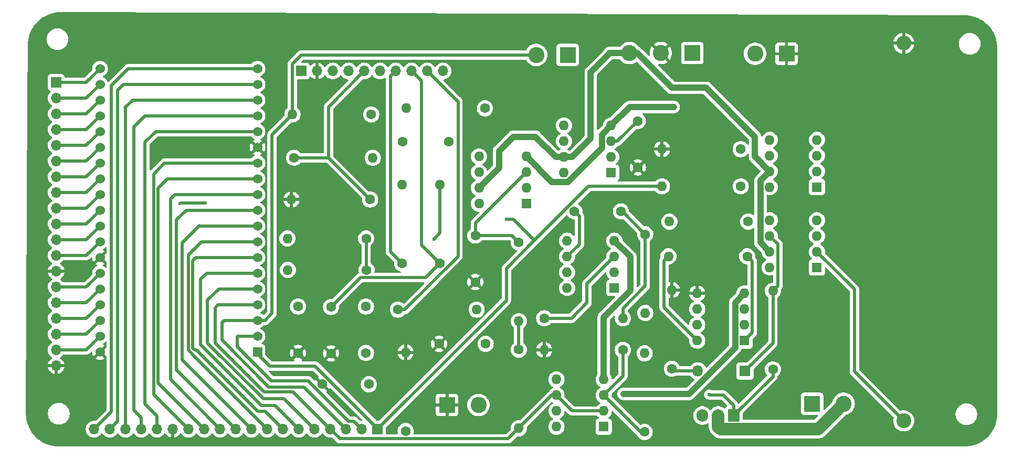
<source format=gbr>
%TF.GenerationSoftware,KiCad,Pcbnew,8.0.3*%
%TF.CreationDate,2025-01-25T16:02:59+05:30*%
%TF.ProjectId,PCB_v1,5043425f-7631-42e6-9b69-6361645f7063,rev?*%
%TF.SameCoordinates,Original*%
%TF.FileFunction,Copper,L1,Top*%
%TF.FilePolarity,Positive*%
%FSLAX46Y46*%
G04 Gerber Fmt 4.6, Leading zero omitted, Abs format (unit mm)*
G04 Created by KiCad (PCBNEW 8.0.3) date 2025-01-25 16:02:59*
%MOMM*%
%LPD*%
G01*
G04 APERTURE LIST*
%TA.AperFunction,ComponentPad*%
%ADD10C,1.600000*%
%TD*%
%TA.AperFunction,ComponentPad*%
%ADD11O,1.600000X1.600000*%
%TD*%
%TA.AperFunction,ComponentPad*%
%ADD12R,1.600000X1.600000*%
%TD*%
%TA.AperFunction,ComponentPad*%
%ADD13R,1.700000X1.700000*%
%TD*%
%TA.AperFunction,ComponentPad*%
%ADD14O,1.700000X1.700000*%
%TD*%
%TA.AperFunction,ComponentPad*%
%ADD15R,2.600000X2.600000*%
%TD*%
%TA.AperFunction,ComponentPad*%
%ADD16C,2.600000*%
%TD*%
%TA.AperFunction,ComponentPad*%
%ADD17R,1.905000X2.000000*%
%TD*%
%TA.AperFunction,ComponentPad*%
%ADD18O,1.905000X2.000000*%
%TD*%
%TA.AperFunction,ComponentPad*%
%ADD19R,1.530000X1.530000*%
%TD*%
%TA.AperFunction,ComponentPad*%
%ADD20C,1.530000*%
%TD*%
%TA.AperFunction,ComponentPad*%
%ADD21C,2.400000*%
%TD*%
%TA.AperFunction,ComponentPad*%
%ADD22O,2.400000X2.400000*%
%TD*%
%TA.AperFunction,ComponentPad*%
%ADD23R,1.800000X1.800000*%
%TD*%
%TA.AperFunction,ComponentPad*%
%ADD24O,1.800000X1.800000*%
%TD*%
%TA.AperFunction,ViaPad*%
%ADD25C,0.600000*%
%TD*%
%TA.AperFunction,ViaPad*%
%ADD26C,1.000000*%
%TD*%
%TA.AperFunction,Conductor*%
%ADD27C,0.500000*%
%TD*%
%TA.AperFunction,Conductor*%
%ADD28C,2.000000*%
%TD*%
%TA.AperFunction,Conductor*%
%ADD29C,1.000000*%
%TD*%
G04 APERTURE END LIST*
D10*
%TO.P,R5,1*%
%TO.N,Net-(U6--)*%
X185900000Y-100140000D03*
D11*
%TO.P,R5,2*%
%TO.N,3.3V*%
X173200000Y-100140000D03*
%TD*%
D10*
%TO.P,R18,1*%
%TO.N,Net-(U3-+)*%
X166900000Y-126540000D03*
D11*
%TO.P,R18,2*%
%TO.N,GND*%
X154200000Y-126540000D03*
%TD*%
D10*
%TO.P,C1,1*%
%TO.N,Net-(U8-+)*%
X144750000Y-125565000D03*
%TO.P,C1,2*%
%TO.N,GND*%
X137250000Y-125565000D03*
%TD*%
%TO.P,R23,1*%
%TO.N,I_ref*%
X125475000Y-108565000D03*
D11*
%TO.P,R23,2*%
%TO.N,GPIO4{slash}ADC10*%
X112775000Y-108565000D03*
%TD*%
D12*
%TO.P,U7,1,VOS*%
%TO.N,unconnected-(U7-VOS-Pad1)*%
X165000000Y-97940000D03*
D11*
%TO.P,U7,2,-*%
%TO.N,Net-(U7--)*%
X165000000Y-95400000D03*
%TO.P,U7,3,+*%
%TO.N,Net-(U7-+)*%
X165000000Y-92860000D03*
%TO.P,U7,4,V-*%
%TO.N,VEE*%
X165000000Y-90320000D03*
%TO.P,U7,5,NC*%
%TO.N,unconnected-(U7-NC-Pad5)*%
X157380000Y-90320000D03*
%TO.P,U7,6*%
%TO.N,Net-(U7--)*%
X157380000Y-92860000D03*
%TO.P,U7,7,V+*%
%TO.N,VSS*%
X157380000Y-95400000D03*
%TO.P,U7,8,VOS*%
%TO.N,unconnected-(U7-VOS-Pad8)*%
X157380000Y-97940000D03*
%TD*%
D12*
%TO.P,U8,1,VOS*%
%TO.N,unconnected-(U8-VOS-Pad1)*%
X165520000Y-116540000D03*
D11*
%TO.P,U8,2,-*%
%TO.N,Net-(U8--)*%
X165520000Y-114000000D03*
%TO.P,U8,3,+*%
%TO.N,Net-(U8-+)*%
X165520000Y-111460000D03*
%TO.P,U8,4,V-*%
%TO.N,VEE*%
X165520000Y-108920000D03*
%TO.P,U8,5,NC*%
%TO.N,unconnected-(U8-NC-Pad5)*%
X157900000Y-108920000D03*
%TO.P,U8,6*%
%TO.N,Net-(U8--)*%
X157900000Y-111460000D03*
%TO.P,U8,7,V+*%
%TO.N,VSS*%
X157900000Y-114000000D03*
%TO.P,U8,8,VOS*%
%TO.N,unconnected-(U8-VOS-Pad8)*%
X157900000Y-116540000D03*
%TD*%
D10*
%TO.P,R7,1*%
%TO.N,Net-(R7-Pad1)*%
X186950000Y-111440000D03*
D11*
%TO.P,R7,2*%
%TO.N,Net-(R7-Pad2)*%
X174250000Y-111440000D03*
%TD*%
D13*
%TO.P,J9,1,Pin_1*%
%TO.N,3.3V*%
X115020000Y-81540000D03*
D14*
%TO.P,J9,2,Pin_2*%
%TO.N,GND*%
X117560000Y-81540000D03*
%TO.P,J9,3,Pin_3*%
%TO.N,GPIO22*%
X120100000Y-81540000D03*
%TO.P,J9,4,Pin_4*%
%TO.N,GPIO21*%
X122640000Y-81540000D03*
%TO.P,J9,5,Pin_5*%
%TO.N,ADDR*%
X125180000Y-81540000D03*
%TO.P,J9,6,Pin_6*%
%TO.N,ALRT*%
X127720000Y-81540000D03*
%TO.P,J9,7,Pin_7*%
%TO.N,A0*%
X130260000Y-81540000D03*
%TO.P,J9,8,Pin_8*%
%TO.N,A1*%
X132800000Y-81540000D03*
%TO.P,J9,9,Pin_9*%
%TO.N,A2*%
X135340000Y-81540000D03*
%TO.P,J9,10,Pin_10*%
%TO.N,A3*%
X137880000Y-81540000D03*
%TD*%
D10*
%TO.P,R2,1*%
%TO.N,Net-(D1-A)*%
X174800000Y-129590000D03*
D11*
%TO.P,R2,2*%
%TO.N,GND*%
X174800000Y-116890000D03*
%TD*%
D10*
%TO.P,R4,1*%
%TO.N,R_T1*%
X187100000Y-105840000D03*
D11*
%TO.P,R4,2*%
%TO.N,3.3V*%
X174400000Y-105840000D03*
%TD*%
D10*
%TO.P,R21,1*%
%TO.N,ADDR*%
X113850000Y-95540000D03*
D11*
%TO.P,R21,2*%
%TO.N,3.3V*%
X126550000Y-95540000D03*
%TD*%
D10*
%TO.P,C9,1*%
%TO.N,A0*%
X114500000Y-119540000D03*
%TO.P,C9,2*%
%TO.N,GND*%
X114500000Y-127040000D03*
%TD*%
%TO.P,R12,1*%
%TO.N,Net-(U4-+)*%
X150100000Y-109190000D03*
D11*
%TO.P,R12,2*%
%TO.N,Net-(C5-Pad2)*%
X150100000Y-121890000D03*
%TD*%
D10*
%TO.P,R14,1*%
%TO.N,Net-(C8-Pad2)*%
X126300000Y-88540000D03*
D11*
%TO.P,R14,2*%
%TO.N,GPIO36{slash}ADC0*%
X113600000Y-88540000D03*
%TD*%
D10*
%TO.P,R19,1*%
%TO.N,GPIO23*%
X131850000Y-139640000D03*
D11*
%TO.P,R19,2*%
%TO.N,GND*%
X131850000Y-126940000D03*
%TD*%
D10*
%TO.P,C2,1*%
%TO.N,Net-(U8--)*%
X159075000Y-104190000D03*
%TO.P,C2,2*%
%TO.N,Net-(C2-Pad2)*%
X166575000Y-104190000D03*
%TD*%
%TO.P,R11,1*%
%TO.N,Net-(C5-Pad2)*%
X150100000Y-126490000D03*
D11*
%TO.P,R11,2*%
%TO.N,GPIO39{slash}ADC3*%
X150100000Y-139190000D03*
%TD*%
D12*
%TO.P,U9,1,Rg*%
%TO.N,Net-(R7-Pad1)*%
X186500000Y-125040000D03*
D11*
%TO.P,U9,2,-*%
%TO.N,V_cell+*%
X186500000Y-122500000D03*
%TO.P,U9,3,+*%
%TO.N,V_cell-*%
X186500000Y-119960000D03*
%TO.P,U9,4,Vs-*%
%TO.N,VEE*%
X186500000Y-117420000D03*
%TO.P,U9,5,Ref*%
%TO.N,GND*%
X178880000Y-117420000D03*
%TO.P,U9,6*%
%TO.N,GPIO34{slash}ADC6*%
X178880000Y-119960000D03*
%TO.P,U9,7,Vs+*%
%TO.N,VSS*%
X178880000Y-122500000D03*
%TO.P,U9,8,Rg*%
%TO.N,Net-(R7-Pad2)*%
X178880000Y-125040000D03*
%TD*%
D10*
%TO.P,C4,1*%
%TO.N,Net-(U4-+)*%
X143100000Y-108090000D03*
%TO.P,C4,2*%
%TO.N,GND*%
X143100000Y-115590000D03*
%TD*%
D12*
%TO.P,U1,1,VOS*%
%TO.N,unconnected-(U1-VOS-Pad1)*%
X198200000Y-113240000D03*
D11*
%TO.P,U1,2,-*%
%TO.N,I_meas*%
X198200000Y-110700000D03*
%TO.P,U1,3,+*%
%TO.N,I_ref*%
X198200000Y-108160000D03*
%TO.P,U1,4,V-*%
%TO.N,VEE*%
X198200000Y-105620000D03*
%TO.P,U1,5,NC*%
%TO.N,unconnected-(U1-NC-Pad5)*%
X190580000Y-105620000D03*
%TO.P,U1,6*%
%TO.N,Net-(D1-K)*%
X190580000Y-108160000D03*
%TO.P,U1,7,V+*%
%TO.N,VSS*%
X190580000Y-110700000D03*
%TO.P,U1,8,VOS*%
%TO.N,unconnected-(U1-VOS-Pad8)*%
X190580000Y-113240000D03*
%TD*%
D10*
%TO.P,R9,1*%
%TO.N,Net-(C2-Pad2)*%
X170500000Y-107890000D03*
D11*
%TO.P,R9,2*%
%TO.N,GPIO34{slash}ADC6*%
X170500000Y-120590000D03*
%TD*%
D15*
%TO.P,J4,1,Pin_1*%
%TO.N,VEE*%
X178100000Y-78640000D03*
D16*
%TO.P,J4,2,Pin_2*%
%TO.N,GND*%
X173020000Y-78640000D03*
%TO.P,J4,3,Pin_3*%
%TO.N,VSS*%
X167940000Y-78640000D03*
%TD*%
D12*
%TO.P,U6,1,VOS*%
%TO.N,unconnected-(U6-VOS-Pad1)*%
X198200000Y-100260000D03*
D11*
%TO.P,U6,2,-*%
%TO.N,Net-(U6--)*%
X198200000Y-97720000D03*
%TO.P,U6,3,+*%
%TO.N,R_T1*%
X198200000Y-95180000D03*
%TO.P,U6,4,V-*%
%TO.N,VEE*%
X198200000Y-92640000D03*
%TO.P,U6,5,NC*%
%TO.N,unconnected-(U6-NC-Pad5)*%
X190580000Y-92640000D03*
%TO.P,U6,6*%
%TO.N,GPIO36{slash}ADC0*%
X190580000Y-95180000D03*
%TO.P,U6,7,V+*%
%TO.N,VSS*%
X190580000Y-97720000D03*
%TO.P,U6,8,VOS*%
%TO.N,unconnected-(U6-VOS-Pad8)*%
X190580000Y-100260000D03*
%TD*%
D10*
%TO.P,R1,1*%
%TO.N,Net-(D1-A)*%
X191100000Y-129690000D03*
D11*
%TO.P,R1,2*%
%TO.N,Net-(D1-K)*%
X191100000Y-116990000D03*
%TD*%
D17*
%TO.P,Q1,1,G*%
%TO.N,Net-(D1-A)*%
X184800000Y-137140000D03*
D18*
%TO.P,Q1,2,D*%
%TO.N,V_cell-*%
X182260000Y-137140000D03*
%TO.P,Q1,3,S*%
%TO.N,I_meas*%
X179720000Y-137140000D03*
%TD*%
D10*
%TO.P,R22,1*%
%TO.N,I_ref*%
X125550000Y-113640000D03*
D11*
%TO.P,R22,2*%
%TO.N,DAC1*%
X112850000Y-113640000D03*
%TD*%
D10*
%TO.P,C7,1*%
%TO.N,Net-(U7-+)*%
X169300000Y-89590000D03*
%TO.P,C7,2*%
%TO.N,GND*%
X169300000Y-97090000D03*
%TD*%
D15*
%TO.P,J2,1,Pin_1*%
%TO.N,GND*%
X193295000Y-78750000D03*
D16*
%TO.P,J2,2,Pin_2*%
%TO.N,V_cell+*%
X188215000Y-78750000D03*
%TD*%
D10*
%TO.P,R6,1*%
%TO.N,Net-(U6--)*%
X185900000Y-94140000D03*
D11*
%TO.P,R6,2*%
%TO.N,GND*%
X173200000Y-94140000D03*
%TD*%
D10*
%TO.P,R13,1*%
%TO.N,A1*%
X137375000Y-112615000D03*
D11*
%TO.P,R13,2*%
%TO.N,Net-(U4--)*%
X137375000Y-99915000D03*
%TD*%
D10*
%TO.P,C3,1*%
%TO.N,A2*%
X125925000Y-132090000D03*
%TO.P,C3,2*%
%TO.N,GND*%
X118425000Y-132090000D03*
%TD*%
%TO.P,R16,1*%
%TO.N,A0*%
X131300000Y-112615000D03*
D11*
%TO.P,R16,2*%
%TO.N,Net-(U7--)*%
X131300000Y-99915000D03*
%TD*%
D10*
%TO.P,C6,1*%
%TO.N,A1*%
X119825000Y-119615000D03*
%TO.P,C6,2*%
%TO.N,GND*%
X119825000Y-127115000D03*
%TD*%
D13*
%TO.P,J7,1,Pin_1*%
%TO.N,3.3V*%
X127320000Y-139340000D03*
D14*
%TO.P,J7,2,Pin_2*%
%TO.N,EN*%
X124780000Y-139340000D03*
%TO.P,J7,3,Pin_3*%
%TO.N,GPIO36{slash}ADC0*%
X122240000Y-139340000D03*
%TO.P,J7,4,Pin_4*%
%TO.N,GPIO39{slash}ADC3*%
X119700000Y-139340000D03*
%TO.P,J7,5,Pin_5*%
%TO.N,GPIO34{slash}ADC6*%
X117160000Y-139340000D03*
%TO.P,J7,6,Pin_6*%
%TO.N,A0*%
X114620000Y-139340000D03*
%TO.P,J7,7,Pin_7*%
%TO.N,A1*%
X112080000Y-139340000D03*
%TO.P,J7,8,Pin_8*%
%TO.N,A2*%
X109540000Y-139340000D03*
%TO.P,J7,9,Pin_9*%
%TO.N,DAC1*%
X107000000Y-139340000D03*
%TO.P,J7,10,Pin_10*%
%TO.N,DAC2*%
X104460000Y-139340000D03*
%TO.P,J7,11,Pin_11*%
%TO.N,GPIO27{slash}ADC17*%
X101920000Y-139340000D03*
%TO.P,J7,12,Pin_12*%
%TO.N,GPIO14{slash}ADC16*%
X99380000Y-139340000D03*
%TO.P,J7,13,Pin_13*%
%TO.N,GPIO12{slash}ADC15*%
X96840000Y-139340000D03*
%TO.P,J7,14,Pin_14*%
%TO.N,GND*%
X94300000Y-139340000D03*
%TO.P,J7,15,Pin_15*%
%TO.N,GPIO13{slash}ADC14*%
X91760000Y-139340000D03*
%TO.P,J7,16,Pin_16*%
%TO.N,GPIO9*%
X89220000Y-139340000D03*
%TO.P,J7,17,Pin_17*%
%TO.N,GPIO10*%
X86680000Y-139340000D03*
%TO.P,J7,18,Pin_18*%
%TO.N,GPIO11*%
X84140000Y-139340000D03*
%TO.P,J7,19,Pin_19*%
%TO.N,Vin*%
X81600000Y-139340000D03*
%TD*%
D19*
%TO.P,U5,1,3V3*%
%TO.N,3.3V*%
X107950000Y-126865000D03*
D20*
%TO.P,U5,2,EN*%
%TO.N,EN*%
X107950000Y-124325000D03*
%TO.P,U5,3,SENSOR_VP*%
%TO.N,GPIO36{slash}ADC0*%
X107950000Y-121785000D03*
%TO.P,U5,4,SENSOR_VN*%
%TO.N,GPIO39{slash}ADC3*%
X107950000Y-119245000D03*
%TO.P,U5,5,IO34*%
%TO.N,GPIO34{slash}ADC6*%
X107950000Y-116705000D03*
%TO.P,U5,6,IO35*%
%TO.N,A0*%
X107950000Y-114165000D03*
%TO.P,U5,7,IO32*%
%TO.N,A1*%
X107950000Y-111625000D03*
%TO.P,U5,8,IO33*%
%TO.N,A2*%
X107950000Y-109085000D03*
%TO.P,U5,9,IO25*%
%TO.N,DAC1*%
X107950000Y-106545000D03*
%TO.P,U5,10,IO26*%
%TO.N,DAC2*%
X107950000Y-104005000D03*
%TO.P,U5,11,IO27*%
%TO.N,GPIO27{slash}ADC17*%
X107950000Y-101465000D03*
%TO.P,U5,12,IO14*%
%TO.N,GPIO14{slash}ADC16*%
X107950000Y-98925000D03*
%TO.P,U5,13,IO12*%
%TO.N,GPIO12{slash}ADC15*%
X107950000Y-96385000D03*
%TO.P,U5,14,GND1*%
%TO.N,GND*%
X107950000Y-93845000D03*
%TO.P,U5,15,IO13*%
%TO.N,GPIO13{slash}ADC14*%
X107950000Y-91305000D03*
%TO.P,U5,16,SD2*%
%TO.N,GPIO9*%
X107950000Y-88765000D03*
%TO.P,U5,17,SD3*%
%TO.N,GPIO10*%
X107950000Y-86225000D03*
%TO.P,U5,18,CMD*%
%TO.N,GPIO11*%
X107950000Y-83685000D03*
%TO.P,U5,19,EXT_5V*%
%TO.N,Vin*%
X107950000Y-81145000D03*
%TO.P,U5,20,CLK*%
%TO.N,GPIO6*%
X82550000Y-81145000D03*
%TO.P,U5,21,SD0*%
%TO.N,GPIO7*%
X82550000Y-83685000D03*
%TO.P,U5,22,SD1*%
%TO.N,GPIO8*%
X82550000Y-86225000D03*
%TO.P,U5,23,IO15*%
%TO.N,GPIO15{slash}ADC13*%
X82550000Y-88765000D03*
%TO.P,U5,24,IO2*%
%TO.N,GPIO2{slash}ADC12*%
X82550000Y-91305000D03*
%TO.P,U5,25,IO0*%
%TO.N,GPIO0{slash}ADC11*%
X82550000Y-93845000D03*
%TO.P,U5,26,IO4*%
%TO.N,GPIO4{slash}ADC10*%
X82550000Y-96385000D03*
%TO.P,U5,27,IO16*%
%TO.N,GPIO16*%
X82550000Y-98925000D03*
%TO.P,U5,28,IO17*%
%TO.N,GPIO17*%
X82550000Y-101465000D03*
%TO.P,U5,29,IO5*%
%TO.N,GPIO5*%
X82550000Y-104005000D03*
%TO.P,U5,30,IO18*%
%TO.N,GPIO18*%
X82550000Y-106545000D03*
%TO.P,U5,31,IO19*%
%TO.N,GPIO19*%
X82550000Y-109085000D03*
%TO.P,U5,32,GND2*%
%TO.N,GND*%
X82550000Y-111625000D03*
%TO.P,U5,33,IO21*%
%TO.N,GPIO21*%
X82550000Y-114165000D03*
%TO.P,U5,34,RXD0*%
%TO.N,Rx0*%
X82550000Y-116705000D03*
%TO.P,U5,35,TXD0*%
%TO.N,Tx0*%
X82550000Y-119245000D03*
%TO.P,U5,36,IO22*%
%TO.N,GPIO22*%
X82550000Y-121785000D03*
%TO.P,U5,37,IO23*%
%TO.N,GPIO23*%
X82550000Y-124325000D03*
%TO.P,U5,38,GND3*%
%TO.N,GND*%
X82550000Y-126865000D03*
%TD*%
D10*
%TO.P,C8,1*%
%TO.N,Net-(U7--)*%
X138850000Y-92940000D03*
%TO.P,C8,2*%
%TO.N,Net-(C8-Pad2)*%
X131350000Y-92940000D03*
%TD*%
D15*
%TO.P,J1,1,Pin_1*%
%TO.N,V_cell+*%
X197420000Y-135240000D03*
D16*
%TO.P,J1,2,Pin_2*%
%TO.N,V_cell-*%
X202500000Y-135240000D03*
%TD*%
D10*
%TO.P,R15,1*%
%TO.N,Net-(U7-+)*%
X144650000Y-87540000D03*
D11*
%TO.P,R15,2*%
%TO.N,Net-(C8-Pad2)*%
X131950000Y-87540000D03*
%TD*%
D12*
%TO.P,U3,1,VOS*%
%TO.N,unconnected-(U3-VOS-Pad1)*%
X163800000Y-138940000D03*
D11*
%TO.P,U3,2,-*%
%TO.N,GPIO39{slash}ADC3*%
X163800000Y-136400000D03*
%TO.P,U3,3,+*%
%TO.N,Net-(U3-+)*%
X163800000Y-133860000D03*
%TO.P,U3,4,V-*%
%TO.N,VEE*%
X163800000Y-131320000D03*
%TO.P,U3,5,NC*%
%TO.N,unconnected-(U3-NC-Pad5)*%
X156180000Y-131320000D03*
%TO.P,U3,6*%
%TO.N,GPIO39{slash}ADC3*%
X156180000Y-133860000D03*
%TO.P,U3,7,V+*%
%TO.N,VSS*%
X156180000Y-136400000D03*
%TO.P,U3,8,VOS*%
%TO.N,unconnected-(U3-VOS-Pad8)*%
X156180000Y-138940000D03*
%TD*%
D15*
%TO.P,J3,1,Pin_1*%
%TO.N,R_T1*%
X158000000Y-78940000D03*
D16*
%TO.P,J3,2,Pin_2*%
%TO.N,GPIO36{slash}ADC0*%
X152920000Y-78940000D03*
%TD*%
D13*
%TO.P,J6,1,Pin_1*%
%TO.N,GPIO6*%
X75475000Y-83360000D03*
D14*
%TO.P,J6,2,Pin_2*%
%TO.N,GPIO7*%
X75475000Y-85900000D03*
%TO.P,J6,3,Pin_3*%
%TO.N,GPIO8*%
X75475000Y-88440000D03*
%TO.P,J6,4,Pin_4*%
%TO.N,GPIO15{slash}ADC13*%
X75475000Y-90980000D03*
%TO.P,J6,5,Pin_5*%
%TO.N,GPIO2{slash}ADC12*%
X75475000Y-93520000D03*
%TO.P,J6,6,Pin_6*%
%TO.N,GPIO0{slash}ADC11*%
X75475000Y-96060000D03*
%TO.P,J6,7,Pin_7*%
%TO.N,GPIO4{slash}ADC10*%
X75475000Y-98600000D03*
%TO.P,J6,8,Pin_8*%
%TO.N,GPIO16*%
X75475000Y-101140000D03*
%TO.P,J6,9,Pin_9*%
%TO.N,GPIO17*%
X75475000Y-103680000D03*
%TO.P,J6,10,Pin_10*%
%TO.N,GPIO5*%
X75475000Y-106220000D03*
%TO.P,J6,11,Pin_11*%
%TO.N,GPIO18*%
X75475000Y-108760000D03*
%TO.P,J6,12,Pin_12*%
%TO.N,GPIO19*%
X75475000Y-111300000D03*
%TO.P,J6,13,Pin_13*%
%TO.N,GND*%
X75475000Y-113840000D03*
%TO.P,J6,14,Pin_14*%
%TO.N,GPIO21*%
X75475000Y-116380000D03*
%TO.P,J6,15,Pin_15*%
%TO.N,Rx0*%
X75475000Y-118920000D03*
%TO.P,J6,16,Pin_16*%
%TO.N,Tx0*%
X75475000Y-121460000D03*
%TO.P,J6,17,Pin_17*%
%TO.N,GPIO22*%
X75475000Y-124000000D03*
%TO.P,J6,18,Pin_18*%
%TO.N,GPIO23*%
X75475000Y-126540000D03*
%TO.P,J6,19,Pin_19*%
%TO.N,GND*%
X75475000Y-129080000D03*
%TD*%
D10*
%TO.P,R17,1*%
%TO.N,Net-(U3-+)*%
X170400000Y-139790000D03*
D11*
%TO.P,R17,2*%
%TO.N,I_meas*%
X170400000Y-127090000D03*
%TD*%
D21*
%TO.P,R3,1*%
%TO.N,I_meas*%
X212200000Y-138000000D03*
D22*
%TO.P,R3,2*%
%TO.N,GND*%
X212200000Y-77040000D03*
%TD*%
D12*
%TO.P,U4,1,VOS*%
%TO.N,unconnected-(U4-VOS-Pad1)*%
X151300000Y-102940000D03*
D11*
%TO.P,U4,2,-*%
%TO.N,Net-(U4--)*%
X151300000Y-100400000D03*
%TO.P,U4,3,+*%
%TO.N,Net-(U4-+)*%
X151300000Y-97860000D03*
%TO.P,U4,4,V-*%
%TO.N,VEE*%
X151300000Y-95320000D03*
%TO.P,U4,5,NC*%
%TO.N,unconnected-(U4-NC-Pad5)*%
X143680000Y-95320000D03*
%TO.P,U4,6*%
%TO.N,Net-(U4--)*%
X143680000Y-97860000D03*
%TO.P,U4,7,V+*%
%TO.N,VSS*%
X143680000Y-100400000D03*
%TO.P,U4,8,VOS*%
%TO.N,unconnected-(U4-VOS-Pad8)*%
X143680000Y-102940000D03*
%TD*%
D15*
%TO.P,J5,1,Pin_1*%
%TO.N,GND*%
X138520000Y-135440000D03*
D16*
%TO.P,J5,2,Pin_2*%
%TO.N,GPIO23*%
X143600000Y-135440000D03*
%TD*%
D10*
%TO.P,C5,1*%
%TO.N,Net-(U4--)*%
X125450000Y-119540000D03*
%TO.P,C5,2*%
%TO.N,Net-(C5-Pad2)*%
X125450000Y-127040000D03*
%TD*%
%TO.P,R8,1*%
%TO.N,Net-(U8-+)*%
X154200000Y-121440000D03*
D11*
%TO.P,R8,2*%
%TO.N,Net-(C2-Pad2)*%
X166900000Y-121440000D03*
%TD*%
D10*
%TO.P,R10,1*%
%TO.N,A2*%
X130600000Y-120040000D03*
D11*
%TO.P,R10,2*%
%TO.N,Net-(U8--)*%
X143300000Y-120040000D03*
%TD*%
D10*
%TO.P,R20,1*%
%TO.N,ADDR*%
X126125000Y-102265000D03*
D11*
%TO.P,R20,2*%
%TO.N,GND*%
X113425000Y-102265000D03*
%TD*%
D23*
%TO.P,D1,1,K*%
%TO.N,Net-(D1-K)*%
X186600000Y-129940000D03*
D24*
%TO.P,D1,2,A*%
%TO.N,Net-(D1-A)*%
X178980000Y-129940000D03*
%TD*%
D25*
%TO.N,Net-(U4--)*%
X136400000Y-108640000D03*
%TO.N,Net-(D1-A)*%
X180800000Y-133740000D03*
D26*
%TO.N,VEE*%
X175100000Y-87340000D03*
X167000000Y-133640000D03*
D25*
%TO.N,GPIO4{slash}ADC10*%
X95500000Y-102940000D03*
X99500000Y-102840000D03*
%TO.N,3.3V*%
X148100000Y-105440000D03*
%TD*%
D27*
%TO.N,GND*%
X82550000Y-126865000D02*
X80335000Y-129080000D01*
X82550000Y-111625000D02*
X80335000Y-113840000D01*
X80335000Y-113840000D02*
X75475000Y-113840000D01*
X80335000Y-129080000D02*
X75475000Y-129080000D01*
%TO.N,Net-(U8-+)*%
X158600000Y-121440000D02*
X154200000Y-121440000D01*
X161100000Y-118940000D02*
X158600000Y-121440000D01*
X161100000Y-115880000D02*
X161100000Y-118940000D01*
X165520000Y-111460000D02*
X161100000Y-115880000D01*
%TO.N,Net-(C2-Pad2)*%
X166800000Y-104190000D02*
X166575000Y-104190000D01*
X166900000Y-119840000D02*
X170500000Y-116240000D01*
X166900000Y-121440000D02*
X166900000Y-119840000D01*
X170500000Y-116240000D02*
X170500000Y-107890000D01*
X170500000Y-107890000D02*
X166800000Y-104190000D01*
%TO.N,Net-(U8--)*%
X159874999Y-104989999D02*
X159874999Y-109485001D01*
X159874999Y-109485001D02*
X157900000Y-111460000D01*
X159075000Y-104190000D02*
X159874999Y-104989999D01*
%TO.N,A2*%
X96800000Y-126540000D02*
X96800000Y-111240000D01*
X131717767Y-120040000D02*
X130600000Y-120040000D01*
X97700000Y-127440000D02*
X96800000Y-126540000D01*
X135340000Y-81540000D02*
X140240000Y-86440000D01*
X96800000Y-111240000D02*
X98955000Y-109085000D01*
X97700000Y-127500000D02*
X97700000Y-127440000D01*
X140240000Y-86440000D02*
X140300000Y-86440000D01*
X98955000Y-109085000D02*
X107950000Y-109085000D01*
X109540000Y-139340000D02*
X97700000Y-127500000D01*
X140300000Y-111457767D02*
X131717767Y-120040000D01*
X140300000Y-86440000D02*
X140300000Y-111457767D01*
%TO.N,Net-(U4-+)*%
X143100000Y-108090000D02*
X149000000Y-108090000D01*
X151300000Y-97860000D02*
X143100000Y-106060000D01*
X143100000Y-106060000D02*
X143100000Y-108090000D01*
X149000000Y-108090000D02*
X150100000Y-109190000D01*
%TO.N,Net-(U4--)*%
X137375000Y-99915000D02*
X137375000Y-107665000D01*
X137375000Y-107665000D02*
X136400000Y-108640000D01*
%TO.N,Net-(C5-Pad2)*%
X150100000Y-121890000D02*
X150100000Y-126490000D01*
%TO.N,A1*%
X135100000Y-114890000D02*
X124550000Y-114890000D01*
X107950000Y-111625000D02*
X98015000Y-111625000D01*
X98105025Y-126545025D02*
X108000000Y-136440000D01*
X97500000Y-112140000D02*
X97500000Y-126250050D01*
X137375000Y-112615000D02*
X135100000Y-114890000D01*
X108000000Y-136440000D02*
X109180000Y-136440000D01*
X124550000Y-114890000D02*
X119825000Y-119615000D01*
X134400000Y-109640000D02*
X137375000Y-112615000D01*
X109180000Y-136440000D02*
X112080000Y-139340000D01*
X134400000Y-83140000D02*
X134400000Y-109640000D01*
X98015000Y-111625000D02*
X97500000Y-112140000D01*
X97500000Y-126250050D02*
X97794975Y-126545025D01*
X97794975Y-126545025D02*
X98105025Y-126545025D01*
X132800000Y-81540000D02*
X134400000Y-83140000D01*
%TO.N,Net-(U7-+)*%
X169300000Y-89590000D02*
X166030000Y-92860000D01*
X166030000Y-92860000D02*
X165000000Y-92860000D01*
%TO.N,A0*%
X130260000Y-81540000D02*
X129410000Y-82390000D01*
X129410000Y-110725000D02*
X131300000Y-112615000D01*
X129410000Y-82390000D02*
X129410000Y-110725000D01*
X108600000Y-135540000D02*
X110820000Y-135540000D01*
X98800000Y-115140000D02*
X98800000Y-125740000D01*
X110820000Y-135540000D02*
X114620000Y-139340000D01*
X98800000Y-125740000D02*
X108600000Y-135540000D01*
X99775000Y-114165000D02*
X98800000Y-115140000D01*
X107950000Y-114165000D02*
X99775000Y-114165000D01*
%TO.N,Net-(D1-A)*%
X175150000Y-129940000D02*
X174800000Y-129590000D01*
X191100000Y-130840000D02*
X191100000Y-129690000D01*
X183100000Y-133840000D02*
X184800000Y-135540000D01*
X178980000Y-129940000D02*
X175150000Y-129940000D01*
X180800000Y-133740000D02*
X180900000Y-133840000D01*
X184800000Y-135540000D02*
X184800000Y-137140000D01*
X180900000Y-133840000D02*
X183100000Y-133840000D01*
X184800000Y-137140000D02*
X191100000Y-130840000D01*
%TO.N,Net-(D1-K)*%
X191100000Y-125440000D02*
X191100000Y-116990000D01*
X191899999Y-109479999D02*
X190580000Y-108160000D01*
X191899999Y-116190001D02*
X191899999Y-109479999D01*
X191100000Y-116990000D02*
X191899999Y-116190001D01*
X186600000Y-129940000D02*
X191100000Y-125440000D01*
D28*
%TO.N,V_cell-*%
X182260000Y-138952500D02*
X182647500Y-139340000D01*
X198400000Y-139340000D02*
X202500000Y-135240000D01*
X182260000Y-137140000D02*
X182260000Y-138952500D01*
X182647500Y-139340000D02*
X198400000Y-139340000D01*
D27*
%TO.N,GPIO36{slash}ADC0*%
X122240000Y-139340000D02*
X115440000Y-132540000D01*
X110300000Y-120640000D02*
X109155000Y-121785000D01*
X102200000Y-122140000D02*
X102555000Y-121785000D01*
X152920000Y-78940000D02*
X115020000Y-78940000D01*
X102200000Y-124940000D02*
X102200000Y-122140000D01*
X115440000Y-132540000D02*
X109800000Y-132540000D01*
X110300000Y-91840000D02*
X110300000Y-120640000D01*
X113600000Y-88540000D02*
X110300000Y-91840000D01*
X109155000Y-121785000D02*
X107950000Y-121785000D01*
X115020000Y-78940000D02*
X113600000Y-80360000D01*
X102555000Y-121785000D02*
X107950000Y-121785000D01*
X113600000Y-80360000D02*
X113600000Y-88540000D01*
X109800000Y-132540000D02*
X102200000Y-124940000D01*
D29*
%TO.N,VEE*%
X185000000Y-126240000D02*
X177600000Y-133640000D01*
X177600000Y-133640000D02*
X167000000Y-133640000D01*
X185000000Y-118920000D02*
X185000000Y-126240000D01*
X158001321Y-99440000D02*
X163500000Y-93941321D01*
X163800000Y-121260000D02*
X163800000Y-131320000D01*
X167980000Y-87340000D02*
X165000000Y-90320000D01*
X175100000Y-87340000D02*
X167980000Y-87340000D01*
X151300000Y-95320000D02*
X155420000Y-99440000D01*
X155420000Y-99440000D02*
X158001321Y-99440000D01*
X165520000Y-108920000D02*
X168100000Y-111500000D01*
X186500000Y-117420000D02*
X185000000Y-118920000D01*
X163500000Y-93941321D02*
X163500000Y-91820000D01*
X163500000Y-91820000D02*
X165000000Y-90320000D01*
X168100000Y-111500000D02*
X168100000Y-116960000D01*
X168100000Y-116960000D02*
X163800000Y-121260000D01*
%TO.N,VSS*%
X190580000Y-97720000D02*
X188200000Y-95340000D01*
X190580000Y-110700000D02*
X189080000Y-109200000D01*
X188200000Y-92140000D02*
X180300000Y-84240000D01*
X156060000Y-95400000D02*
X152800000Y-92140000D01*
X157380000Y-95400000D02*
X156060000Y-95400000D01*
X149200000Y-92140000D02*
X146900000Y-94440000D01*
X161700000Y-81740000D02*
X161700000Y-92440000D01*
X178880000Y-122400000D02*
X178880000Y-122500000D01*
X146900000Y-97180000D02*
X143680000Y-100400000D01*
X152800000Y-92140000D02*
X149200000Y-92140000D01*
X180300000Y-84240000D02*
X174800000Y-84240000D01*
X164700000Y-78740000D02*
X161700000Y-81740000D01*
X188200000Y-95340000D02*
X188200000Y-92140000D01*
X164700000Y-78640000D02*
X164700000Y-78740000D01*
X169200000Y-78640000D02*
X167940000Y-78640000D01*
X161700000Y-92440000D02*
X158740000Y-95400000D01*
X146900000Y-94440000D02*
X146900000Y-97180000D01*
X189080000Y-109200000D02*
X189080000Y-99220000D01*
X174800000Y-84240000D02*
X169200000Y-78640000D01*
X158740000Y-95400000D02*
X157380000Y-95400000D01*
X167940000Y-78640000D02*
X164700000Y-78640000D01*
X189080000Y-99220000D02*
X190580000Y-97720000D01*
D27*
%TO.N,GPIO0{slash}ADC11*%
X80335000Y-96060000D02*
X75475000Y-96060000D01*
X82550000Y-93845000D02*
X80335000Y-96060000D01*
%TO.N,GPIO17*%
X80335000Y-103680000D02*
X75475000Y-103680000D01*
X82550000Y-101465000D02*
X80335000Y-103680000D01*
%TO.N,Rx0*%
X80335000Y-118920000D02*
X75475000Y-118920000D01*
X82550000Y-116705000D02*
X80335000Y-118920000D01*
%TO.N,GPIO19*%
X82550000Y-109085000D02*
X80335000Y-111300000D01*
X80335000Y-111300000D02*
X75475000Y-111300000D01*
%TO.N,GPIO7*%
X75475000Y-85900000D02*
X80335000Y-85900000D01*
X80335000Y-85900000D02*
X82550000Y-83685000D01*
%TO.N,GPIO18*%
X80335000Y-108760000D02*
X75475000Y-108760000D01*
X82550000Y-106545000D02*
X80335000Y-108760000D01*
%TO.N,GPIO16*%
X80335000Y-101140000D02*
X75475000Y-101140000D01*
X82550000Y-98925000D02*
X80335000Y-101140000D01*
%TO.N,GPIO5*%
X82550000Y-104005000D02*
X80335000Y-106220000D01*
X80335000Y-106220000D02*
X75475000Y-106220000D01*
%TO.N,GPIO22*%
X80335000Y-124000000D02*
X75475000Y-124000000D01*
X82550000Y-121785000D02*
X80335000Y-124000000D01*
%TO.N,GPIO8*%
X82550000Y-86225000D02*
X80335000Y-88440000D01*
X80335000Y-88440000D02*
X75475000Y-88440000D01*
%TO.N,GPIO2{slash}ADC12*%
X80335000Y-93520000D02*
X75475000Y-93520000D01*
X82550000Y-91305000D02*
X80335000Y-93520000D01*
%TO.N,GPIO21*%
X82550000Y-114165000D02*
X80335000Y-116380000D01*
X80335000Y-116380000D02*
X75475000Y-116380000D01*
%TO.N,GPIO6*%
X75475000Y-83360000D02*
X80335000Y-83360000D01*
X80335000Y-83360000D02*
X82550000Y-81145000D01*
%TO.N,GPIO4{slash}ADC10*%
X82550000Y-96385000D02*
X80335000Y-98600000D01*
X99500000Y-102840000D02*
X95600000Y-102840000D01*
X95600000Y-102840000D02*
X95500000Y-102940000D01*
X80335000Y-98600000D02*
X75475000Y-98600000D01*
%TO.N,GPIO15{slash}ADC13*%
X80335000Y-90980000D02*
X75475000Y-90980000D01*
X82550000Y-88765000D02*
X80335000Y-90980000D01*
%TO.N,Tx0*%
X82550000Y-119245000D02*
X80335000Y-121460000D01*
X80335000Y-121460000D02*
X75475000Y-121460000D01*
%TO.N,3.3V*%
X173200000Y-100140000D02*
X161357233Y-100140000D01*
X117242767Y-129140000D02*
X109900000Y-129140000D01*
X149200000Y-105440000D02*
X152628616Y-108868616D01*
X148100000Y-113397233D02*
X148100000Y-118560000D01*
X107950000Y-127190000D02*
X107950000Y-126865000D01*
X109900000Y-129140000D02*
X107950000Y-127190000D01*
X148100000Y-118560000D02*
X127320000Y-139340000D01*
X161357233Y-100140000D02*
X152628616Y-108868616D01*
X127320000Y-139340000D02*
X127320000Y-139217233D01*
X148100000Y-105440000D02*
X149200000Y-105440000D01*
X127320000Y-139217233D02*
X117242767Y-129140000D01*
X152628616Y-108868616D02*
X148100000Y-113397233D01*
%TO.N,DAC2*%
X107950000Y-104005000D02*
X96435000Y-104005000D01*
X96435000Y-104005000D02*
X94900000Y-105540000D01*
X94900000Y-129780000D02*
X104460000Y-139340000D01*
X94900000Y-105540000D02*
X94900000Y-129780000D01*
%TO.N,GPIO11*%
X85400000Y-138080000D02*
X85400000Y-84640000D01*
X85400000Y-84640000D02*
X86355000Y-83685000D01*
X86355000Y-83685000D02*
X107950000Y-83685000D01*
X84140000Y-139340000D02*
X85400000Y-138080000D01*
%TO.N,DAC1*%
X107950000Y-106545000D02*
X98705000Y-106545000D01*
X98600000Y-106440000D02*
X95800000Y-109240000D01*
X95800000Y-128140000D02*
X107000000Y-139340000D01*
X98705000Y-106545000D02*
X98600000Y-106440000D01*
X95800000Y-109240000D02*
X95800000Y-128140000D01*
%TO.N,GPIO34{slash}ADC6*%
X112260000Y-134440000D02*
X108900000Y-134440000D01*
X117160000Y-139340000D02*
X112260000Y-134440000D01*
X99900000Y-118540000D02*
X101735000Y-116705000D01*
X99900000Y-125440000D02*
X99900000Y-118540000D01*
X108900000Y-134440000D02*
X99900000Y-125440000D01*
X101735000Y-116705000D02*
X107950000Y-116705000D01*
%TO.N,Vin*%
X87095000Y-81145000D02*
X84400000Y-83840000D01*
X84400000Y-136540000D02*
X81600000Y-139340000D01*
X107950000Y-81145000D02*
X87095000Y-81145000D01*
X84400000Y-83840000D02*
X84400000Y-136540000D01*
%TO.N,EN*%
X116107233Y-131540000D02*
X122607233Y-138040000D01*
X104700000Y-126045000D02*
X110195000Y-131540000D01*
X122607233Y-138040000D02*
X123480000Y-138040000D01*
X107950000Y-124325000D02*
X104715000Y-124325000D01*
X104715000Y-124325000D02*
X104700000Y-124340000D01*
X104700000Y-124340000D02*
X104700000Y-126045000D01*
X123480000Y-138040000D02*
X124780000Y-139340000D01*
X110195000Y-131540000D02*
X116107233Y-131540000D01*
%TO.N,GPIO14{slash}ADC16*%
X96015000Y-98925000D02*
X96000000Y-98940000D01*
X93400000Y-98940000D02*
X91900000Y-100440000D01*
X91900000Y-100440000D02*
X91900000Y-131860000D01*
X91900000Y-131860000D02*
X99380000Y-139340000D01*
X96000000Y-98940000D02*
X93400000Y-98940000D01*
X107950000Y-98925000D02*
X96015000Y-98925000D01*
%TO.N,GPIO39{slash}ADC3*%
X155430000Y-133860000D02*
X156180000Y-133860000D01*
X113700000Y-133340000D02*
X119700000Y-139340000D01*
X101100000Y-119740000D02*
X101100000Y-125440000D01*
X156180000Y-133860000D02*
X158720000Y-136400000D01*
X121250000Y-140890000D02*
X119700000Y-139340000D01*
X101100000Y-125440000D02*
X109000000Y-133340000D01*
X101595000Y-119245000D02*
X101100000Y-119740000D01*
X158720000Y-136400000D02*
X163800000Y-136400000D01*
X148400000Y-140890000D02*
X121250000Y-140890000D01*
X109000000Y-133340000D02*
X113700000Y-133340000D01*
X150100000Y-139190000D02*
X155430000Y-133860000D01*
X150100000Y-139190000D02*
X148400000Y-140890000D01*
X107950000Y-119245000D02*
X101595000Y-119245000D01*
%TO.N,GPIO13{slash}ADC14*%
X89800000Y-135240000D02*
X91760000Y-137200000D01*
X107950000Y-91305000D02*
X91535000Y-91305000D01*
X91760000Y-137200000D02*
X91760000Y-139340000D01*
X89800000Y-93040000D02*
X89800000Y-135240000D01*
X91535000Y-91305000D02*
X89800000Y-93040000D01*
%TO.N,GPIO27{slash}ADC17*%
X94575000Y-101465000D02*
X107950000Y-101465000D01*
X93900000Y-102140000D02*
X94575000Y-101465000D01*
X93900000Y-131320000D02*
X93900000Y-102140000D01*
X101920000Y-139340000D02*
X93900000Y-131320000D01*
%TO.N,GPIO12{slash}ADC15*%
X91200000Y-98140000D02*
X92955000Y-96385000D01*
X96840000Y-139340000D02*
X91200000Y-133700000D01*
X91200000Y-133700000D02*
X91200000Y-98140000D01*
X92955000Y-96385000D02*
X107950000Y-96385000D01*
%TO.N,GPIO9*%
X88000000Y-136240000D02*
X89220000Y-137460000D01*
X107950000Y-88765000D02*
X89775000Y-88765000D01*
X89775000Y-88765000D02*
X88000000Y-90540000D01*
X88000000Y-90540000D02*
X88000000Y-136240000D01*
X89220000Y-137460000D02*
X89220000Y-139340000D01*
%TO.N,GPIO10*%
X87815000Y-86225000D02*
X107950000Y-86225000D01*
X86680000Y-139340000D02*
X86680000Y-87520000D01*
X86600000Y-87440000D02*
X87815000Y-86225000D01*
X86680000Y-87520000D02*
X86600000Y-87440000D01*
%TO.N,ADDR*%
X119400000Y-95540000D02*
X126125000Y-102265000D01*
X125180000Y-81540000D02*
X119400000Y-87320000D01*
X113850000Y-95540000D02*
X119400000Y-95540000D01*
X119400000Y-87320000D02*
X119400000Y-95540000D01*
%TO.N,I_meas*%
X198200000Y-110700000D02*
X204250000Y-116750000D01*
X204250000Y-116750000D02*
X204250000Y-130050000D01*
X204250000Y-130050000D02*
X212200000Y-138000000D01*
%TO.N,Net-(R7-Pad2)*%
X173550000Y-112140000D02*
X174250000Y-111440000D01*
X173550000Y-119710000D02*
X173550000Y-112140000D01*
X178880000Y-125040000D02*
X173550000Y-119710000D01*
%TO.N,Net-(R7-Pad1)*%
X187750000Y-112240000D02*
X186950000Y-111440000D01*
X187750000Y-123790000D02*
X187750000Y-112240000D01*
X186500000Y-125040000D02*
X187750000Y-123790000D01*
%TO.N,Net-(U3-+)*%
X166900000Y-126540000D02*
X166900000Y-130760000D01*
X169730000Y-139790000D02*
X170400000Y-139790000D01*
X163800000Y-133860000D02*
X169730000Y-139790000D01*
X166900000Y-130760000D02*
X163800000Y-133860000D01*
%TO.N,I_ref*%
X125475000Y-113565000D02*
X125550000Y-113640000D01*
X125475000Y-108565000D02*
X125475000Y-113565000D01*
%TO.N,GPIO23*%
X80335000Y-126540000D02*
X75475000Y-126540000D01*
X82550000Y-124325000D02*
X80335000Y-126540000D01*
%TD*%
%TA.AperFunction,Conductor*%
%TO.N,GND*%
G36*
X119504024Y-132815471D02*
G01*
X119555133Y-132742484D01*
X119557839Y-132737798D01*
X119560019Y-132739057D01*
X119599185Y-132694555D01*
X119666374Y-132675387D01*
X119733260Y-132695587D01*
X119753101Y-132711702D01*
X124817938Y-137776538D01*
X124851423Y-137837861D01*
X124846439Y-137907553D01*
X124804567Y-137963486D01*
X124741064Y-137987747D01*
X124566985Y-138002977D01*
X124498485Y-137989210D01*
X124468497Y-137967130D01*
X123958421Y-137457052D01*
X123958420Y-137457051D01*
X123948349Y-137450322D01*
X123873106Y-137400047D01*
X123835495Y-137374916D01*
X123835488Y-137374912D01*
X123698917Y-137318343D01*
X123698907Y-137318340D01*
X123553920Y-137289500D01*
X123553918Y-137289500D01*
X122969462Y-137289500D01*
X122902423Y-137269815D01*
X122881781Y-137253181D01*
X119753948Y-134125348D01*
X119046700Y-133418099D01*
X119013216Y-133356778D01*
X119018200Y-133287086D01*
X119060072Y-133231153D01*
X119073101Y-133223354D01*
X119072802Y-133222836D01*
X119077487Y-133220131D01*
X119150471Y-133169024D01*
X118471447Y-132490000D01*
X118477661Y-132490000D01*
X118579394Y-132462741D01*
X118670606Y-132410080D01*
X118745080Y-132335606D01*
X118797741Y-132244394D01*
X118825000Y-132142661D01*
X118825000Y-132136447D01*
X119504024Y-132815471D01*
G37*
%TD.AperFunction*%
%TA.AperFunction,Conductor*%
G36*
X116947576Y-129910185D02*
G01*
X116968218Y-129926819D01*
X117803297Y-130761898D01*
X117836782Y-130823221D01*
X117831798Y-130892913D01*
X117789926Y-130948846D01*
X117776918Y-130956657D01*
X117777207Y-130957158D01*
X117772515Y-130959866D01*
X117699526Y-131010973D01*
X117699526Y-131010974D01*
X118378553Y-131690000D01*
X118372339Y-131690000D01*
X118270606Y-131717259D01*
X118179394Y-131769920D01*
X118104920Y-131844394D01*
X118052259Y-131935606D01*
X118025000Y-132037339D01*
X118025000Y-132043552D01*
X117345974Y-131364526D01*
X117345973Y-131364526D01*
X117294866Y-131437515D01*
X117292158Y-131442207D01*
X117290038Y-131440983D01*
X117250507Y-131485638D01*
X117183262Y-131504609D01*
X117116435Y-131484213D01*
X117096898Y-131468297D01*
X116585654Y-130957052D01*
X116585653Y-130957051D01*
X116585063Y-130956657D01*
X116493486Y-130895468D01*
X116462728Y-130874916D01*
X116462726Y-130874915D01*
X116462723Y-130874913D01*
X116326150Y-130818343D01*
X116326140Y-130818340D01*
X116181153Y-130789500D01*
X116181151Y-130789500D01*
X110557229Y-130789500D01*
X110490190Y-130769815D01*
X110469548Y-130753181D01*
X109818548Y-130102181D01*
X109785063Y-130040858D01*
X109790047Y-129971166D01*
X109831919Y-129915233D01*
X109897383Y-129890816D01*
X109906229Y-129890500D01*
X116880537Y-129890500D01*
X116947576Y-129910185D01*
G37*
%TD.AperFunction*%
%TA.AperFunction,Conductor*%
G36*
X83568834Y-125198367D02*
G01*
X83624767Y-125240239D01*
X83649184Y-125305703D01*
X83649500Y-125314549D01*
X83649500Y-126067689D01*
X83629815Y-126134728D01*
X83613181Y-126155370D01*
X83041127Y-126727423D01*
X83025245Y-126668147D01*
X82958102Y-126551853D01*
X82863147Y-126456898D01*
X82746853Y-126389755D01*
X82687574Y-126373871D01*
X83250342Y-125811104D01*
X83250341Y-125811103D01*
X83184919Y-125765295D01*
X83061316Y-125707657D01*
X83008877Y-125661484D01*
X82989725Y-125594291D01*
X83009941Y-125527410D01*
X83061312Y-125482895D01*
X83185167Y-125425142D01*
X83366555Y-125298132D01*
X83437819Y-125226868D01*
X83499142Y-125193383D01*
X83568834Y-125198367D01*
G37*
%TD.AperFunction*%
%TA.AperFunction,Conductor*%
G36*
X81206351Y-111592529D02*
G01*
X81262285Y-111634400D01*
X81286546Y-111697903D01*
X81299459Y-111845499D01*
X81299461Y-111845509D01*
X81356745Y-112059300D01*
X81356749Y-112059309D01*
X81450295Y-112259919D01*
X81496103Y-112325341D01*
X81496104Y-112325342D01*
X82058871Y-111762574D01*
X82074755Y-111821853D01*
X82141898Y-111938147D01*
X82236853Y-112033102D01*
X82353147Y-112100245D01*
X82412424Y-112116128D01*
X81849656Y-112678894D01*
X81915083Y-112724706D01*
X81915085Y-112724707D01*
X82038683Y-112782342D01*
X82091122Y-112828514D01*
X82110274Y-112895708D01*
X82090058Y-112962589D01*
X82038683Y-113007106D01*
X81914833Y-113064857D01*
X81733444Y-113191868D01*
X81576868Y-113348444D01*
X81449857Y-113529834D01*
X81449856Y-113529836D01*
X81356279Y-113730513D01*
X81356275Y-113730524D01*
X81298965Y-113944407D01*
X81298964Y-113944414D01*
X81279666Y-114164998D01*
X81279666Y-114165002D01*
X81291437Y-114299552D01*
X81277670Y-114368052D01*
X81255590Y-114398040D01*
X80060451Y-115593181D01*
X79999128Y-115626666D01*
X79972770Y-115629500D01*
X76662701Y-115629500D01*
X76595662Y-115609815D01*
X76561126Y-115576623D01*
X76513494Y-115508597D01*
X76346402Y-115341506D01*
X76346401Y-115341505D01*
X76178844Y-115224180D01*
X76160405Y-115211269D01*
X76116781Y-115156692D01*
X76109588Y-115087193D01*
X76141110Y-115024839D01*
X76160405Y-115008119D01*
X76346082Y-114878105D01*
X76513105Y-114711082D01*
X76648600Y-114517578D01*
X76748429Y-114303492D01*
X76748432Y-114303486D01*
X76805636Y-114090000D01*
X75908012Y-114090000D01*
X75940925Y-114032993D01*
X75975000Y-113905826D01*
X75975000Y-113774174D01*
X75940925Y-113647007D01*
X75908012Y-113590000D01*
X76805636Y-113590000D01*
X76805635Y-113589999D01*
X76748432Y-113376513D01*
X76748429Y-113376507D01*
X76648600Y-113162422D01*
X76648599Y-113162420D01*
X76513113Y-112968926D01*
X76513108Y-112968920D01*
X76346078Y-112801890D01*
X76160405Y-112671879D01*
X76116780Y-112617302D01*
X76109588Y-112547804D01*
X76141110Y-112485449D01*
X76160406Y-112468730D01*
X76346401Y-112338495D01*
X76513495Y-112171401D01*
X76561127Y-112103376D01*
X76615704Y-112059751D01*
X76662701Y-112050500D01*
X80408920Y-112050500D01*
X80506462Y-112031096D01*
X80553913Y-112021658D01*
X80690495Y-111965084D01*
X80739729Y-111932186D01*
X80747882Y-111926739D01*
X80782227Y-111903791D01*
X80813416Y-111882952D01*
X81075338Y-111621029D01*
X81136660Y-111587545D01*
X81206351Y-111592529D01*
G37*
%TD.AperFunction*%
%TA.AperFunction,Conductor*%
G36*
X83613181Y-112334628D02*
G01*
X83646666Y-112395951D01*
X83649500Y-112422309D01*
X83649500Y-113175451D01*
X83629815Y-113242490D01*
X83577011Y-113288245D01*
X83507853Y-113298189D01*
X83444297Y-113269164D01*
X83437819Y-113263132D01*
X83366555Y-113191868D01*
X83322268Y-113160858D01*
X83185167Y-113064858D01*
X83178753Y-113061867D01*
X83061317Y-113007106D01*
X83008877Y-112960934D01*
X82989725Y-112893741D01*
X83009941Y-112826859D01*
X83061317Y-112782342D01*
X83184912Y-112724708D01*
X83184914Y-112724707D01*
X83250342Y-112678894D01*
X82687575Y-112116127D01*
X82746853Y-112100245D01*
X82863147Y-112033102D01*
X82958102Y-111938147D01*
X83025245Y-111821853D01*
X83041128Y-111762575D01*
X83613181Y-112334628D01*
G37*
%TD.AperFunction*%
%TA.AperFunction,Conductor*%
G36*
X83568834Y-109958367D02*
G01*
X83624767Y-110000239D01*
X83649184Y-110065703D01*
X83649500Y-110074549D01*
X83649500Y-110827689D01*
X83629815Y-110894728D01*
X83613181Y-110915370D01*
X83041127Y-111487423D01*
X83025245Y-111428147D01*
X82958102Y-111311853D01*
X82863147Y-111216898D01*
X82746853Y-111149755D01*
X82687574Y-111133871D01*
X83250342Y-110571104D01*
X83250341Y-110571103D01*
X83184919Y-110525295D01*
X83061316Y-110467657D01*
X83008877Y-110421484D01*
X82989725Y-110354291D01*
X83009941Y-110287410D01*
X83061312Y-110242895D01*
X83185167Y-110185142D01*
X83366555Y-110058132D01*
X83437819Y-109986868D01*
X83499142Y-109953383D01*
X83568834Y-109958367D01*
G37*
%TD.AperFunction*%
%TA.AperFunction,Conductor*%
G36*
X106933104Y-92075185D02*
G01*
X106967639Y-92108376D01*
X106976865Y-92121552D01*
X106976867Y-92121554D01*
X106976868Y-92121555D01*
X107133445Y-92278132D01*
X107314833Y-92405142D01*
X107438682Y-92462893D01*
X107491122Y-92509065D01*
X107510274Y-92576258D01*
X107490059Y-92643139D01*
X107438683Y-92687657D01*
X107315084Y-92745293D01*
X107249657Y-92791104D01*
X107812424Y-93353871D01*
X107753147Y-93369755D01*
X107636853Y-93436898D01*
X107541898Y-93531853D01*
X107474755Y-93648147D01*
X107458871Y-93707424D01*
X106896104Y-93144657D01*
X106850293Y-93210084D01*
X106756749Y-93410690D01*
X106756745Y-93410699D01*
X106699461Y-93624490D01*
X106699459Y-93624500D01*
X106680168Y-93844999D01*
X106680168Y-93845000D01*
X106699459Y-94065499D01*
X106699461Y-94065509D01*
X106756745Y-94279300D01*
X106756749Y-94279309D01*
X106850295Y-94479919D01*
X106896103Y-94545341D01*
X106896105Y-94545342D01*
X107458871Y-93982575D01*
X107474755Y-94041853D01*
X107541898Y-94158147D01*
X107636853Y-94253102D01*
X107753147Y-94320245D01*
X107812424Y-94336128D01*
X107249656Y-94898894D01*
X107315083Y-94944706D01*
X107315085Y-94944707D01*
X107438683Y-95002342D01*
X107491122Y-95048514D01*
X107510274Y-95115708D01*
X107490058Y-95182589D01*
X107438683Y-95227106D01*
X107314833Y-95284857D01*
X107133446Y-95411867D01*
X106976865Y-95568447D01*
X106967639Y-95581624D01*
X106913062Y-95625249D01*
X106866065Y-95634500D01*
X92881080Y-95634500D01*
X92736092Y-95663340D01*
X92736082Y-95663343D01*
X92599511Y-95719912D01*
X92599499Y-95719919D01*
X92568185Y-95740843D01*
X92568184Y-95740843D01*
X92476585Y-95802046D01*
X92476578Y-95802052D01*
X90762181Y-97516450D01*
X90700858Y-97549935D01*
X90631166Y-97544951D01*
X90575233Y-97503079D01*
X90550816Y-97437615D01*
X90550500Y-97428769D01*
X90550500Y-93402229D01*
X90570185Y-93335190D01*
X90586819Y-93314548D01*
X91809548Y-92091819D01*
X91870871Y-92058334D01*
X91897229Y-92055500D01*
X106866065Y-92055500D01*
X106933104Y-92075185D01*
G37*
%TD.AperFunction*%
%TA.AperFunction,Conductor*%
G36*
X221923251Y-72541462D02*
G01*
X221927052Y-72541719D01*
X221932891Y-72541719D01*
X221996226Y-72541719D01*
X222001350Y-72541825D01*
X222431304Y-72559606D01*
X222441477Y-72560449D01*
X222865966Y-72613361D01*
X222876074Y-72615048D01*
X223294735Y-72702830D01*
X223304632Y-72705337D01*
X223714623Y-72827395D01*
X223724299Y-72830717D01*
X224122796Y-72986210D01*
X224132181Y-72990327D01*
X224516450Y-73178185D01*
X224525464Y-73183062D01*
X224892941Y-73402030D01*
X224901520Y-73407636D01*
X225249629Y-73656180D01*
X225257711Y-73662471D01*
X225584132Y-73938935D01*
X225591672Y-73945876D01*
X225894123Y-74248327D01*
X225901064Y-74255867D01*
X226177528Y-74582288D01*
X226183821Y-74590374D01*
X226238523Y-74666988D01*
X226432363Y-74938479D01*
X226437969Y-74947058D01*
X226656937Y-75314535D01*
X226661814Y-75323549D01*
X226849672Y-75707818D01*
X226853789Y-75717203D01*
X227009279Y-76115692D01*
X227012607Y-76125386D01*
X227130008Y-76519734D01*
X227134657Y-76535348D01*
X227137173Y-76545283D01*
X227224951Y-76963925D01*
X227226638Y-76974033D01*
X227279548Y-77398502D01*
X227280394Y-77408716D01*
X227298175Y-77838653D01*
X227298281Y-77843777D01*
X227298281Y-77912215D01*
X227298282Y-77912242D01*
X227299500Y-136833580D01*
X227299500Y-136837438D01*
X227299394Y-136842562D01*
X227281612Y-137272500D01*
X227280766Y-137282714D01*
X227227856Y-137707180D01*
X227226169Y-137717289D01*
X227138389Y-138135931D01*
X227135873Y-138145866D01*
X227013820Y-138555833D01*
X227010492Y-138565526D01*
X226855005Y-138964006D01*
X226850888Y-138973391D01*
X226663026Y-139357669D01*
X226658149Y-139366683D01*
X226439187Y-139734149D01*
X226433581Y-139742729D01*
X226185031Y-140090843D01*
X226178737Y-140098930D01*
X225902278Y-140425346D01*
X225895336Y-140432886D01*
X225592886Y-140735336D01*
X225585346Y-140742278D01*
X225258930Y-141018737D01*
X225250843Y-141025031D01*
X224902729Y-141273581D01*
X224894149Y-141279187D01*
X224526683Y-141498149D01*
X224517669Y-141503026D01*
X224133391Y-141690888D01*
X224124006Y-141695005D01*
X223725526Y-141850492D01*
X223715833Y-141853820D01*
X223305866Y-141975873D01*
X223295931Y-141978389D01*
X222877289Y-142066169D01*
X222867180Y-142067856D01*
X222442714Y-142120766D01*
X222432500Y-142121612D01*
X222002563Y-142139394D01*
X221997439Y-142139500D01*
X75902561Y-142139500D01*
X75897437Y-142139394D01*
X75467499Y-142121612D01*
X75457285Y-142120766D01*
X75032819Y-142067856D01*
X75022710Y-142066169D01*
X74604068Y-141978389D01*
X74594133Y-141975873D01*
X74184166Y-141853820D01*
X74174473Y-141850492D01*
X73775993Y-141695005D01*
X73766608Y-141690888D01*
X73382330Y-141503026D01*
X73373323Y-141498153D01*
X73005850Y-141279187D01*
X72997270Y-141273581D01*
X72649156Y-141025031D01*
X72641069Y-141018737D01*
X72314653Y-140742278D01*
X72307113Y-140735336D01*
X72004663Y-140432886D01*
X71997721Y-140425346D01*
X71990430Y-140416738D01*
X71816520Y-140211402D01*
X71721262Y-140098930D01*
X71714968Y-140090843D01*
X71515900Y-139812032D01*
X71466414Y-139742723D01*
X71460812Y-139734149D01*
X71440761Y-139700499D01*
X71241841Y-139366667D01*
X71236973Y-139357669D01*
X71230047Y-139343502D01*
X71079323Y-139035190D01*
X71049111Y-138973391D01*
X71044994Y-138964006D01*
X71044722Y-138963308D01*
X70889503Y-138565514D01*
X70886183Y-138555846D01*
X70764122Y-138145853D01*
X70761613Y-138135945D01*
X70673827Y-137717275D01*
X70672145Y-137707195D01*
X70619231Y-137282693D01*
X70618388Y-137272520D01*
X70600622Y-136842980D01*
X70600519Y-136837279D01*
X70601086Y-136725258D01*
X74154500Y-136725258D01*
X74154500Y-136954741D01*
X74173255Y-137097190D01*
X74184452Y-137182238D01*
X74216503Y-137301854D01*
X74243839Y-137403876D01*
X74243842Y-137403887D01*
X74331650Y-137615876D01*
X74331657Y-137615890D01*
X74362330Y-137669017D01*
X74427821Y-137782452D01*
X74446392Y-137814617D01*
X74586081Y-137996661D01*
X74586089Y-137996670D01*
X74748330Y-138158911D01*
X74748338Y-138158918D01*
X74748339Y-138158919D01*
X74788783Y-138189953D01*
X74930382Y-138298607D01*
X74930385Y-138298608D01*
X74930388Y-138298611D01*
X75129112Y-138413344D01*
X75129117Y-138413346D01*
X75129123Y-138413349D01*
X75220480Y-138451190D01*
X75341113Y-138501158D01*
X75562762Y-138560548D01*
X75790266Y-138590500D01*
X75790273Y-138590500D01*
X76019727Y-138590500D01*
X76019734Y-138590500D01*
X76247238Y-138560548D01*
X76468887Y-138501158D01*
X76680888Y-138413344D01*
X76879612Y-138298611D01*
X77061661Y-138158919D01*
X77061665Y-138158914D01*
X77061670Y-138158911D01*
X77223911Y-137996670D01*
X77223914Y-137996665D01*
X77223919Y-137996661D01*
X77363611Y-137814612D01*
X77478344Y-137615888D01*
X77566158Y-137403887D01*
X77625548Y-137182238D01*
X77655500Y-136954734D01*
X77655500Y-136725266D01*
X77625548Y-136497762D01*
X77566158Y-136276113D01*
X77495269Y-136104973D01*
X77478349Y-136064123D01*
X77478346Y-136064117D01*
X77478344Y-136064112D01*
X77363611Y-135865388D01*
X77363608Y-135865385D01*
X77363607Y-135865382D01*
X77262764Y-135733962D01*
X77223919Y-135683339D01*
X77223918Y-135683338D01*
X77223911Y-135683330D01*
X77061670Y-135521089D01*
X77061661Y-135521081D01*
X76879617Y-135381392D01*
X76854093Y-135366656D01*
X76762752Y-135313920D01*
X76680890Y-135266657D01*
X76680876Y-135266650D01*
X76468887Y-135178842D01*
X76439239Y-135170898D01*
X76247238Y-135119452D01*
X76209215Y-135114446D01*
X76019741Y-135089500D01*
X76019734Y-135089500D01*
X75790266Y-135089500D01*
X75790258Y-135089500D01*
X75573715Y-135118009D01*
X75562762Y-135119452D01*
X75469076Y-135144554D01*
X75341112Y-135178842D01*
X75129123Y-135266650D01*
X75129109Y-135266657D01*
X74930382Y-135381392D01*
X74748338Y-135521081D01*
X74586081Y-135683338D01*
X74446392Y-135865382D01*
X74331657Y-136064109D01*
X74331650Y-136064123D01*
X74243842Y-136276112D01*
X74184453Y-136497759D01*
X74184451Y-136497770D01*
X74154500Y-136725258D01*
X70601086Y-136725258D01*
X70858394Y-85899999D01*
X74119341Y-85899999D01*
X74119341Y-85900000D01*
X74139936Y-86135403D01*
X74139938Y-86135413D01*
X74201094Y-86363655D01*
X74201096Y-86363659D01*
X74201097Y-86363663D01*
X74283303Y-86539953D01*
X74300965Y-86577830D01*
X74300967Y-86577834D01*
X74436501Y-86771395D01*
X74436506Y-86771402D01*
X74603597Y-86938493D01*
X74603603Y-86938498D01*
X74789158Y-87068425D01*
X74832783Y-87123002D01*
X74839977Y-87192500D01*
X74808454Y-87254855D01*
X74789158Y-87271575D01*
X74603597Y-87401505D01*
X74436505Y-87568597D01*
X74300965Y-87762169D01*
X74300964Y-87762171D01*
X74201098Y-87976335D01*
X74201094Y-87976344D01*
X74139938Y-88204586D01*
X74139936Y-88204596D01*
X74119341Y-88439999D01*
X74119341Y-88440000D01*
X74139936Y-88675403D01*
X74139938Y-88675413D01*
X74201094Y-88903655D01*
X74201096Y-88903659D01*
X74201097Y-88903663D01*
X74257689Y-89025025D01*
X74300965Y-89117830D01*
X74300967Y-89117834D01*
X74436501Y-89311395D01*
X74436506Y-89311402D01*
X74603597Y-89478493D01*
X74603603Y-89478498D01*
X74789158Y-89608425D01*
X74832783Y-89663002D01*
X74839977Y-89732500D01*
X74808454Y-89794855D01*
X74789158Y-89811575D01*
X74603597Y-89941505D01*
X74436505Y-90108597D01*
X74300965Y-90302169D01*
X74300964Y-90302171D01*
X74201098Y-90516335D01*
X74201094Y-90516344D01*
X74139938Y-90744586D01*
X74139936Y-90744596D01*
X74119341Y-90979999D01*
X74119341Y-90980000D01*
X74139936Y-91215403D01*
X74139938Y-91215413D01*
X74201094Y-91443655D01*
X74201096Y-91443659D01*
X74201097Y-91443663D01*
X74283831Y-91621086D01*
X74300965Y-91657830D01*
X74300967Y-91657834D01*
X74364789Y-91748980D01*
X74434238Y-91848164D01*
X74436501Y-91851395D01*
X74436506Y-91851402D01*
X74603597Y-92018493D01*
X74603603Y-92018498D01*
X74789158Y-92148425D01*
X74832783Y-92203002D01*
X74839977Y-92272500D01*
X74808454Y-92334855D01*
X74789158Y-92351575D01*
X74603597Y-92481505D01*
X74436505Y-92648597D01*
X74300965Y-92842169D01*
X74300964Y-92842171D01*
X74201098Y-93056335D01*
X74201094Y-93056344D01*
X74139938Y-93284586D01*
X74139936Y-93284596D01*
X74119341Y-93519999D01*
X74119341Y-93520000D01*
X74139936Y-93755403D01*
X74139938Y-93755413D01*
X74201094Y-93983655D01*
X74201096Y-93983659D01*
X74201097Y-93983663D01*
X74286466Y-94166737D01*
X74300965Y-94197830D01*
X74300967Y-94197834D01*
X74386477Y-94319954D01*
X74428392Y-94379815D01*
X74436501Y-94391395D01*
X74436506Y-94391402D01*
X74603597Y-94558493D01*
X74603603Y-94558498D01*
X74789158Y-94688425D01*
X74832783Y-94743002D01*
X74839977Y-94812500D01*
X74808454Y-94874855D01*
X74789158Y-94891575D01*
X74603597Y-95021505D01*
X74436505Y-95188597D01*
X74300965Y-95382169D01*
X74300964Y-95382171D01*
X74201098Y-95596335D01*
X74201094Y-95596344D01*
X74139938Y-95824586D01*
X74139936Y-95824596D01*
X74119341Y-96059999D01*
X74119341Y-96060000D01*
X74139936Y-96295403D01*
X74139938Y-96295413D01*
X74201094Y-96523655D01*
X74201096Y-96523659D01*
X74201097Y-96523663D01*
X74281555Y-96696206D01*
X74300965Y-96737830D01*
X74300967Y-96737834D01*
X74436501Y-96931395D01*
X74436506Y-96931402D01*
X74603597Y-97098493D01*
X74603603Y-97098498D01*
X74789158Y-97228425D01*
X74832783Y-97283002D01*
X74839977Y-97352500D01*
X74808454Y-97414855D01*
X74789158Y-97431575D01*
X74603597Y-97561505D01*
X74436505Y-97728597D01*
X74300965Y-97922169D01*
X74300964Y-97922171D01*
X74201098Y-98136335D01*
X74201094Y-98136344D01*
X74139938Y-98364586D01*
X74139936Y-98364596D01*
X74119341Y-98599999D01*
X74119341Y-98600000D01*
X74139936Y-98835403D01*
X74139938Y-98835413D01*
X74201094Y-99063655D01*
X74201096Y-99063659D01*
X74201097Y-99063663D01*
X74292629Y-99259953D01*
X74300965Y-99277830D01*
X74300967Y-99277834D01*
X74395002Y-99412129D01*
X74434481Y-99468511D01*
X74436501Y-99471395D01*
X74436506Y-99471402D01*
X74603597Y-99638493D01*
X74603603Y-99638498D01*
X74789158Y-99768425D01*
X74832783Y-99823002D01*
X74839977Y-99892500D01*
X74808454Y-99954855D01*
X74789158Y-99971575D01*
X74603597Y-100101505D01*
X74436505Y-100268597D01*
X74300965Y-100462169D01*
X74300964Y-100462171D01*
X74201098Y-100676335D01*
X74201094Y-100676344D01*
X74139938Y-100904586D01*
X74139936Y-100904596D01*
X74119341Y-101139999D01*
X74119341Y-101140000D01*
X74139936Y-101375403D01*
X74139938Y-101375413D01*
X74201094Y-101603655D01*
X74201096Y-101603659D01*
X74201097Y-101603663D01*
X74285425Y-101784505D01*
X74300965Y-101817830D01*
X74300967Y-101817834D01*
X74436501Y-102011395D01*
X74436506Y-102011402D01*
X74603597Y-102178493D01*
X74603603Y-102178498D01*
X74789158Y-102308425D01*
X74832783Y-102363002D01*
X74839977Y-102432500D01*
X74808454Y-102494855D01*
X74789158Y-102511575D01*
X74603597Y-102641505D01*
X74436505Y-102808597D01*
X74300965Y-103002169D01*
X74300964Y-103002171D01*
X74201098Y-103216335D01*
X74201094Y-103216344D01*
X74139938Y-103444586D01*
X74139936Y-103444596D01*
X74119341Y-103679999D01*
X74119341Y-103680000D01*
X74139936Y-103915403D01*
X74139938Y-103915413D01*
X74201094Y-104143655D01*
X74201096Y-104143659D01*
X74201097Y-104143663D01*
X74285568Y-104324812D01*
X74300965Y-104357830D01*
X74300967Y-104357834D01*
X74363704Y-104447431D01*
X74435478Y-104549935D01*
X74436501Y-104551395D01*
X74436506Y-104551402D01*
X74603597Y-104718493D01*
X74603603Y-104718498D01*
X74789158Y-104848425D01*
X74832783Y-104903002D01*
X74839977Y-104972500D01*
X74808454Y-105034855D01*
X74789158Y-105051575D01*
X74603597Y-105181505D01*
X74436505Y-105348597D01*
X74300965Y-105542169D01*
X74300964Y-105542171D01*
X74201098Y-105756335D01*
X74201094Y-105756344D01*
X74139938Y-105984586D01*
X74139936Y-105984596D01*
X74119341Y-106219999D01*
X74119341Y-106220000D01*
X74139936Y-106455403D01*
X74139938Y-106455413D01*
X74201094Y-106683655D01*
X74201096Y-106683659D01*
X74201097Y-106683663D01*
X74265615Y-106822022D01*
X74300965Y-106897830D01*
X74300967Y-106897834D01*
X74358477Y-106979966D01*
X74419236Y-107066739D01*
X74436501Y-107091395D01*
X74436506Y-107091402D01*
X74603597Y-107258493D01*
X74603603Y-107258498D01*
X74789158Y-107388425D01*
X74832783Y-107443002D01*
X74839977Y-107512500D01*
X74808454Y-107574855D01*
X74789158Y-107591575D01*
X74603597Y-107721505D01*
X74436505Y-107888597D01*
X74300965Y-108082169D01*
X74300964Y-108082171D01*
X74201098Y-108296335D01*
X74201094Y-108296344D01*
X74139938Y-108524586D01*
X74139936Y-108524596D01*
X74119341Y-108759999D01*
X74119341Y-108760000D01*
X74139936Y-108995403D01*
X74139938Y-108995413D01*
X74201094Y-109223655D01*
X74201096Y-109223659D01*
X74201097Y-109223663D01*
X74295021Y-109425084D01*
X74300965Y-109437830D01*
X74300967Y-109437834D01*
X74436501Y-109631395D01*
X74436506Y-109631402D01*
X74603597Y-109798493D01*
X74603603Y-109798498D01*
X74789158Y-109928425D01*
X74832783Y-109983002D01*
X74839977Y-110052500D01*
X74808454Y-110114855D01*
X74789158Y-110131575D01*
X74603597Y-110261505D01*
X74436505Y-110428597D01*
X74300965Y-110622169D01*
X74300964Y-110622171D01*
X74201098Y-110836335D01*
X74201094Y-110836344D01*
X74139938Y-111064586D01*
X74139936Y-111064596D01*
X74119341Y-111299999D01*
X74119341Y-111300000D01*
X74139936Y-111535403D01*
X74139938Y-111535413D01*
X74201094Y-111763655D01*
X74201096Y-111763659D01*
X74201097Y-111763663D01*
X74286080Y-111945909D01*
X74300965Y-111977830D01*
X74300967Y-111977834D01*
X74374224Y-112082455D01*
X74434481Y-112168511D01*
X74436501Y-112171395D01*
X74436506Y-112171402D01*
X74603597Y-112338493D01*
X74603603Y-112338498D01*
X74660495Y-112378334D01*
X74778298Y-112460821D01*
X74789594Y-112468730D01*
X74833219Y-112523307D01*
X74840413Y-112592805D01*
X74808890Y-112655160D01*
X74789595Y-112671880D01*
X74603922Y-112801890D01*
X74603920Y-112801891D01*
X74436891Y-112968920D01*
X74436886Y-112968926D01*
X74301400Y-113162420D01*
X74301399Y-113162422D01*
X74201570Y-113376507D01*
X74201567Y-113376513D01*
X74144364Y-113589999D01*
X74144364Y-113590000D01*
X75041988Y-113590000D01*
X75009075Y-113647007D01*
X74975000Y-113774174D01*
X74975000Y-113905826D01*
X75009075Y-114032993D01*
X75041988Y-114090000D01*
X74144364Y-114090000D01*
X74201567Y-114303486D01*
X74201570Y-114303492D01*
X74301399Y-114517578D01*
X74436894Y-114711082D01*
X74603917Y-114878105D01*
X74789595Y-115008119D01*
X74833219Y-115062696D01*
X74840412Y-115132195D01*
X74808890Y-115194549D01*
X74789595Y-115211269D01*
X74603594Y-115341508D01*
X74436505Y-115508597D01*
X74300965Y-115702169D01*
X74300964Y-115702171D01*
X74201098Y-115916335D01*
X74201094Y-115916344D01*
X74139938Y-116144586D01*
X74139936Y-116144596D01*
X74119341Y-116379999D01*
X74119341Y-116380000D01*
X74139936Y-116615403D01*
X74139938Y-116615413D01*
X74201094Y-116843655D01*
X74201096Y-116843659D01*
X74201097Y-116843663D01*
X74261722Y-116973673D01*
X74300965Y-117057830D01*
X74300967Y-117057834D01*
X74436501Y-117251395D01*
X74436506Y-117251402D01*
X74603597Y-117418493D01*
X74603603Y-117418498D01*
X74789158Y-117548425D01*
X74832783Y-117603002D01*
X74839977Y-117672500D01*
X74808454Y-117734855D01*
X74789158Y-117751575D01*
X74603597Y-117881505D01*
X74436505Y-118048597D01*
X74300965Y-118242169D01*
X74300964Y-118242171D01*
X74201098Y-118456335D01*
X74201094Y-118456344D01*
X74139938Y-118684586D01*
X74139936Y-118684596D01*
X74119341Y-118919999D01*
X74119341Y-118920000D01*
X74139936Y-119155403D01*
X74139938Y-119155413D01*
X74201094Y-119383655D01*
X74201096Y-119383659D01*
X74201097Y-119383663D01*
X74273998Y-119540000D01*
X74300965Y-119597830D01*
X74300967Y-119597834D01*
X74388873Y-119723376D01*
X74431265Y-119783918D01*
X74436501Y-119791395D01*
X74436506Y-119791402D01*
X74603597Y-119958493D01*
X74603603Y-119958498D01*
X74789158Y-120088425D01*
X74832783Y-120143002D01*
X74839977Y-120212500D01*
X74808454Y-120274855D01*
X74789158Y-120291575D01*
X74603597Y-120421505D01*
X74436505Y-120588597D01*
X74300965Y-120782169D01*
X74300964Y-120782171D01*
X74218020Y-120960045D01*
X74201492Y-120995491D01*
X74201098Y-120996335D01*
X74201094Y-120996344D01*
X74139938Y-121224586D01*
X74139936Y-121224596D01*
X74119341Y-121459999D01*
X74119341Y-121460000D01*
X74139936Y-121695403D01*
X74139938Y-121695413D01*
X74201094Y-121923655D01*
X74201096Y-121923659D01*
X74201097Y-121923663D01*
X74295021Y-122125083D01*
X74300965Y-122137830D01*
X74300967Y-122137834D01*
X74436501Y-122331395D01*
X74436506Y-122331402D01*
X74603597Y-122498493D01*
X74603603Y-122498498D01*
X74789158Y-122628425D01*
X74832783Y-122683002D01*
X74839977Y-122752500D01*
X74808454Y-122814855D01*
X74789158Y-122831575D01*
X74603597Y-122961505D01*
X74436505Y-123128597D01*
X74300965Y-123322169D01*
X74300964Y-123322171D01*
X74201098Y-123536335D01*
X74201094Y-123536344D01*
X74139938Y-123764586D01*
X74139936Y-123764596D01*
X74119341Y-123999999D01*
X74119341Y-124000000D01*
X74139936Y-124235403D01*
X74139938Y-124235413D01*
X74201094Y-124463655D01*
X74201096Y-124463659D01*
X74201097Y-124463663D01*
X74266597Y-124604128D01*
X74300965Y-124677830D01*
X74300967Y-124677834D01*
X74436501Y-124871395D01*
X74436506Y-124871402D01*
X74603597Y-125038493D01*
X74603603Y-125038498D01*
X74789158Y-125168425D01*
X74832783Y-125223002D01*
X74839977Y-125292500D01*
X74808454Y-125354855D01*
X74789158Y-125371575D01*
X74603597Y-125501505D01*
X74436505Y-125668597D01*
X74300965Y-125862169D01*
X74300964Y-125862171D01*
X74201098Y-126076335D01*
X74201094Y-126076344D01*
X74139938Y-126304586D01*
X74139936Y-126304596D01*
X74119341Y-126539999D01*
X74119341Y-126540000D01*
X74139936Y-126775403D01*
X74139938Y-126775413D01*
X74201094Y-127003655D01*
X74201096Y-127003659D01*
X74201097Y-127003663D01*
X74285939Y-127185606D01*
X74300965Y-127217830D01*
X74300967Y-127217834D01*
X74436501Y-127411395D01*
X74436506Y-127411402D01*
X74603597Y-127578493D01*
X74603603Y-127578498D01*
X74663684Y-127620567D01*
X74766383Y-127692478D01*
X74789594Y-127708730D01*
X74833219Y-127763307D01*
X74840413Y-127832805D01*
X74808890Y-127895160D01*
X74789595Y-127911880D01*
X74603922Y-128041890D01*
X74603920Y-128041891D01*
X74436891Y-128208920D01*
X74436886Y-128208926D01*
X74301400Y-128402420D01*
X74301399Y-128402422D01*
X74201570Y-128616507D01*
X74201567Y-128616513D01*
X74144364Y-128829999D01*
X74144364Y-128830000D01*
X75041988Y-128830000D01*
X75009075Y-128887007D01*
X74975000Y-129014174D01*
X74975000Y-129145826D01*
X75009075Y-129272993D01*
X75041988Y-129330000D01*
X74144364Y-129330000D01*
X74201567Y-129543486D01*
X74201570Y-129543492D01*
X74301399Y-129757578D01*
X74436894Y-129951082D01*
X74603917Y-130118105D01*
X74797421Y-130253600D01*
X75011507Y-130353429D01*
X75011516Y-130353433D01*
X75225000Y-130410634D01*
X75225000Y-129513012D01*
X75282007Y-129545925D01*
X75409174Y-129580000D01*
X75540826Y-129580000D01*
X75667993Y-129545925D01*
X75725000Y-129513012D01*
X75725000Y-130410633D01*
X75938483Y-130353433D01*
X75938492Y-130353429D01*
X76152578Y-130253600D01*
X76346082Y-130118105D01*
X76513105Y-129951082D01*
X76648600Y-129757578D01*
X76748429Y-129543492D01*
X76748432Y-129543486D01*
X76805636Y-129330000D01*
X75908012Y-129330000D01*
X75940925Y-129272993D01*
X75975000Y-129145826D01*
X75975000Y-129014174D01*
X75940925Y-128887007D01*
X75908012Y-128830000D01*
X76805636Y-128830000D01*
X76805635Y-128829999D01*
X76748432Y-128616513D01*
X76748429Y-128616507D01*
X76648600Y-128402422D01*
X76648599Y-128402420D01*
X76513113Y-128208926D01*
X76513108Y-128208920D01*
X76346078Y-128041890D01*
X76160405Y-127911879D01*
X76116780Y-127857302D01*
X76109588Y-127787804D01*
X76141110Y-127725449D01*
X76160406Y-127708730D01*
X76183251Y-127692734D01*
X76346401Y-127578495D01*
X76513495Y-127411401D01*
X76561127Y-127343376D01*
X76615704Y-127299751D01*
X76662701Y-127290500D01*
X80408920Y-127290500D01*
X80515022Y-127269394D01*
X80553913Y-127261658D01*
X80690495Y-127205084D01*
X80739729Y-127172186D01*
X80746502Y-127167661D01*
X80764071Y-127155921D01*
X80813416Y-127122952D01*
X81075338Y-126861029D01*
X81136660Y-126827545D01*
X81206351Y-126832529D01*
X81262285Y-126874400D01*
X81286546Y-126937903D01*
X81299459Y-127085499D01*
X81299461Y-127085509D01*
X81356745Y-127299300D01*
X81356749Y-127299309D01*
X81450295Y-127499919D01*
X81496103Y-127565341D01*
X81496104Y-127565342D01*
X82058871Y-127002574D01*
X82074755Y-127061853D01*
X82141898Y-127178147D01*
X82236853Y-127273102D01*
X82353147Y-127340245D01*
X82412424Y-127356128D01*
X81849656Y-127918894D01*
X81915083Y-127964706D01*
X81915085Y-127964707D01*
X82115690Y-128058250D01*
X82115699Y-128058254D01*
X82329490Y-128115538D01*
X82329500Y-128115540D01*
X82549999Y-128134832D01*
X82550001Y-128134832D01*
X82770499Y-128115540D01*
X82770509Y-128115538D01*
X82984300Y-128058254D01*
X82984309Y-128058250D01*
X83184915Y-127964706D01*
X83250342Y-127918894D01*
X82687575Y-127356127D01*
X82746853Y-127340245D01*
X82863147Y-127273102D01*
X82958102Y-127178147D01*
X83025245Y-127061853D01*
X83041128Y-127002575D01*
X83613181Y-127574628D01*
X83646666Y-127635951D01*
X83649500Y-127662309D01*
X83649500Y-136177769D01*
X83629815Y-136244808D01*
X83613181Y-136265450D01*
X81911500Y-137967130D01*
X81850177Y-138000615D01*
X81813012Y-138002977D01*
X81600002Y-137984341D01*
X81599999Y-137984341D01*
X81364596Y-138004936D01*
X81364586Y-138004938D01*
X81136344Y-138066094D01*
X81136335Y-138066098D01*
X80922171Y-138165964D01*
X80922169Y-138165965D01*
X80728597Y-138301505D01*
X80561505Y-138468597D01*
X80425965Y-138662169D01*
X80425964Y-138662171D01*
X80326098Y-138876335D01*
X80326094Y-138876344D01*
X80264938Y-139104586D01*
X80264936Y-139104596D01*
X80244341Y-139339999D01*
X80244341Y-139340000D01*
X80264936Y-139575403D01*
X80264938Y-139575413D01*
X80326094Y-139803655D01*
X80326096Y-139803659D01*
X80326097Y-139803663D01*
X80409413Y-139982335D01*
X80425965Y-140017830D01*
X80425967Y-140017834D01*
X80509175Y-140136666D01*
X80561505Y-140211401D01*
X80728599Y-140378495D01*
X80783216Y-140416738D01*
X80922165Y-140514032D01*
X80922167Y-140514033D01*
X80922170Y-140514035D01*
X81136337Y-140613903D01*
X81364592Y-140675063D01*
X81552918Y-140691539D01*
X81599999Y-140695659D01*
X81600000Y-140695659D01*
X81600001Y-140695659D01*
X81639234Y-140692226D01*
X81835408Y-140675063D01*
X82063663Y-140613903D01*
X82277830Y-140514035D01*
X82471401Y-140378495D01*
X82638495Y-140211401D01*
X82768425Y-140025842D01*
X82823002Y-139982217D01*
X82892500Y-139975023D01*
X82954855Y-140006546D01*
X82971575Y-140025842D01*
X83101500Y-140211395D01*
X83101505Y-140211401D01*
X83268599Y-140378495D01*
X83323216Y-140416738D01*
X83462165Y-140514032D01*
X83462167Y-140514033D01*
X83462170Y-140514035D01*
X83676337Y-140613903D01*
X83904592Y-140675063D01*
X84092918Y-140691539D01*
X84139999Y-140695659D01*
X84140000Y-140695659D01*
X84140001Y-140695659D01*
X84179234Y-140692226D01*
X84375408Y-140675063D01*
X84603663Y-140613903D01*
X84817830Y-140514035D01*
X85011401Y-140378495D01*
X85178495Y-140211401D01*
X85308425Y-140025842D01*
X85363002Y-139982217D01*
X85432500Y-139975023D01*
X85494855Y-140006546D01*
X85511575Y-140025842D01*
X85641500Y-140211395D01*
X85641505Y-140211401D01*
X85808599Y-140378495D01*
X85863216Y-140416738D01*
X86002165Y-140514032D01*
X86002167Y-140514033D01*
X86002170Y-140514035D01*
X86216337Y-140613903D01*
X86444592Y-140675063D01*
X86632918Y-140691539D01*
X86679999Y-140695659D01*
X86680000Y-140695659D01*
X86680001Y-140695659D01*
X86719234Y-140692226D01*
X86915408Y-140675063D01*
X87143663Y-140613903D01*
X87357830Y-140514035D01*
X87551401Y-140378495D01*
X87718495Y-140211401D01*
X87848425Y-140025842D01*
X87903002Y-139982217D01*
X87972500Y-139975023D01*
X88034855Y-140006546D01*
X88051575Y-140025842D01*
X88181500Y-140211395D01*
X88181505Y-140211401D01*
X88348599Y-140378495D01*
X88403216Y-140416738D01*
X88542165Y-140514032D01*
X88542167Y-140514033D01*
X88542170Y-140514035D01*
X88756337Y-140613903D01*
X88984592Y-140675063D01*
X89172918Y-140691539D01*
X89219999Y-140695659D01*
X89220000Y-140695659D01*
X89220001Y-140695659D01*
X89259234Y-140692226D01*
X89455408Y-140675063D01*
X89683663Y-140613903D01*
X89897830Y-140514035D01*
X90091401Y-140378495D01*
X90258495Y-140211401D01*
X90388425Y-140025842D01*
X90443002Y-139982217D01*
X90512500Y-139975023D01*
X90574855Y-140006546D01*
X90591575Y-140025842D01*
X90721500Y-140211395D01*
X90721505Y-140211401D01*
X90888599Y-140378495D01*
X90943216Y-140416738D01*
X91082165Y-140514032D01*
X91082167Y-140514033D01*
X91082170Y-140514035D01*
X91296337Y-140613903D01*
X91524592Y-140675063D01*
X91712918Y-140691539D01*
X91759999Y-140695659D01*
X91760000Y-140695659D01*
X91760001Y-140695659D01*
X91799234Y-140692226D01*
X91995408Y-140675063D01*
X92223663Y-140613903D01*
X92437830Y-140514035D01*
X92631401Y-140378495D01*
X92798495Y-140211401D01*
X92928730Y-140025405D01*
X92983307Y-139981781D01*
X93052805Y-139974587D01*
X93115160Y-140006110D01*
X93131879Y-140025405D01*
X93261890Y-140211078D01*
X93428917Y-140378105D01*
X93622421Y-140513600D01*
X93836507Y-140613429D01*
X93836516Y-140613433D01*
X94050000Y-140670634D01*
X94050000Y-139773012D01*
X94107007Y-139805925D01*
X94234174Y-139840000D01*
X94365826Y-139840000D01*
X94492993Y-139805925D01*
X94550000Y-139773012D01*
X94550000Y-140670633D01*
X94763483Y-140613433D01*
X94763492Y-140613429D01*
X94977578Y-140513600D01*
X95171082Y-140378105D01*
X95338105Y-140211082D01*
X95468119Y-140025405D01*
X95522696Y-139981781D01*
X95592195Y-139974588D01*
X95654549Y-140006110D01*
X95671269Y-140025405D01*
X95801505Y-140211401D01*
X95968599Y-140378495D01*
X96023216Y-140416738D01*
X96162165Y-140514032D01*
X96162167Y-140514033D01*
X96162170Y-140514035D01*
X96376337Y-140613903D01*
X96604592Y-140675063D01*
X96792918Y-140691539D01*
X96839999Y-140695659D01*
X96840000Y-140695659D01*
X96840001Y-140695659D01*
X96879234Y-140692226D01*
X97075408Y-140675063D01*
X97303663Y-140613903D01*
X97517830Y-140514035D01*
X97711401Y-140378495D01*
X97878495Y-140211401D01*
X98008425Y-140025842D01*
X98063002Y-139982217D01*
X98132500Y-139975023D01*
X98194855Y-140006546D01*
X98211575Y-140025842D01*
X98341500Y-140211395D01*
X98341505Y-140211401D01*
X98508599Y-140378495D01*
X98563216Y-140416738D01*
X98702165Y-140514032D01*
X98702167Y-140514033D01*
X98702170Y-140514035D01*
X98916337Y-140613903D01*
X99144592Y-140675063D01*
X99332918Y-140691539D01*
X99379999Y-140695659D01*
X99380000Y-140695659D01*
X99380001Y-140695659D01*
X99419234Y-140692226D01*
X99615408Y-140675063D01*
X99843663Y-140613903D01*
X100057830Y-140514035D01*
X100251401Y-140378495D01*
X100418495Y-140211401D01*
X100548425Y-140025842D01*
X100603002Y-139982217D01*
X100672500Y-139975023D01*
X100734855Y-140006546D01*
X100751575Y-140025842D01*
X100881500Y-140211395D01*
X100881505Y-140211401D01*
X101048599Y-140378495D01*
X101103216Y-140416738D01*
X101242165Y-140514032D01*
X101242167Y-140514033D01*
X101242170Y-140514035D01*
X101456337Y-140613903D01*
X101684592Y-140675063D01*
X101872918Y-140691539D01*
X101919999Y-140695659D01*
X101920000Y-140695659D01*
X101920001Y-140695659D01*
X101959234Y-140692226D01*
X102155408Y-140675063D01*
X102383663Y-140613903D01*
X102597830Y-140514035D01*
X102791401Y-140378495D01*
X102958495Y-140211401D01*
X103088425Y-140025842D01*
X103143002Y-139982217D01*
X103212500Y-139975023D01*
X103274855Y-140006546D01*
X103291575Y-140025842D01*
X103421500Y-140211395D01*
X103421505Y-140211401D01*
X103588599Y-140378495D01*
X103643216Y-140416738D01*
X103782165Y-140514032D01*
X103782167Y-140514033D01*
X103782170Y-140514035D01*
X103996337Y-140613903D01*
X104224592Y-140675063D01*
X104412918Y-140691539D01*
X104459999Y-140695659D01*
X104460000Y-140695659D01*
X104460001Y-140695659D01*
X104499234Y-140692226D01*
X104695408Y-140675063D01*
X104923663Y-140613903D01*
X105137830Y-140514035D01*
X105331401Y-140378495D01*
X105498495Y-140211401D01*
X105628425Y-140025842D01*
X105683002Y-139982217D01*
X105752500Y-139975023D01*
X105814855Y-140006546D01*
X105831575Y-140025842D01*
X105961500Y-140211395D01*
X105961505Y-140211401D01*
X106128599Y-140378495D01*
X106183216Y-140416738D01*
X106322165Y-140514032D01*
X106322167Y-140514033D01*
X106322170Y-140514035D01*
X106536337Y-140613903D01*
X106764592Y-140675063D01*
X106952918Y-140691539D01*
X106999999Y-140695659D01*
X107000000Y-140695659D01*
X107000001Y-140695659D01*
X107039234Y-140692226D01*
X107235408Y-140675063D01*
X107463663Y-140613903D01*
X107677830Y-140514035D01*
X107871401Y-140378495D01*
X108038495Y-140211401D01*
X108168425Y-140025842D01*
X108223002Y-139982217D01*
X108292500Y-139975023D01*
X108354855Y-140006546D01*
X108371575Y-140025842D01*
X108501500Y-140211395D01*
X108501505Y-140211401D01*
X108668599Y-140378495D01*
X108723216Y-140416738D01*
X108862165Y-140514032D01*
X108862167Y-140514033D01*
X108862170Y-140514035D01*
X109076337Y-140613903D01*
X109304592Y-140675063D01*
X109492918Y-140691539D01*
X109539999Y-140695659D01*
X109540000Y-140695659D01*
X109540001Y-140695659D01*
X109579234Y-140692226D01*
X109775408Y-140675063D01*
X110003663Y-140613903D01*
X110217830Y-140514035D01*
X110411401Y-140378495D01*
X110578495Y-140211401D01*
X110708425Y-140025842D01*
X110763002Y-139982217D01*
X110832500Y-139975023D01*
X110894855Y-140006546D01*
X110911575Y-140025842D01*
X111041500Y-140211395D01*
X111041505Y-140211401D01*
X111208599Y-140378495D01*
X111263216Y-140416738D01*
X111402165Y-140514032D01*
X111402167Y-140514033D01*
X111402170Y-140514035D01*
X111616337Y-140613903D01*
X111844592Y-140675063D01*
X112032918Y-140691539D01*
X112079999Y-140695659D01*
X112080000Y-140695659D01*
X112080001Y-140695659D01*
X112119234Y-140692226D01*
X112315408Y-140675063D01*
X112543663Y-140613903D01*
X112757830Y-140514035D01*
X112951401Y-140378495D01*
X113118495Y-140211401D01*
X113248425Y-140025842D01*
X113303002Y-139982217D01*
X113372500Y-139975023D01*
X113434855Y-140006546D01*
X113451575Y-140025842D01*
X113581500Y-140211395D01*
X113581505Y-140211401D01*
X113748599Y-140378495D01*
X113803216Y-140416738D01*
X113942165Y-140514032D01*
X113942167Y-140514033D01*
X113942170Y-140514035D01*
X114156337Y-140613903D01*
X114384592Y-140675063D01*
X114572918Y-140691539D01*
X114619999Y-140695659D01*
X114620000Y-140695659D01*
X114620001Y-140695659D01*
X114659234Y-140692226D01*
X114855408Y-140675063D01*
X115083663Y-140613903D01*
X115297830Y-140514035D01*
X115491401Y-140378495D01*
X115658495Y-140211401D01*
X115788425Y-140025842D01*
X115843002Y-139982217D01*
X115912500Y-139975023D01*
X115974855Y-140006546D01*
X115991575Y-140025842D01*
X116121500Y-140211395D01*
X116121505Y-140211401D01*
X116288599Y-140378495D01*
X116343216Y-140416738D01*
X116482165Y-140514032D01*
X116482167Y-140514033D01*
X116482170Y-140514035D01*
X116696337Y-140613903D01*
X116924592Y-140675063D01*
X117112918Y-140691539D01*
X117159999Y-140695659D01*
X117160000Y-140695659D01*
X117160001Y-140695659D01*
X117199234Y-140692226D01*
X117395408Y-140675063D01*
X117623663Y-140613903D01*
X117837830Y-140514035D01*
X118031401Y-140378495D01*
X118198495Y-140211401D01*
X118328425Y-140025842D01*
X118383002Y-139982217D01*
X118452500Y-139975023D01*
X118514855Y-140006546D01*
X118531575Y-140025842D01*
X118661500Y-140211395D01*
X118661505Y-140211401D01*
X118828599Y-140378495D01*
X118883216Y-140416738D01*
X119022165Y-140514032D01*
X119022167Y-140514033D01*
X119022170Y-140514035D01*
X119236337Y-140613903D01*
X119464592Y-140675063D01*
X119652918Y-140691539D01*
X119699999Y-140695659D01*
X119700000Y-140695659D01*
X119700001Y-140695659D01*
X119735284Y-140692571D01*
X119913013Y-140677022D01*
X119981512Y-140690788D01*
X120011501Y-140712869D01*
X120771586Y-141472954D01*
X120801058Y-141492645D01*
X120845270Y-141522186D01*
X120894505Y-141555084D01*
X120894506Y-141555084D01*
X120894507Y-141555085D01*
X120894509Y-141555086D01*
X121031082Y-141611656D01*
X121031087Y-141611658D01*
X121031091Y-141611658D01*
X121031092Y-141611659D01*
X121176079Y-141640500D01*
X121176082Y-141640500D01*
X148473920Y-141640500D01*
X148582290Y-141618943D01*
X148618913Y-141611658D01*
X148755495Y-141555084D01*
X148804729Y-141522186D01*
X148804734Y-141522183D01*
X148840704Y-141498149D01*
X148878416Y-141472952D01*
X149834652Y-140516714D01*
X149895973Y-140483231D01*
X149933135Y-140480869D01*
X150076366Y-140493400D01*
X150099999Y-140495468D01*
X150100000Y-140495468D01*
X150100002Y-140495468D01*
X150156673Y-140490509D01*
X150326692Y-140475635D01*
X150546496Y-140416739D01*
X150752734Y-140320568D01*
X150939139Y-140190047D01*
X151100047Y-140029139D01*
X151230568Y-139842734D01*
X151326739Y-139636496D01*
X151385635Y-139416692D01*
X151405161Y-139193511D01*
X151405468Y-139190001D01*
X151405468Y-139189999D01*
X151401707Y-139147007D01*
X151390869Y-139023137D01*
X151404635Y-138954639D01*
X151426713Y-138924653D01*
X155355784Y-134995581D01*
X155417105Y-134962098D01*
X155486797Y-134967082D01*
X155514583Y-134981687D01*
X155527266Y-134990568D01*
X155585275Y-135017618D01*
X155637714Y-135063791D01*
X155656866Y-135130984D01*
X155636650Y-135197865D01*
X155585275Y-135242382D01*
X155527267Y-135269431D01*
X155527265Y-135269432D01*
X155340858Y-135399954D01*
X155179954Y-135560858D01*
X155049432Y-135747265D01*
X155049431Y-135747267D01*
X154953261Y-135953502D01*
X154953258Y-135953511D01*
X154894366Y-136173302D01*
X154894364Y-136173313D01*
X154874532Y-136399998D01*
X154874532Y-136400001D01*
X154894364Y-136626686D01*
X154894366Y-136626697D01*
X154953258Y-136846488D01*
X154953261Y-136846497D01*
X155049431Y-137052732D01*
X155049432Y-137052734D01*
X155179954Y-137239141D01*
X155340858Y-137400045D01*
X155380914Y-137428092D01*
X155527266Y-137530568D01*
X155585275Y-137557618D01*
X155637714Y-137603791D01*
X155656866Y-137670984D01*
X155636650Y-137737865D01*
X155585275Y-137782381D01*
X155585118Y-137782455D01*
X155527267Y-137809431D01*
X155527265Y-137809432D01*
X155340858Y-137939954D01*
X155179954Y-138100858D01*
X155049432Y-138287265D01*
X155049431Y-138287267D01*
X154953261Y-138493502D01*
X154953258Y-138493511D01*
X154894366Y-138713302D01*
X154894364Y-138713313D01*
X154874532Y-138939998D01*
X154874532Y-138940001D01*
X154894364Y-139166686D01*
X154894366Y-139166697D01*
X154953258Y-139386488D01*
X154953261Y-139386497D01*
X155049431Y-139592732D01*
X155049432Y-139592734D01*
X155179954Y-139779141D01*
X155340858Y-139940045D01*
X155340861Y-139940047D01*
X155527266Y-140070568D01*
X155733504Y-140166739D01*
X155953308Y-140225635D01*
X156115230Y-140239801D01*
X156179998Y-140245468D01*
X156180000Y-140245468D01*
X156180002Y-140245468D01*
X156236807Y-140240498D01*
X156406692Y-140225635D01*
X156626496Y-140166739D01*
X156832734Y-140070568D01*
X157019139Y-139940047D01*
X157180047Y-139779139D01*
X157310568Y-139592734D01*
X157406739Y-139386496D01*
X157465635Y-139166692D01*
X157485468Y-138940000D01*
X157485459Y-138939901D01*
X157473295Y-138800861D01*
X157465635Y-138713308D01*
X157417603Y-138534048D01*
X157406741Y-138493511D01*
X157406738Y-138493502D01*
X157395275Y-138468920D01*
X157310568Y-138287266D01*
X157180047Y-138100861D01*
X157180045Y-138100858D01*
X157019141Y-137939954D01*
X156832734Y-137809432D01*
X156832728Y-137809429D01*
X156774882Y-137782455D01*
X156774724Y-137782381D01*
X156722285Y-137736210D01*
X156703133Y-137669017D01*
X156723348Y-137602135D01*
X156774725Y-137557618D01*
X156832734Y-137530568D01*
X157019139Y-137400047D01*
X157180047Y-137239139D01*
X157310568Y-137052734D01*
X157406739Y-136846496D01*
X157465635Y-136626692D01*
X157476223Y-136505669D01*
X157501674Y-136440604D01*
X157558265Y-136399625D01*
X157628026Y-136395746D01*
X157687431Y-136428798D01*
X158137048Y-136878415D01*
X158137049Y-136878416D01*
X158196149Y-136937516D01*
X158241585Y-136982952D01*
X158364498Y-137065080D01*
X158364511Y-137065087D01*
X158498866Y-137120738D01*
X158501087Y-137121658D01*
X158501091Y-137121658D01*
X158501092Y-137121659D01*
X158646079Y-137150500D01*
X158646082Y-137150500D01*
X162673337Y-137150500D01*
X162740376Y-137170185D01*
X162774912Y-137203377D01*
X162799954Y-137239141D01*
X162960858Y-137400045D01*
X162985462Y-137417273D01*
X163029087Y-137471849D01*
X163036281Y-137541348D01*
X163004758Y-137603703D01*
X162944529Y-137639117D01*
X162927593Y-137642138D01*
X162892516Y-137645908D01*
X162757671Y-137696202D01*
X162757664Y-137696206D01*
X162642455Y-137782452D01*
X162642452Y-137782455D01*
X162556206Y-137897664D01*
X162556202Y-137897671D01*
X162505908Y-138032517D01*
X162499501Y-138092116D01*
X162499501Y-138092123D01*
X162499500Y-138092135D01*
X162499500Y-139787870D01*
X162499501Y-139787876D01*
X162505908Y-139847483D01*
X162556202Y-139982328D01*
X162556206Y-139982335D01*
X162642452Y-140097544D01*
X162642455Y-140097547D01*
X162757664Y-140183793D01*
X162757671Y-140183797D01*
X162892517Y-140234091D01*
X162892516Y-140234091D01*
X162899444Y-140234835D01*
X162952127Y-140240500D01*
X164647872Y-140240499D01*
X164707483Y-140234091D01*
X164842331Y-140183796D01*
X164957546Y-140097546D01*
X165043796Y-139982331D01*
X165094091Y-139847483D01*
X165100500Y-139787873D01*
X165100499Y-138092128D01*
X165094091Y-138032517D01*
X165088026Y-138016257D01*
X165043797Y-137897671D01*
X165043793Y-137897664D01*
X164957547Y-137782455D01*
X164957544Y-137782452D01*
X164842335Y-137696206D01*
X164842328Y-137696202D01*
X164707482Y-137645908D01*
X164707483Y-137645908D01*
X164672404Y-137642137D01*
X164607853Y-137615399D01*
X164568005Y-137558006D01*
X164565512Y-137488181D01*
X164601165Y-137428092D01*
X164614539Y-137417272D01*
X164633655Y-137403887D01*
X164639139Y-137400047D01*
X164800047Y-137239139D01*
X164930568Y-137052734D01*
X165026739Y-136846496D01*
X165085635Y-136626692D01*
X165096223Y-136505670D01*
X165121674Y-136440604D01*
X165178265Y-136399626D01*
X165248027Y-136395747D01*
X165307431Y-136428799D01*
X169208591Y-140329958D01*
X169233292Y-140365233D01*
X169269431Y-140442733D01*
X169399954Y-140629141D01*
X169560858Y-140790045D01*
X169560861Y-140790047D01*
X169747266Y-140920568D01*
X169953504Y-141016739D01*
X169953509Y-141016740D01*
X169953511Y-141016741D01*
X169973325Y-141022050D01*
X170173308Y-141075635D01*
X170335230Y-141089801D01*
X170399998Y-141095468D01*
X170400000Y-141095468D01*
X170400002Y-141095468D01*
X170456673Y-141090509D01*
X170626692Y-141075635D01*
X170846496Y-141016739D01*
X171052734Y-140920568D01*
X171239139Y-140790047D01*
X171400047Y-140629139D01*
X171530568Y-140442734D01*
X171626739Y-140236496D01*
X171685635Y-140016692D01*
X171705468Y-139790000D01*
X171685635Y-139563308D01*
X171631503Y-139361283D01*
X171626741Y-139343511D01*
X171626738Y-139343502D01*
X171608256Y-139303868D01*
X171530568Y-139137266D01*
X171400047Y-138950861D01*
X171400045Y-138950858D01*
X171239141Y-138789954D01*
X171052734Y-138659432D01*
X171052732Y-138659431D01*
X170846497Y-138563261D01*
X170846488Y-138563258D01*
X170626697Y-138504366D01*
X170626693Y-138504365D01*
X170626692Y-138504365D01*
X170626691Y-138504364D01*
X170626686Y-138504364D01*
X170400002Y-138484532D01*
X170399998Y-138484532D01*
X170173313Y-138504364D01*
X170173302Y-138504366D01*
X169953511Y-138563258D01*
X169953497Y-138563263D01*
X169766986Y-138650235D01*
X169697909Y-138660727D01*
X169634125Y-138632207D01*
X169626901Y-138625534D01*
X167979513Y-136978146D01*
X178267000Y-136978146D01*
X178267000Y-137301854D01*
X178269612Y-137318343D01*
X178302778Y-137527746D01*
X178302778Y-137527749D01*
X178373450Y-137745255D01*
X178456145Y-137907553D01*
X178477283Y-137949038D01*
X178611714Y-138134066D01*
X178773434Y-138295786D01*
X178958462Y-138430217D01*
X179121604Y-138513342D01*
X179162244Y-138534049D01*
X179379751Y-138604721D01*
X179379752Y-138604721D01*
X179379755Y-138604722D01*
X179605646Y-138640500D01*
X179605647Y-138640500D01*
X179834353Y-138640500D01*
X179834354Y-138640500D01*
X180060245Y-138604722D01*
X180060248Y-138604721D01*
X180060249Y-138604721D01*
X180277755Y-138534049D01*
X180277755Y-138534048D01*
X180277758Y-138534048D01*
X180481538Y-138430217D01*
X180562615Y-138371310D01*
X180628420Y-138347831D01*
X180696474Y-138363656D01*
X180745169Y-138413762D01*
X180759500Y-138471629D01*
X180759500Y-139070597D01*
X180796446Y-139303868D01*
X180869433Y-139528496D01*
X180957073Y-139700499D01*
X180976657Y-139738934D01*
X181115483Y-139930010D01*
X181669990Y-140484518D01*
X181848075Y-140613903D01*
X181848076Y-140613905D01*
X181859161Y-140621958D01*
X181861067Y-140623343D01*
X181966418Y-140677022D01*
X182071503Y-140730566D01*
X182071505Y-140730566D01*
X182071508Y-140730568D01*
X182097364Y-140738969D01*
X182296131Y-140803553D01*
X182529403Y-140840500D01*
X182529408Y-140840500D01*
X198518097Y-140840500D01*
X198751368Y-140803553D01*
X198792941Y-140790045D01*
X198975992Y-140730568D01*
X199186434Y-140623343D01*
X199377510Y-140484517D01*
X202825792Y-137036234D01*
X202887113Y-137002751D01*
X202894988Y-137001302D01*
X202901772Y-137000280D01*
X203159641Y-136920738D01*
X203351765Y-136828216D01*
X203402767Y-136803655D01*
X203402767Y-136803654D01*
X203402775Y-136803651D01*
X203625741Y-136651635D01*
X203823561Y-136468085D01*
X203991815Y-136257102D01*
X204126743Y-136023398D01*
X204225334Y-135772195D01*
X204285383Y-135509103D01*
X204296058Y-135366650D01*
X204305549Y-135240004D01*
X204305549Y-135239995D01*
X204285383Y-134970898D01*
X204284140Y-134965451D01*
X204225334Y-134707805D01*
X204126743Y-134456602D01*
X203991815Y-134222898D01*
X203823561Y-134011915D01*
X203823560Y-134011914D01*
X203823557Y-134011910D01*
X203625741Y-133828365D01*
X203402775Y-133676349D01*
X203402769Y-133676346D01*
X203402768Y-133676345D01*
X203402767Y-133676344D01*
X203159643Y-133559263D01*
X203159645Y-133559263D01*
X202901773Y-133479720D01*
X202901767Y-133479718D01*
X202634936Y-133439500D01*
X202634929Y-133439500D01*
X202365071Y-133439500D01*
X202365063Y-133439500D01*
X202098232Y-133479718D01*
X202098226Y-133479720D01*
X201840358Y-133559262D01*
X201597230Y-133676346D01*
X201374258Y-133828365D01*
X201176442Y-134011910D01*
X201008185Y-134222898D01*
X200873258Y-134456599D01*
X200873256Y-134456603D01*
X200774666Y-134707804D01*
X200774664Y-134707811D01*
X200742541Y-134848552D01*
X200709331Y-134908640D01*
X199432180Y-136185791D01*
X199370857Y-136219276D01*
X199301165Y-136214292D01*
X199245232Y-136172420D01*
X199220815Y-136106956D01*
X199220499Y-136098110D01*
X199220499Y-133892129D01*
X199220498Y-133892123D01*
X199220497Y-133892116D01*
X199214091Y-133832517D01*
X199212542Y-133828365D01*
X199163797Y-133697671D01*
X199163793Y-133697664D01*
X199077547Y-133582455D01*
X199077544Y-133582452D01*
X198962335Y-133496206D01*
X198962328Y-133496202D01*
X198827482Y-133445908D01*
X198827483Y-133445908D01*
X198767883Y-133439501D01*
X198767881Y-133439500D01*
X198767873Y-133439500D01*
X198767864Y-133439500D01*
X196072129Y-133439500D01*
X196072123Y-133439501D01*
X196012516Y-133445908D01*
X195877671Y-133496202D01*
X195877664Y-133496206D01*
X195762455Y-133582452D01*
X195762452Y-133582455D01*
X195676206Y-133697664D01*
X195676202Y-133697671D01*
X195625908Y-133832517D01*
X195619501Y-133892116D01*
X195619501Y-133892123D01*
X195619500Y-133892135D01*
X195619500Y-136587870D01*
X195619501Y-136587876D01*
X195625908Y-136647483D01*
X195676202Y-136782328D01*
X195676206Y-136782335D01*
X195762452Y-136897544D01*
X195762455Y-136897547D01*
X195877664Y-136983793D01*
X195877671Y-136983797D01*
X196012517Y-137034091D01*
X196012516Y-137034091D01*
X196019444Y-137034835D01*
X196072127Y-137040500D01*
X198278111Y-137040499D01*
X198345150Y-137060184D01*
X198390905Y-137112987D01*
X198400849Y-137182146D01*
X198371824Y-137245702D01*
X198365792Y-137252180D01*
X197814792Y-137803181D01*
X197753469Y-137836666D01*
X197727111Y-137839500D01*
X186377000Y-137839500D01*
X186309961Y-137819815D01*
X186264206Y-137767011D01*
X186253000Y-137715500D01*
X186252999Y-136799729D01*
X186272683Y-136732690D01*
X186289313Y-136712053D01*
X191682951Y-131318416D01*
X191765084Y-131195495D01*
X191821658Y-131058913D01*
X191836534Y-130984128D01*
X191838223Y-130975637D01*
X191838223Y-130975635D01*
X191850500Y-130913919D01*
X191850500Y-130816662D01*
X191870185Y-130749623D01*
X191903379Y-130715086D01*
X191906465Y-130712925D01*
X191939139Y-130690047D01*
X192100047Y-130529139D01*
X192230568Y-130342734D01*
X192326739Y-130136496D01*
X192385635Y-129916692D01*
X192405468Y-129690000D01*
X192402163Y-129652229D01*
X192392650Y-129543492D01*
X192385635Y-129463308D01*
X192326739Y-129243504D01*
X192230568Y-129037266D01*
X192100047Y-128850861D01*
X192100045Y-128850858D01*
X191939141Y-128689954D01*
X191752734Y-128559432D01*
X191752732Y-128559431D01*
X191546497Y-128463261D01*
X191546488Y-128463258D01*
X191326697Y-128404366D01*
X191326693Y-128404365D01*
X191326692Y-128404365D01*
X191326691Y-128404364D01*
X191326686Y-128404364D01*
X191100002Y-128384532D01*
X191099998Y-128384532D01*
X190873313Y-128404364D01*
X190873302Y-128404366D01*
X190653511Y-128463258D01*
X190653502Y-128463261D01*
X190447267Y-128559431D01*
X190447265Y-128559432D01*
X190260858Y-128689954D01*
X190099954Y-128850858D01*
X189969432Y-129037265D01*
X189969431Y-129037267D01*
X189873261Y-129243502D01*
X189873258Y-129243511D01*
X189814366Y-129463302D01*
X189814364Y-129463313D01*
X189794532Y-129689998D01*
X189794532Y-129690001D01*
X189814364Y-129916686D01*
X189814366Y-129916697D01*
X189873258Y-130136488D01*
X189873261Y-130136497D01*
X189969431Y-130342732D01*
X189969432Y-130342734D01*
X190099954Y-130529141D01*
X190137041Y-130566228D01*
X190170526Y-130627551D01*
X190165542Y-130697243D01*
X190137041Y-130741590D01*
X185663090Y-135215541D01*
X185601767Y-135249026D01*
X185532075Y-135244042D01*
X185476142Y-135202170D01*
X185466052Y-135186316D01*
X185465083Y-135184504D01*
X185430075Y-135132110D01*
X185412017Y-135105084D01*
X185384427Y-135063791D01*
X185382954Y-135061586D01*
X185382952Y-135061584D01*
X183578421Y-133257052D01*
X183578420Y-133257051D01*
X183575757Y-133255272D01*
X183485427Y-133194916D01*
X183455495Y-133174916D01*
X183455488Y-133174912D01*
X183318917Y-133118343D01*
X183318907Y-133118340D01*
X183173920Y-133089500D01*
X183173918Y-133089500D01*
X181305068Y-133089500D01*
X181239096Y-133070494D01*
X181149522Y-133014210D01*
X181149518Y-133014209D01*
X180979262Y-132954633D01*
X180979249Y-132954630D01*
X180800004Y-132934435D01*
X180799996Y-132934435D01*
X180620750Y-132954630D01*
X180620745Y-132954631D01*
X180450476Y-133014211D01*
X180297737Y-133110184D01*
X180170184Y-133237737D01*
X180074211Y-133390476D01*
X180014631Y-133560745D01*
X180014630Y-133560750D01*
X179994435Y-133739996D01*
X179994435Y-133740003D01*
X180014630Y-133919249D01*
X180014631Y-133919254D01*
X180074211Y-134089523D01*
X180151116Y-134211915D01*
X180170184Y-134242262D01*
X180297738Y-134369816D01*
X180450478Y-134465789D01*
X180479396Y-134475908D01*
X180509564Y-134486464D01*
X180537500Y-134500403D01*
X180544505Y-134505084D01*
X180544506Y-134505084D01*
X180544507Y-134505085D01*
X180636528Y-134543201D01*
X180681087Y-134561658D01*
X180681091Y-134561658D01*
X180681092Y-134561659D01*
X180826079Y-134590500D01*
X180826082Y-134590500D01*
X182737770Y-134590500D01*
X182804809Y-134610185D01*
X182825451Y-134626819D01*
X183679711Y-135481079D01*
X183713196Y-135542402D01*
X183708212Y-135612094D01*
X183666340Y-135668027D01*
X183635363Y-135684942D01*
X183605171Y-135696202D01*
X183605164Y-135696206D01*
X183489955Y-135782452D01*
X183489952Y-135782455D01*
X183403706Y-135897664D01*
X183403699Y-135897676D01*
X183396596Y-135916721D01*
X183354723Y-135972653D01*
X183289258Y-135997068D01*
X183220986Y-135982214D01*
X183207538Y-135973707D01*
X183046433Y-135856657D01*
X183032942Y-135849783D01*
X182835996Y-135749433D01*
X182611368Y-135676446D01*
X182378097Y-135639500D01*
X182378092Y-135639500D01*
X182141908Y-135639500D01*
X182141903Y-135639500D01*
X181908631Y-135676446D01*
X181684003Y-135749433D01*
X181473566Y-135856657D01*
X181417119Y-135897669D01*
X181282490Y-135995483D01*
X181282488Y-135995485D01*
X181282487Y-135995485D01*
X181115482Y-136162490D01*
X181078215Y-136213784D01*
X181022885Y-136256449D01*
X180953271Y-136262427D01*
X180891477Y-136229820D01*
X180877582Y-136213784D01*
X180828286Y-136145934D01*
X180666566Y-135984214D01*
X180481538Y-135849783D01*
X180277755Y-135745950D01*
X180060248Y-135675278D01*
X179874818Y-135645909D01*
X179834354Y-135639500D01*
X179605646Y-135639500D01*
X179565182Y-135645909D01*
X179379753Y-135675278D01*
X179379750Y-135675278D01*
X179162244Y-135745950D01*
X178958461Y-135849783D01*
X178866330Y-135916721D01*
X178773434Y-135984214D01*
X178773432Y-135984216D01*
X178773431Y-135984216D01*
X178611716Y-136145931D01*
X178611716Y-136145932D01*
X178611714Y-136145934D01*
X178562418Y-136213784D01*
X178477283Y-136330961D01*
X178373450Y-136534744D01*
X178302778Y-136752250D01*
X178302778Y-136752253D01*
X178278648Y-136904602D01*
X178267000Y-136978146D01*
X167979513Y-136978146D01*
X167391115Y-136389748D01*
X165126716Y-134125348D01*
X165093231Y-134064025D01*
X165090869Y-134026863D01*
X165105468Y-133860000D01*
X165090869Y-133693137D01*
X165101548Y-133640000D01*
X165994659Y-133640000D01*
X165995290Y-133646403D01*
X165998903Y-133683090D01*
X165999500Y-133695244D01*
X165999500Y-133738544D01*
X166007945Y-133781006D01*
X166009730Y-133793035D01*
X166013975Y-133836130D01*
X166013976Y-133836134D01*
X166026547Y-133877575D01*
X166029503Y-133889378D01*
X166037946Y-133931827D01*
X166037948Y-133931834D01*
X166054517Y-133971834D01*
X166058612Y-133983277D01*
X166071186Y-134024727D01*
X166071187Y-134024729D01*
X166091597Y-134062913D01*
X166096800Y-134073915D01*
X166113368Y-134113914D01*
X166113370Y-134113918D01*
X166137425Y-134149918D01*
X166143678Y-134160350D01*
X166153335Y-134178416D01*
X166164088Y-134198535D01*
X166164094Y-134198543D01*
X166191552Y-134232002D01*
X166198799Y-134241772D01*
X166211740Y-134261139D01*
X166216039Y-134267573D01*
X166222862Y-134277783D01*
X166222865Y-134277787D01*
X166253479Y-134308401D01*
X166261651Y-134317416D01*
X166289118Y-134350884D01*
X166322581Y-134378346D01*
X166331599Y-134386520D01*
X166362214Y-134417136D01*
X166362219Y-134417140D01*
X166398219Y-134441194D01*
X166407988Y-134448438D01*
X166441462Y-134475910D01*
X166441464Y-134475911D01*
X166479640Y-134496316D01*
X166490078Y-134502572D01*
X166526086Y-134526632D01*
X166566095Y-134543203D01*
X166577091Y-134548404D01*
X166615273Y-134568814D01*
X166656710Y-134581383D01*
X166668160Y-134585480D01*
X166708165Y-134602051D01*
X166750640Y-134610499D01*
X166762414Y-134613448D01*
X166803868Y-134626024D01*
X166846964Y-134630268D01*
X166858990Y-134632052D01*
X166889480Y-134638117D01*
X166901458Y-134640500D01*
X166901459Y-134640500D01*
X166944756Y-134640500D01*
X166956909Y-134641096D01*
X167000000Y-134645341D01*
X167043090Y-134641096D01*
X167055244Y-134640500D01*
X177698542Y-134640500D01*
X177717870Y-134636655D01*
X177795188Y-134621275D01*
X177891836Y-134602051D01*
X177957345Y-134574916D01*
X178073914Y-134526632D01*
X178237782Y-134417139D01*
X178377139Y-134277782D01*
X178377139Y-134277780D01*
X178387347Y-134267573D01*
X178387348Y-134267570D01*
X185777139Y-126877782D01*
X185820219Y-126813308D01*
X185835070Y-126791083D01*
X185835070Y-126791082D01*
X185845546Y-126775403D01*
X185886632Y-126713914D01*
X185962051Y-126531835D01*
X185962051Y-126531832D01*
X185962053Y-126531828D01*
X185974131Y-126471108D01*
X185974131Y-126471106D01*
X185975841Y-126462513D01*
X185980258Y-126440306D01*
X186012644Y-126378395D01*
X186073360Y-126343822D01*
X186101875Y-126340499D01*
X187347871Y-126340499D01*
X187347872Y-126340499D01*
X187407483Y-126334091D01*
X187542331Y-126283796D01*
X187657546Y-126197546D01*
X187743796Y-126082331D01*
X187794091Y-125947483D01*
X187800500Y-125887873D01*
X187800499Y-124852229D01*
X187820183Y-124785191D01*
X187836818Y-124764549D01*
X188073316Y-124528052D01*
X188332952Y-124268416D01*
X188395967Y-124174106D01*
X188415084Y-124145495D01*
X188471658Y-124008913D01*
X188481096Y-123961462D01*
X188500500Y-123863920D01*
X188500500Y-112166079D01*
X188471659Y-112021092D01*
X188471658Y-112021091D01*
X188471658Y-112021087D01*
X188453742Y-111977834D01*
X188415087Y-111884511D01*
X188415085Y-111884507D01*
X188415084Y-111884505D01*
X188369970Y-111816987D01*
X188332952Y-111761584D01*
X188276716Y-111705348D01*
X188243231Y-111644025D01*
X188240869Y-111606863D01*
X188255468Y-111440000D01*
X188235635Y-111213308D01*
X188176739Y-110993504D01*
X188080568Y-110787266D01*
X187950047Y-110600861D01*
X187950045Y-110600858D01*
X187789141Y-110439954D01*
X187602734Y-110309432D01*
X187602732Y-110309431D01*
X187396497Y-110213261D01*
X187396488Y-110213258D01*
X187176697Y-110154366D01*
X187176693Y-110154365D01*
X187176692Y-110154365D01*
X187176691Y-110154364D01*
X187176686Y-110154364D01*
X186950002Y-110134532D01*
X186949998Y-110134532D01*
X186723313Y-110154364D01*
X186723302Y-110154366D01*
X186503511Y-110213258D01*
X186503502Y-110213261D01*
X186297267Y-110309431D01*
X186297265Y-110309432D01*
X186110858Y-110439954D01*
X185949954Y-110600858D01*
X185819432Y-110787265D01*
X185819431Y-110787267D01*
X185723261Y-110993502D01*
X185723258Y-110993511D01*
X185664366Y-111213302D01*
X185664364Y-111213313D01*
X185644532Y-111439998D01*
X185644532Y-111440001D01*
X185664364Y-111666686D01*
X185664366Y-111666697D01*
X185723258Y-111886488D01*
X185723261Y-111886497D01*
X185819431Y-112092732D01*
X185819432Y-112092734D01*
X185949954Y-112279141D01*
X186110858Y-112440045D01*
X186110861Y-112440047D01*
X186297266Y-112570568D01*
X186503504Y-112666739D01*
X186503509Y-112666740D01*
X186503511Y-112666741D01*
X186548867Y-112678894D01*
X186723308Y-112725635D01*
X186886308Y-112739895D01*
X186951376Y-112765347D01*
X186992355Y-112821938D01*
X186999500Y-112863423D01*
X186999500Y-116045863D01*
X186979815Y-116112902D01*
X186927011Y-116158657D01*
X186857853Y-116168601D01*
X186843407Y-116165638D01*
X186726697Y-116134366D01*
X186726693Y-116134365D01*
X186726692Y-116134365D01*
X186726691Y-116134364D01*
X186726686Y-116134364D01*
X186500002Y-116114532D01*
X186499998Y-116114532D01*
X186273313Y-116134364D01*
X186273302Y-116134366D01*
X186053511Y-116193258D01*
X186053502Y-116193261D01*
X185847267Y-116289431D01*
X185847265Y-116289432D01*
X185660858Y-116419954D01*
X185499954Y-116580858D01*
X185369432Y-116767265D01*
X185369431Y-116767267D01*
X185273261Y-116973502D01*
X185273258Y-116973511D01*
X185214365Y-117193307D01*
X185208958Y-117255095D01*
X185183504Y-117320163D01*
X185173111Y-117331966D01*
X184549044Y-117956035D01*
X184362220Y-118142859D01*
X184362218Y-118142861D01*
X184308499Y-118196580D01*
X184222859Y-118282219D01*
X184113371Y-118446080D01*
X184113366Y-118446089D01*
X184064318Y-118564504D01*
X184037949Y-118628162D01*
X184037949Y-118628163D01*
X184035695Y-118639497D01*
X184035694Y-118639500D01*
X183999500Y-118821456D01*
X183999500Y-125774217D01*
X183979815Y-125841256D01*
X183963181Y-125861898D01*
X180447314Y-129377764D01*
X180385991Y-129411249D01*
X180316299Y-129406265D01*
X180260366Y-129364393D01*
X180246077Y-129339893D01*
X180215924Y-129271151D01*
X180088983Y-129076852D01*
X180088980Y-129076849D01*
X180088979Y-129076847D01*
X179931784Y-128906087D01*
X179931779Y-128906083D01*
X179931777Y-128906081D01*
X179748634Y-128763535D01*
X179748628Y-128763531D01*
X179544504Y-128653064D01*
X179544495Y-128653061D01*
X179324984Y-128577702D01*
X179134450Y-128545908D01*
X179096049Y-128539500D01*
X178863951Y-128539500D01*
X178825550Y-128545908D01*
X178635015Y-128577702D01*
X178415504Y-128653061D01*
X178415495Y-128653064D01*
X178211371Y-128763531D01*
X178211365Y-128763535D01*
X178028222Y-128906081D01*
X178028219Y-128906084D01*
X178028216Y-128906086D01*
X178028216Y-128906087D01*
X177928716Y-129014174D01*
X177871015Y-129076854D01*
X177834123Y-129133322D01*
X177780977Y-129178678D01*
X177730315Y-129189500D01*
X176127184Y-129189500D01*
X176060145Y-129169815D01*
X176014802Y-129117905D01*
X175984008Y-129051868D01*
X175930568Y-128937266D01*
X175800047Y-128750861D01*
X175800045Y-128750858D01*
X175639141Y-128589954D01*
X175452734Y-128459432D01*
X175452732Y-128459431D01*
X175246497Y-128363261D01*
X175246488Y-128363258D01*
X175026697Y-128304366D01*
X175026693Y-128304365D01*
X175026692Y-128304365D01*
X175026691Y-128304364D01*
X175026686Y-128304364D01*
X174800002Y-128284532D01*
X174799998Y-128284532D01*
X174573313Y-128304364D01*
X174573302Y-128304366D01*
X174353511Y-128363258D01*
X174353502Y-128363261D01*
X174147267Y-128459431D01*
X174147265Y-128459432D01*
X173960858Y-128589954D01*
X173799954Y-128750858D01*
X173669432Y-128937265D01*
X173669431Y-128937267D01*
X173573261Y-129143502D01*
X173573258Y-129143511D01*
X173514366Y-129363302D01*
X173514364Y-129363313D01*
X173494532Y-129589998D01*
X173494532Y-129590001D01*
X173514364Y-129816686D01*
X173514366Y-129816697D01*
X173573258Y-130036488D01*
X173573261Y-130036497D01*
X173669431Y-130242732D01*
X173669432Y-130242734D01*
X173799954Y-130429141D01*
X173960858Y-130590045D01*
X173960861Y-130590047D01*
X174147266Y-130720568D01*
X174353504Y-130816739D01*
X174353509Y-130816740D01*
X174353511Y-130816741D01*
X174406415Y-130830916D01*
X174573308Y-130875635D01*
X174735230Y-130889801D01*
X174799998Y-130895468D01*
X174800000Y-130895468D01*
X174800002Y-130895468D01*
X174856673Y-130890509D01*
X175026692Y-130875635D01*
X175246496Y-130816739D01*
X175452734Y-130720568D01*
X175463649Y-130712924D01*
X175529856Y-130690598D01*
X175534772Y-130690500D01*
X177730315Y-130690500D01*
X177797354Y-130710185D01*
X177834123Y-130746678D01*
X177871015Y-130803145D01*
X177871017Y-130803147D01*
X177871021Y-130803153D01*
X178028216Y-130973913D01*
X178028219Y-130973915D01*
X178028222Y-130973918D01*
X178211365Y-131116464D01*
X178211371Y-131116468D01*
X178211374Y-131116470D01*
X178387756Y-131211923D01*
X178437346Y-131261143D01*
X178452454Y-131329359D01*
X178428284Y-131394915D01*
X178416419Y-131408659D01*
X177221899Y-132603181D01*
X177160576Y-132636666D01*
X177134218Y-132639500D01*
X167055244Y-132639500D01*
X167043090Y-132638903D01*
X167020377Y-132636666D01*
X167000000Y-132634659D01*
X166979623Y-132636666D01*
X166956910Y-132638903D01*
X166944756Y-132639500D01*
X166901453Y-132639500D01*
X166858991Y-132647945D01*
X166846963Y-132649730D01*
X166803867Y-132653976D01*
X166762427Y-132666546D01*
X166750626Y-132669502D01*
X166708166Y-132677948D01*
X166708161Y-132677949D01*
X166668159Y-132694518D01*
X166656707Y-132698616D01*
X166615272Y-132711186D01*
X166577091Y-132731594D01*
X166566093Y-132736795D01*
X166526091Y-132753364D01*
X166490080Y-132777426D01*
X166479645Y-132783680D01*
X166441465Y-132804087D01*
X166441460Y-132804091D01*
X166407990Y-132831557D01*
X166398225Y-132838799D01*
X166362225Y-132862855D01*
X166362219Y-132862860D01*
X166331595Y-132893483D01*
X166322584Y-132901650D01*
X166289117Y-132929117D01*
X166261650Y-132962584D01*
X166253483Y-132971595D01*
X166222860Y-133002219D01*
X166222855Y-133002225D01*
X166198799Y-133038225D01*
X166191557Y-133047990D01*
X166164091Y-133081460D01*
X166164087Y-133081465D01*
X166143680Y-133119645D01*
X166137426Y-133130080D01*
X166113364Y-133166091D01*
X166096795Y-133206093D01*
X166091594Y-133217091D01*
X166071186Y-133255272D01*
X166058616Y-133296707D01*
X166054518Y-133308159D01*
X166037949Y-133348161D01*
X166037948Y-133348166D01*
X166029502Y-133390626D01*
X166026546Y-133402427D01*
X166013976Y-133443867D01*
X166009730Y-133486963D01*
X166007945Y-133498991D01*
X165999500Y-133541453D01*
X165999500Y-133584754D01*
X165998903Y-133596907D01*
X165994708Y-133639500D01*
X165994659Y-133640000D01*
X165101548Y-133640000D01*
X165104635Y-133624639D01*
X165126713Y-133594653D01*
X167482952Y-131238416D01*
X167549818Y-131138342D01*
X167565084Y-131115495D01*
X167621658Y-130978913D01*
X167639100Y-130891229D01*
X167650500Y-130833920D01*
X167650500Y-127666662D01*
X167670185Y-127599623D01*
X167703379Y-127565086D01*
X167739140Y-127540046D01*
X167900045Y-127379141D01*
X167900047Y-127379139D01*
X168030568Y-127192734D01*
X168078475Y-127089998D01*
X169094532Y-127089998D01*
X169094532Y-127090001D01*
X169114364Y-127316686D01*
X169114366Y-127316697D01*
X169173258Y-127536488D01*
X169173261Y-127536497D01*
X169269431Y-127742732D01*
X169269432Y-127742734D01*
X169399954Y-127929141D01*
X169560858Y-128090045D01*
X169560861Y-128090047D01*
X169747266Y-128220568D01*
X169953504Y-128316739D01*
X170173308Y-128375635D01*
X170331786Y-128389500D01*
X170399998Y-128395468D01*
X170400000Y-128395468D01*
X170400002Y-128395468D01*
X170468214Y-128389500D01*
X170626692Y-128375635D01*
X170846496Y-128316739D01*
X171052734Y-128220568D01*
X171239139Y-128090047D01*
X171400047Y-127929139D01*
X171530568Y-127742734D01*
X171626739Y-127536496D01*
X171685635Y-127316692D01*
X171705468Y-127090000D01*
X171703005Y-127061853D01*
X171696413Y-126986497D01*
X171685635Y-126863308D01*
X171639197Y-126689999D01*
X171626741Y-126643511D01*
X171626738Y-126643502D01*
X171625105Y-126640000D01*
X171530568Y-126437266D01*
X171400047Y-126250861D01*
X171400045Y-126250858D01*
X171239141Y-126089954D01*
X171052734Y-125959432D01*
X171052732Y-125959431D01*
X170846497Y-125863261D01*
X170846488Y-125863258D01*
X170626697Y-125804366D01*
X170626693Y-125804365D01*
X170626692Y-125804365D01*
X170626691Y-125804364D01*
X170626686Y-125804364D01*
X170400002Y-125784532D01*
X170399998Y-125784532D01*
X170173313Y-125804364D01*
X170173302Y-125804366D01*
X169953511Y-125863258D01*
X169953502Y-125863261D01*
X169747267Y-125959431D01*
X169747265Y-125959432D01*
X169560858Y-126089954D01*
X169399954Y-126250858D01*
X169269432Y-126437265D01*
X169269431Y-126437267D01*
X169173261Y-126643502D01*
X169173258Y-126643511D01*
X169114366Y-126863302D01*
X169114364Y-126863313D01*
X169094532Y-127089998D01*
X168078475Y-127089998D01*
X168126739Y-126986496D01*
X168185635Y-126766692D01*
X168205468Y-126540000D01*
X168185635Y-126313308D01*
X168137785Y-126134728D01*
X168126741Y-126093511D01*
X168126738Y-126093502D01*
X168121529Y-126082331D01*
X168030568Y-125887266D01*
X167923975Y-125735034D01*
X167900045Y-125700858D01*
X167739141Y-125539954D01*
X167552734Y-125409432D01*
X167552732Y-125409431D01*
X167346497Y-125313261D01*
X167346488Y-125313258D01*
X167126697Y-125254366D01*
X167126693Y-125254365D01*
X167126692Y-125254365D01*
X167126691Y-125254364D01*
X167126686Y-125254364D01*
X166900002Y-125234532D01*
X166899998Y-125234532D01*
X166673313Y-125254364D01*
X166673302Y-125254366D01*
X166453511Y-125313258D01*
X166453502Y-125313261D01*
X166247267Y-125409431D01*
X166247265Y-125409432D01*
X166060858Y-125539954D01*
X165899954Y-125700858D01*
X165769432Y-125887265D01*
X165769431Y-125887267D01*
X165673261Y-126093502D01*
X165673258Y-126093511D01*
X165614366Y-126313302D01*
X165614364Y-126313313D01*
X165594532Y-126539998D01*
X165594532Y-126540001D01*
X165614364Y-126766686D01*
X165614366Y-126766697D01*
X165673258Y-126986488D01*
X165673261Y-126986497D01*
X165769431Y-127192732D01*
X165769432Y-127192734D01*
X165899954Y-127379141D01*
X166060859Y-127540046D01*
X166096621Y-127565086D01*
X166140247Y-127619662D01*
X166149500Y-127666662D01*
X166149500Y-130397769D01*
X166129815Y-130464808D01*
X166113181Y-130485450D01*
X165307431Y-131291199D01*
X165246108Y-131324684D01*
X165176416Y-131319700D01*
X165120483Y-131277828D01*
X165096222Y-131214327D01*
X165085635Y-131093308D01*
X165027310Y-130875635D01*
X165026741Y-130873511D01*
X165026738Y-130873502D01*
X164930568Y-130667266D01*
X164822924Y-130513532D01*
X164800597Y-130447326D01*
X164800500Y-130442410D01*
X164800500Y-121725782D01*
X164820185Y-121658743D01*
X164836819Y-121638101D01*
X165105491Y-121369429D01*
X165416253Y-121058666D01*
X165477574Y-121025183D01*
X165547265Y-121030167D01*
X165603199Y-121072038D01*
X165627616Y-121137503D01*
X165623707Y-121178441D01*
X165614367Y-121213299D01*
X165614364Y-121213313D01*
X165594532Y-121439998D01*
X165594532Y-121440001D01*
X165614364Y-121666686D01*
X165614366Y-121666697D01*
X165673258Y-121886488D01*
X165673261Y-121886497D01*
X165769431Y-122092732D01*
X165769432Y-122092734D01*
X165899954Y-122279141D01*
X166060858Y-122440045D01*
X166060861Y-122440047D01*
X166247266Y-122570568D01*
X166453504Y-122666739D01*
X166673308Y-122725635D01*
X166835230Y-122739801D01*
X166899998Y-122745468D01*
X166900000Y-122745468D01*
X166900002Y-122745468D01*
X166956673Y-122740509D01*
X167126692Y-122725635D01*
X167346496Y-122666739D01*
X167552734Y-122570568D01*
X167739139Y-122440047D01*
X167900047Y-122279139D01*
X168030568Y-122092734D01*
X168126739Y-121886496D01*
X168185635Y-121666692D01*
X168205161Y-121443511D01*
X168205468Y-121440001D01*
X168205468Y-121439998D01*
X168199294Y-121369429D01*
X168185635Y-121213308D01*
X168127273Y-120995497D01*
X168126741Y-120993511D01*
X168126738Y-120993502D01*
X168111137Y-120960045D01*
X168030568Y-120787266D01*
X167943740Y-120663261D01*
X167900048Y-120600862D01*
X167889184Y-120589998D01*
X169194532Y-120589998D01*
X169194532Y-120590001D01*
X169214364Y-120816686D01*
X169214366Y-120816697D01*
X169273258Y-121036488D01*
X169273261Y-121036497D01*
X169369431Y-121242732D01*
X169369432Y-121242734D01*
X169499954Y-121429141D01*
X169660858Y-121590045D01*
X169660861Y-121590047D01*
X169847266Y-121720568D01*
X170053504Y-121816739D01*
X170273308Y-121875635D01*
X170435230Y-121889801D01*
X170499998Y-121895468D01*
X170500000Y-121895468D01*
X170500002Y-121895468D01*
X170562522Y-121889998D01*
X170726692Y-121875635D01*
X170946496Y-121816739D01*
X171152734Y-121720568D01*
X171339139Y-121590047D01*
X171500047Y-121429139D01*
X171630568Y-121242734D01*
X171726739Y-121036496D01*
X171785635Y-120816692D01*
X171805468Y-120590000D01*
X171805345Y-120588599D01*
X171796413Y-120486497D01*
X171785635Y-120363308D01*
X171731223Y-120160239D01*
X171726741Y-120143511D01*
X171726738Y-120143502D01*
X171726505Y-120143002D01*
X171630568Y-119937266D01*
X171523195Y-119783920D01*
X172799499Y-119783920D01*
X172828340Y-119928907D01*
X172828343Y-119928917D01*
X172883284Y-120061555D01*
X172884916Y-120065495D01*
X172903572Y-120093416D01*
X172903571Y-120093416D01*
X172967046Y-120188414D01*
X172967052Y-120188421D01*
X177553282Y-124774650D01*
X177586767Y-124835973D01*
X177589129Y-124873137D01*
X177574532Y-125039996D01*
X177574532Y-125040001D01*
X177594364Y-125266686D01*
X177594366Y-125266697D01*
X177653258Y-125486488D01*
X177653261Y-125486497D01*
X177749431Y-125692732D01*
X177749432Y-125692734D01*
X177879954Y-125879141D01*
X178040858Y-126040045D01*
X178040861Y-126040047D01*
X178227266Y-126170568D01*
X178433504Y-126266739D01*
X178653308Y-126325635D01*
X178815230Y-126339801D01*
X178879998Y-126345468D01*
X178880000Y-126345468D01*
X178880002Y-126345468D01*
X178936807Y-126340498D01*
X179106692Y-126325635D01*
X179326496Y-126266739D01*
X179532734Y-126170568D01*
X179719139Y-126040047D01*
X179880047Y-125879139D01*
X180010568Y-125692734D01*
X180106739Y-125486496D01*
X180165635Y-125266692D01*
X180185468Y-125040000D01*
X180185336Y-125038495D01*
X180178564Y-124961083D01*
X180165635Y-124813308D01*
X180106739Y-124593504D01*
X180010568Y-124387266D01*
X179880047Y-124200861D01*
X179880045Y-124200858D01*
X179719141Y-124039954D01*
X179532734Y-123909432D01*
X179532728Y-123909429D01*
X179474725Y-123882382D01*
X179422285Y-123836210D01*
X179403133Y-123769017D01*
X179423348Y-123702135D01*
X179474725Y-123657618D01*
X179532734Y-123630568D01*
X179719139Y-123500047D01*
X179880047Y-123339139D01*
X180010568Y-123152734D01*
X180106739Y-122946496D01*
X180165635Y-122726692D01*
X180184885Y-122506659D01*
X180185468Y-122500001D01*
X180185468Y-122499998D01*
X180177711Y-122411340D01*
X180165635Y-122273308D01*
X180106739Y-122053504D01*
X180010568Y-121847266D01*
X179880047Y-121660861D01*
X179880045Y-121660858D01*
X179719141Y-121499954D01*
X179532734Y-121369432D01*
X179532728Y-121369429D01*
X179474725Y-121342382D01*
X179422285Y-121296210D01*
X179403133Y-121229017D01*
X179423348Y-121162135D01*
X179474725Y-121117618D01*
X179532734Y-121090568D01*
X179719139Y-120960047D01*
X179880047Y-120799139D01*
X180010568Y-120612734D01*
X180106739Y-120406496D01*
X180165635Y-120186692D01*
X180185468Y-119960000D01*
X180185336Y-119958495D01*
X180178564Y-119881083D01*
X180165635Y-119733308D01*
X180106739Y-119513504D01*
X180010568Y-119307266D01*
X179880047Y-119120861D01*
X179880045Y-119120858D01*
X179719141Y-118959954D01*
X179532734Y-118829432D01*
X179532732Y-118829431D01*
X179515636Y-118821459D01*
X179474132Y-118802105D01*
X179421694Y-118755934D01*
X179402542Y-118688740D01*
X179422758Y-118621859D01*
X179474134Y-118577341D01*
X179532484Y-118550132D01*
X179718820Y-118419657D01*
X179879657Y-118258820D01*
X180010134Y-118072482D01*
X180106265Y-117866326D01*
X180106269Y-117866317D01*
X180158872Y-117670000D01*
X179195686Y-117670000D01*
X179200080Y-117665606D01*
X179252741Y-117574394D01*
X179280000Y-117472661D01*
X179280000Y-117367339D01*
X179252741Y-117265606D01*
X179200080Y-117174394D01*
X179195686Y-117170000D01*
X180158872Y-117170000D01*
X180158872Y-117169999D01*
X180106269Y-116973682D01*
X180106265Y-116973673D01*
X180010134Y-116767517D01*
X179879657Y-116581179D01*
X179718820Y-116420342D01*
X179532482Y-116289865D01*
X179326328Y-116193734D01*
X179130000Y-116141127D01*
X179130000Y-117104314D01*
X179125606Y-117099920D01*
X179034394Y-117047259D01*
X178932661Y-117020000D01*
X178827339Y-117020000D01*
X178725606Y-117047259D01*
X178634394Y-117099920D01*
X178630000Y-117104314D01*
X178630000Y-116141127D01*
X178433671Y-116193734D01*
X178227517Y-116289865D01*
X178041179Y-116420342D01*
X177880342Y-116581179D01*
X177749865Y-116767517D01*
X177653734Y-116973673D01*
X177653730Y-116973682D01*
X177601127Y-117169999D01*
X177601128Y-117170000D01*
X178564314Y-117170000D01*
X178559920Y-117174394D01*
X178507259Y-117265606D01*
X178480000Y-117367339D01*
X178480000Y-117472661D01*
X178507259Y-117574394D01*
X178559920Y-117665606D01*
X178564314Y-117670000D01*
X177601128Y-117670000D01*
X177653730Y-117866317D01*
X177653734Y-117866326D01*
X177749865Y-118072482D01*
X177880342Y-118258820D01*
X178041179Y-118419657D01*
X178227518Y-118550134D01*
X178227520Y-118550135D01*
X178285865Y-118577342D01*
X178338305Y-118623514D01*
X178357457Y-118690707D01*
X178337242Y-118757589D01*
X178285867Y-118802105D01*
X178244364Y-118821459D01*
X178227264Y-118829433D01*
X178040858Y-118959954D01*
X177879954Y-119120858D01*
X177749432Y-119307265D01*
X177749431Y-119307267D01*
X177653261Y-119513502D01*
X177653258Y-119513511D01*
X177594366Y-119733302D01*
X177594364Y-119733313D01*
X177574532Y-119959998D01*
X177574532Y-119960001D01*
X177594364Y-120186686D01*
X177594366Y-120186697D01*
X177653258Y-120406488D01*
X177653261Y-120406497D01*
X177749431Y-120612732D01*
X177749432Y-120612734D01*
X177879954Y-120799141D01*
X178040858Y-120960045D01*
X178071676Y-120981624D01*
X178227266Y-121090568D01*
X178285275Y-121117618D01*
X178337714Y-121163791D01*
X178356866Y-121230984D01*
X178336650Y-121297865D01*
X178285275Y-121342382D01*
X178227267Y-121369431D01*
X178227265Y-121369432D01*
X178040858Y-121499954D01*
X177879954Y-121660858D01*
X177749432Y-121847265D01*
X177749431Y-121847267D01*
X177653261Y-122053502D01*
X177653258Y-122053511D01*
X177594366Y-122273302D01*
X177594364Y-122273312D01*
X177583777Y-122394328D01*
X177558324Y-122459396D01*
X177501733Y-122500375D01*
X177431972Y-122504253D01*
X177372568Y-122471201D01*
X175941414Y-121040047D01*
X174336819Y-119435451D01*
X174303334Y-119374128D01*
X174300500Y-119347770D01*
X174300500Y-118263619D01*
X174320185Y-118196580D01*
X174372989Y-118150825D01*
X174442147Y-118140881D01*
X174456594Y-118143844D01*
X174549999Y-118168871D01*
X174550000Y-118168871D01*
X174550000Y-117205686D01*
X174554394Y-117210080D01*
X174645606Y-117262741D01*
X174747339Y-117290000D01*
X174852661Y-117290000D01*
X174954394Y-117262741D01*
X175045606Y-117210080D01*
X175050000Y-117205686D01*
X175050000Y-118168872D01*
X175246317Y-118116269D01*
X175246326Y-118116265D01*
X175452482Y-118020134D01*
X175638820Y-117889657D01*
X175799657Y-117728820D01*
X175930134Y-117542482D01*
X176026265Y-117336326D01*
X176026269Y-117336317D01*
X176078872Y-117140000D01*
X175115686Y-117140000D01*
X175120080Y-117135606D01*
X175172741Y-117044394D01*
X175200000Y-116942661D01*
X175200000Y-116837339D01*
X175172741Y-116735606D01*
X175120080Y-116644394D01*
X175115686Y-116640000D01*
X176078872Y-116640000D01*
X176078872Y-116639999D01*
X176026269Y-116443682D01*
X176026265Y-116443673D01*
X175930134Y-116237517D01*
X175799657Y-116051179D01*
X175638820Y-115890342D01*
X175452482Y-115759865D01*
X175246328Y-115663734D01*
X175050000Y-115611127D01*
X175050000Y-116574314D01*
X175045606Y-116569920D01*
X174954394Y-116517259D01*
X174852661Y-116490000D01*
X174747339Y-116490000D01*
X174645606Y-116517259D01*
X174554394Y-116569920D01*
X174550000Y-116574314D01*
X174550000Y-115611127D01*
X174549999Y-115611126D01*
X174456594Y-115636155D01*
X174386744Y-115634492D01*
X174328881Y-115595330D01*
X174301377Y-115531101D01*
X174300500Y-115516380D01*
X174300500Y-112854674D01*
X174320185Y-112787635D01*
X174372989Y-112741880D01*
X174413692Y-112731146D01*
X174476692Y-112725635D01*
X174696496Y-112666739D01*
X174902734Y-112570568D01*
X175089139Y-112440047D01*
X175250047Y-112279139D01*
X175380568Y-112092734D01*
X175476739Y-111886496D01*
X175535635Y-111666692D01*
X175555468Y-111440000D01*
X175535635Y-111213308D01*
X175476739Y-110993504D01*
X175380568Y-110787266D01*
X175250047Y-110600861D01*
X175250045Y-110600858D01*
X175089141Y-110439954D01*
X174902734Y-110309432D01*
X174902732Y-110309431D01*
X174696497Y-110213261D01*
X174696488Y-110213258D01*
X174476697Y-110154366D01*
X174476693Y-110154365D01*
X174476692Y-110154365D01*
X174476691Y-110154364D01*
X174476686Y-110154364D01*
X174250002Y-110134532D01*
X174249998Y-110134532D01*
X174023313Y-110154364D01*
X174023302Y-110154366D01*
X173803511Y-110213258D01*
X173803502Y-110213261D01*
X173597267Y-110309431D01*
X173597265Y-110309432D01*
X173410858Y-110439954D01*
X173249954Y-110600858D01*
X173119432Y-110787265D01*
X173119431Y-110787267D01*
X173023261Y-110993502D01*
X173023258Y-110993511D01*
X172964366Y-111213302D01*
X172964364Y-111213313D01*
X172944532Y-111439998D01*
X172944532Y-111440002D01*
X172960479Y-111622286D01*
X172946712Y-111690786D01*
X172940054Y-111701982D01*
X172917813Y-111735269D01*
X172884921Y-111784496D01*
X172884914Y-111784508D01*
X172828342Y-111921086D01*
X172828340Y-111921092D01*
X172799500Y-112066079D01*
X172799500Y-112066082D01*
X172799500Y-119783918D01*
X172799500Y-119783920D01*
X172799499Y-119783920D01*
X171523195Y-119783920D01*
X171500047Y-119750861D01*
X171500045Y-119750858D01*
X171339141Y-119589954D01*
X171152734Y-119459432D01*
X171152732Y-119459431D01*
X170946497Y-119363261D01*
X170946488Y-119363258D01*
X170726697Y-119304366D01*
X170726693Y-119304365D01*
X170726692Y-119304365D01*
X170726691Y-119304364D01*
X170726686Y-119304364D01*
X170500002Y-119284532D01*
X170499998Y-119284532D01*
X170273313Y-119304364D01*
X170273302Y-119304366D01*
X170053511Y-119363258D01*
X170053502Y-119363261D01*
X169847267Y-119459431D01*
X169847265Y-119459432D01*
X169660858Y-119589954D01*
X169499954Y-119750858D01*
X169369432Y-119937265D01*
X169369431Y-119937267D01*
X169273261Y-120143502D01*
X169273258Y-120143511D01*
X169214366Y-120363302D01*
X169214364Y-120363313D01*
X169194532Y-120589998D01*
X167889184Y-120589998D01*
X167833151Y-120533965D01*
X167739139Y-120439953D01*
X167734373Y-120436615D01*
X167703375Y-120414910D01*
X167659751Y-120360332D01*
X167650500Y-120313336D01*
X167650500Y-120202230D01*
X167670185Y-120135191D01*
X167686819Y-120114549D01*
X171082947Y-116718421D01*
X171082952Y-116718416D01*
X171113304Y-116672990D01*
X171141297Y-116631096D01*
X171141299Y-116631091D01*
X171141305Y-116631083D01*
X171165084Y-116595495D01*
X171221658Y-116458913D01*
X171242710Y-116353080D01*
X171250500Y-116313920D01*
X171250500Y-109016662D01*
X171270185Y-108949623D01*
X171303379Y-108915086D01*
X171339140Y-108890046D01*
X171500045Y-108729141D01*
X171500047Y-108729139D01*
X171630568Y-108542734D01*
X171726739Y-108336496D01*
X171785635Y-108116692D01*
X171805468Y-107890000D01*
X171805345Y-107888599D01*
X171796669Y-107789431D01*
X171785635Y-107663308D01*
X171726739Y-107443504D01*
X171630568Y-107237266D01*
X171500047Y-107050861D01*
X171500045Y-107050858D01*
X171339141Y-106889954D01*
X171152734Y-106759432D01*
X171152732Y-106759431D01*
X170946497Y-106663261D01*
X170946488Y-106663258D01*
X170726697Y-106604366D01*
X170726693Y-106604365D01*
X170726692Y-106604365D01*
X170726691Y-106604364D01*
X170726686Y-106604364D01*
X170500002Y-106584532D01*
X170499997Y-106584532D01*
X170333137Y-106599129D01*
X170264637Y-106585362D01*
X170234650Y-106563282D01*
X169511366Y-105839998D01*
X173094532Y-105839998D01*
X173094532Y-105840001D01*
X173114364Y-106066686D01*
X173114366Y-106066697D01*
X173173258Y-106286488D01*
X173173261Y-106286497D01*
X173269431Y-106492732D01*
X173269432Y-106492734D01*
X173399954Y-106679141D01*
X173560858Y-106840045D01*
X173560861Y-106840047D01*
X173747266Y-106970568D01*
X173953504Y-107066739D01*
X174173308Y-107125635D01*
X174335230Y-107139801D01*
X174399998Y-107145468D01*
X174400000Y-107145468D01*
X174400002Y-107145468D01*
X174456673Y-107140509D01*
X174626692Y-107125635D01*
X174846496Y-107066739D01*
X175052734Y-106970568D01*
X175239139Y-106840047D01*
X175400047Y-106679139D01*
X175530568Y-106492734D01*
X175626739Y-106286496D01*
X175685635Y-106066692D01*
X175703976Y-105857052D01*
X175705468Y-105840001D01*
X175705468Y-105839998D01*
X175686438Y-105622490D01*
X175685635Y-105613308D01*
X175632965Y-105416739D01*
X175626741Y-105393511D01*
X175626738Y-105393502D01*
X175592728Y-105320568D01*
X175530568Y-105187266D01*
X175400047Y-105000861D01*
X175400045Y-105000858D01*
X175239141Y-104839954D01*
X175052734Y-104709432D01*
X175052732Y-104709431D01*
X174846497Y-104613261D01*
X174846488Y-104613258D01*
X174626697Y-104554366D01*
X174626693Y-104554365D01*
X174626692Y-104554365D01*
X174626691Y-104554364D01*
X174626686Y-104554364D01*
X174400002Y-104534532D01*
X174399998Y-104534532D01*
X174173313Y-104554364D01*
X174173302Y-104554366D01*
X173953511Y-104613258D01*
X173953502Y-104613261D01*
X173747267Y-104709431D01*
X173747265Y-104709432D01*
X173560858Y-104839954D01*
X173399954Y-105000858D01*
X173269432Y-105187265D01*
X173269431Y-105187267D01*
X173173261Y-105393502D01*
X173173258Y-105393511D01*
X173114366Y-105613302D01*
X173114364Y-105613313D01*
X173094532Y-105839998D01*
X169511366Y-105839998D01*
X167914212Y-104242844D01*
X167880727Y-104181521D01*
X167878366Y-104165980D01*
X167860635Y-103963308D01*
X167801739Y-103743504D01*
X167705568Y-103537266D01*
X167575047Y-103350861D01*
X167575045Y-103350858D01*
X167414141Y-103189954D01*
X167227734Y-103059432D01*
X167227732Y-103059431D01*
X167021497Y-102963261D01*
X167021488Y-102963258D01*
X166801697Y-102904366D01*
X166801693Y-102904365D01*
X166801692Y-102904365D01*
X166801691Y-102904364D01*
X166801686Y-102904364D01*
X166575002Y-102884532D01*
X166574998Y-102884532D01*
X166348313Y-102904364D01*
X166348302Y-102904366D01*
X166128511Y-102963258D01*
X166128502Y-102963261D01*
X165922267Y-103059431D01*
X165922265Y-103059432D01*
X165735858Y-103189954D01*
X165574954Y-103350858D01*
X165444432Y-103537265D01*
X165444431Y-103537267D01*
X165348261Y-103743502D01*
X165348258Y-103743511D01*
X165289366Y-103963302D01*
X165289364Y-103963313D01*
X165269532Y-104189998D01*
X165269532Y-104190001D01*
X165289364Y-104416686D01*
X165289366Y-104416697D01*
X165348258Y-104636488D01*
X165348261Y-104636497D01*
X165444431Y-104842732D01*
X165444432Y-104842734D01*
X165574954Y-105029141D01*
X165735858Y-105190045D01*
X165735861Y-105190047D01*
X165922266Y-105320568D01*
X166128504Y-105416739D01*
X166348308Y-105475635D01*
X166510230Y-105489801D01*
X166574998Y-105495468D01*
X166575000Y-105495468D01*
X166575002Y-105495468D01*
X166631673Y-105490509D01*
X166801692Y-105475635D01*
X166908080Y-105447128D01*
X166977929Y-105448791D01*
X167027854Y-105479222D01*
X169173282Y-107624650D01*
X169206767Y-107685973D01*
X169209129Y-107723137D01*
X169194532Y-107889996D01*
X169194532Y-107890001D01*
X169214364Y-108116686D01*
X169214366Y-108116697D01*
X169273258Y-108336488D01*
X169273261Y-108336497D01*
X169369431Y-108542732D01*
X169369432Y-108542734D01*
X169499954Y-108729141D01*
X169660859Y-108890046D01*
X169696621Y-108915086D01*
X169740247Y-108969662D01*
X169749500Y-109016662D01*
X169749500Y-115877770D01*
X169729815Y-115944809D01*
X169713181Y-115965451D01*
X169312181Y-116366451D01*
X169250858Y-116399936D01*
X169181166Y-116394952D01*
X169125233Y-116353080D01*
X169100816Y-116287616D01*
X169100500Y-116278770D01*
X169100500Y-111401456D01*
X169100499Y-111401454D01*
X169062053Y-111208175D01*
X169062050Y-111208163D01*
X169060084Y-111203417D01*
X169059276Y-111201467D01*
X169059275Y-111201459D01*
X169059274Y-111201460D01*
X169039961Y-111154834D01*
X168986635Y-111026092D01*
X168986628Y-111026079D01*
X168877139Y-110862218D01*
X168877136Y-110862214D01*
X168734686Y-110719764D01*
X168734655Y-110719735D01*
X166846887Y-108831967D01*
X166813402Y-108770644D01*
X166811040Y-108755093D01*
X166810026Y-108743504D01*
X166805635Y-108693308D01*
X166746739Y-108473504D01*
X166650568Y-108267266D01*
X166520047Y-108080861D01*
X166520045Y-108080858D01*
X166359141Y-107919954D01*
X166172734Y-107789432D01*
X166172732Y-107789431D01*
X165966497Y-107693261D01*
X165966488Y-107693258D01*
X165746697Y-107634366D01*
X165746693Y-107634365D01*
X165746692Y-107634365D01*
X165746691Y-107634364D01*
X165746686Y-107634364D01*
X165520002Y-107614532D01*
X165519998Y-107614532D01*
X165293313Y-107634364D01*
X165293302Y-107634366D01*
X165073511Y-107693258D01*
X165073502Y-107693261D01*
X164867267Y-107789431D01*
X164867265Y-107789432D01*
X164680858Y-107919954D01*
X164519954Y-108080858D01*
X164389432Y-108267265D01*
X164389431Y-108267267D01*
X164293261Y-108473502D01*
X164293258Y-108473511D01*
X164234366Y-108693302D01*
X164234364Y-108693313D01*
X164214532Y-108919998D01*
X164214532Y-108920001D01*
X164234364Y-109146686D01*
X164234366Y-109146697D01*
X164293258Y-109366488D01*
X164293261Y-109366497D01*
X164389431Y-109572732D01*
X164389432Y-109572734D01*
X164519954Y-109759141D01*
X164680858Y-109920045D01*
X164680861Y-109920047D01*
X164867266Y-110050568D01*
X164923945Y-110076998D01*
X164925275Y-110077618D01*
X164977714Y-110123791D01*
X164996866Y-110190984D01*
X164976650Y-110257865D01*
X164925275Y-110302382D01*
X164867267Y-110329431D01*
X164867265Y-110329432D01*
X164680858Y-110459954D01*
X164519954Y-110620858D01*
X164389432Y-110807265D01*
X164389431Y-110807267D01*
X164293261Y-111013502D01*
X164293258Y-111013511D01*
X164234366Y-111233302D01*
X164234364Y-111233313D01*
X164214532Y-111459998D01*
X164214532Y-111460003D01*
X164229129Y-111626861D01*
X164215362Y-111695360D01*
X164193282Y-111725348D01*
X160517049Y-115401582D01*
X160517045Y-115401586D01*
X160491714Y-115439500D01*
X160491713Y-115439502D01*
X160434914Y-115524507D01*
X160378343Y-115661082D01*
X160378340Y-115661092D01*
X160349500Y-115806079D01*
X160349500Y-118577770D01*
X160329815Y-118644809D01*
X160313181Y-118665451D01*
X158325451Y-120653181D01*
X158264128Y-120686666D01*
X158237770Y-120689500D01*
X155326663Y-120689500D01*
X155259624Y-120669815D01*
X155225088Y-120636623D01*
X155200045Y-120600858D01*
X155039141Y-120439954D01*
X154852734Y-120309432D01*
X154852732Y-120309431D01*
X154646497Y-120213261D01*
X154646488Y-120213258D01*
X154426697Y-120154366D01*
X154426693Y-120154365D01*
X154426692Y-120154365D01*
X154426691Y-120154364D01*
X154426686Y-120154364D01*
X154200002Y-120134532D01*
X154199998Y-120134532D01*
X153973313Y-120154364D01*
X153973302Y-120154366D01*
X153753511Y-120213258D01*
X153753502Y-120213261D01*
X153547267Y-120309431D01*
X153547265Y-120309432D01*
X153360858Y-120439954D01*
X153199954Y-120600858D01*
X153069432Y-120787265D01*
X153069431Y-120787267D01*
X152973261Y-120993502D01*
X152973258Y-120993511D01*
X152914366Y-121213302D01*
X152914364Y-121213313D01*
X152894532Y-121439998D01*
X152894532Y-121440001D01*
X152914364Y-121666686D01*
X152914366Y-121666697D01*
X152973258Y-121886488D01*
X152973261Y-121886497D01*
X153069431Y-122092732D01*
X153069432Y-122092734D01*
X153199954Y-122279141D01*
X153360858Y-122440045D01*
X153360861Y-122440047D01*
X153547266Y-122570568D01*
X153753504Y-122666739D01*
X153973308Y-122725635D01*
X154135230Y-122739801D01*
X154199998Y-122745468D01*
X154200000Y-122745468D01*
X154200002Y-122745468D01*
X154256673Y-122740509D01*
X154426692Y-122725635D01*
X154646496Y-122666739D01*
X154852734Y-122570568D01*
X155039139Y-122440047D01*
X155200047Y-122279139D01*
X155225088Y-122243377D01*
X155279665Y-122199752D01*
X155326663Y-122190500D01*
X158673920Y-122190500D01*
X158771462Y-122171096D01*
X158818913Y-122161658D01*
X158955495Y-122105084D01*
X159013866Y-122066082D01*
X159013866Y-122066081D01*
X159013868Y-122066081D01*
X159048483Y-122042952D01*
X159078416Y-122022952D01*
X161682952Y-119418416D01*
X161749818Y-119318342D01*
X161765084Y-119295495D01*
X161821658Y-119158913D01*
X161845627Y-119038416D01*
X161850500Y-119013920D01*
X161850500Y-116242229D01*
X161870185Y-116175190D01*
X161886814Y-116154553D01*
X164012570Y-114028796D01*
X164073891Y-113995313D01*
X164143583Y-114000297D01*
X164199516Y-114042169D01*
X164223777Y-114105671D01*
X164234364Y-114226687D01*
X164234366Y-114226697D01*
X164293258Y-114446488D01*
X164293261Y-114446497D01*
X164389431Y-114652732D01*
X164389432Y-114652734D01*
X164519954Y-114839141D01*
X164680858Y-115000045D01*
X164705462Y-115017273D01*
X164749087Y-115071849D01*
X164756281Y-115141348D01*
X164724758Y-115203703D01*
X164664529Y-115239117D01*
X164647593Y-115242138D01*
X164612516Y-115245908D01*
X164477671Y-115296202D01*
X164477664Y-115296206D01*
X164362455Y-115382452D01*
X164362452Y-115382455D01*
X164276206Y-115497664D01*
X164276202Y-115497671D01*
X164225908Y-115632517D01*
X164219501Y-115692116D01*
X164219501Y-115692123D01*
X164219500Y-115692135D01*
X164219500Y-117387870D01*
X164219501Y-117387876D01*
X164225908Y-117447483D01*
X164276202Y-117582328D01*
X164276206Y-117582335D01*
X164362452Y-117697544D01*
X164362455Y-117697547D01*
X164477664Y-117783793D01*
X164477671Y-117783797D01*
X164612517Y-117834091D01*
X164612516Y-117834091D01*
X164619444Y-117834835D01*
X164672127Y-117840500D01*
X165505217Y-117840499D01*
X165572256Y-117860183D01*
X165618011Y-117912987D01*
X165627955Y-117982146D01*
X165598930Y-118045702D01*
X165592898Y-118052180D01*
X164360547Y-119284532D01*
X163162220Y-120482859D01*
X163162218Y-120482861D01*
X163111114Y-120533965D01*
X163022859Y-120622219D01*
X162913369Y-120786082D01*
X162870530Y-120889507D01*
X162840514Y-120961972D01*
X162837949Y-120968164D01*
X162824754Y-121034500D01*
X162824754Y-121034501D01*
X162799500Y-121161456D01*
X162799500Y-130442410D01*
X162779815Y-130509449D01*
X162777076Y-130513532D01*
X162669431Y-130667267D01*
X162573261Y-130873502D01*
X162573258Y-130873511D01*
X162514366Y-131093302D01*
X162514364Y-131093313D01*
X162494532Y-131319998D01*
X162494532Y-131320001D01*
X162514364Y-131546686D01*
X162514366Y-131546697D01*
X162573258Y-131766488D01*
X162573261Y-131766497D01*
X162669431Y-131972732D01*
X162669432Y-131972734D01*
X162799954Y-132159141D01*
X162960858Y-132320045D01*
X162960861Y-132320047D01*
X163147266Y-132450568D01*
X163205275Y-132477618D01*
X163257714Y-132523791D01*
X163276866Y-132590984D01*
X163256650Y-132657865D01*
X163205275Y-132702382D01*
X163147267Y-132729431D01*
X163147265Y-132729432D01*
X162960858Y-132859954D01*
X162799954Y-133020858D01*
X162669432Y-133207265D01*
X162669431Y-133207267D01*
X162573261Y-133413502D01*
X162573258Y-133413511D01*
X162514366Y-133633302D01*
X162514364Y-133633313D01*
X162494532Y-133859998D01*
X162494532Y-133860001D01*
X162514364Y-134086686D01*
X162514366Y-134086697D01*
X162573258Y-134306488D01*
X162573261Y-134306497D01*
X162669431Y-134512732D01*
X162669432Y-134512734D01*
X162799954Y-134699141D01*
X162960858Y-134860045D01*
X162960861Y-134860047D01*
X163147266Y-134990568D01*
X163205275Y-135017618D01*
X163257714Y-135063791D01*
X163276866Y-135130984D01*
X163256650Y-135197865D01*
X163205275Y-135242382D01*
X163147267Y-135269431D01*
X163147265Y-135269432D01*
X162960858Y-135399954D01*
X162799954Y-135560858D01*
X162774912Y-135596623D01*
X162720335Y-135640248D01*
X162673337Y-135649500D01*
X159082229Y-135649500D01*
X159015190Y-135629815D01*
X158994548Y-135613181D01*
X157506716Y-134125348D01*
X157473231Y-134064025D01*
X157470869Y-134026863D01*
X157485468Y-133860000D01*
X157483063Y-133832516D01*
X157476655Y-133759263D01*
X157465635Y-133633308D01*
X157414875Y-133443867D01*
X157406741Y-133413511D01*
X157406738Y-133413502D01*
X157343109Y-133277051D01*
X157310568Y-133207266D01*
X157180047Y-133020861D01*
X157180045Y-133020858D01*
X157019141Y-132859954D01*
X156832734Y-132729432D01*
X156832728Y-132729429D01*
X156794712Y-132711702D01*
X156774724Y-132702381D01*
X156722285Y-132656210D01*
X156703133Y-132589017D01*
X156723348Y-132522135D01*
X156774725Y-132477618D01*
X156832734Y-132450568D01*
X157019139Y-132320047D01*
X157180047Y-132159139D01*
X157310568Y-131972734D01*
X157406739Y-131766496D01*
X157465635Y-131546692D01*
X157482634Y-131352384D01*
X157485468Y-131320001D01*
X157485468Y-131319998D01*
X157474755Y-131197547D01*
X157465635Y-131093308D01*
X157407310Y-130875635D01*
X157406741Y-130873511D01*
X157406738Y-130873502D01*
X157310568Y-130667266D01*
X157180047Y-130480861D01*
X157180045Y-130480858D01*
X157019141Y-130319954D01*
X156832734Y-130189432D01*
X156832732Y-130189431D01*
X156626497Y-130093261D01*
X156626488Y-130093258D01*
X156406697Y-130034366D01*
X156406693Y-130034365D01*
X156406692Y-130034365D01*
X156406691Y-130034364D01*
X156406686Y-130034364D01*
X156180002Y-130014532D01*
X156179998Y-130014532D01*
X155953313Y-130034364D01*
X155953302Y-130034366D01*
X155733511Y-130093258D01*
X155733502Y-130093261D01*
X155527267Y-130189431D01*
X155527265Y-130189432D01*
X155340858Y-130319954D01*
X155179954Y-130480858D01*
X155049432Y-130667265D01*
X155049431Y-130667267D01*
X154953261Y-130873502D01*
X154953258Y-130873511D01*
X154894366Y-131093302D01*
X154894364Y-131093313D01*
X154874532Y-131319998D01*
X154874532Y-131320001D01*
X154894364Y-131546686D01*
X154894366Y-131546697D01*
X154953258Y-131766488D01*
X154953261Y-131766497D01*
X155049431Y-131972732D01*
X155049432Y-131972734D01*
X155179954Y-132159141D01*
X155340858Y-132320045D01*
X155340861Y-132320047D01*
X155527266Y-132450568D01*
X155585275Y-132477618D01*
X155637714Y-132523791D01*
X155656866Y-132590984D01*
X155636650Y-132657865D01*
X155585275Y-132702382D01*
X155527267Y-132729431D01*
X155527265Y-132729432D01*
X155340858Y-132859954D01*
X155179954Y-133020858D01*
X155056981Y-133196484D01*
X155024297Y-133228463D01*
X154951584Y-133277048D01*
X154951580Y-133277051D01*
X150365348Y-137863282D01*
X150304025Y-137896767D01*
X150266861Y-137899129D01*
X150100003Y-137884532D01*
X150099998Y-137884532D01*
X149873313Y-137904364D01*
X149873302Y-137904366D01*
X149653511Y-137963258D01*
X149653502Y-137963261D01*
X149447267Y-138059431D01*
X149447265Y-138059432D01*
X149260858Y-138189954D01*
X149099954Y-138350858D01*
X148969432Y-138537265D01*
X148969431Y-138537267D01*
X148873261Y-138743502D01*
X148873258Y-138743511D01*
X148814366Y-138963302D01*
X148814364Y-138963313D01*
X148794532Y-139189998D01*
X148794532Y-139190003D01*
X148809129Y-139356861D01*
X148795362Y-139425360D01*
X148773282Y-139455348D01*
X148125451Y-140103181D01*
X148064128Y-140136666D01*
X148037770Y-140139500D01*
X133224137Y-140139500D01*
X133157098Y-140119815D01*
X133111343Y-140067011D01*
X133101399Y-139997853D01*
X133104362Y-139983407D01*
X133118669Y-139930010D01*
X133135635Y-139866692D01*
X133155468Y-139640000D01*
X133155161Y-139636496D01*
X133145712Y-139528492D01*
X133135635Y-139413308D01*
X133076739Y-139193504D01*
X132980568Y-138987266D01*
X132850047Y-138800861D01*
X132850045Y-138800858D01*
X132689141Y-138639954D01*
X132502734Y-138509432D01*
X132502732Y-138509431D01*
X132296497Y-138413261D01*
X132296488Y-138413258D01*
X132076697Y-138354366D01*
X132076693Y-138354365D01*
X132076692Y-138354365D01*
X132076691Y-138354364D01*
X132076686Y-138354364D01*
X131850002Y-138334532D01*
X131849998Y-138334532D01*
X131623313Y-138354364D01*
X131623302Y-138354366D01*
X131403511Y-138413258D01*
X131403502Y-138413261D01*
X131197267Y-138509431D01*
X131197265Y-138509432D01*
X131010858Y-138639954D01*
X130849954Y-138800858D01*
X130719432Y-138987265D01*
X130719431Y-138987267D01*
X130623261Y-139193502D01*
X130623258Y-139193511D01*
X130564366Y-139413302D01*
X130564364Y-139413313D01*
X130544532Y-139639998D01*
X130544532Y-139640001D01*
X130564364Y-139866686D01*
X130564366Y-139866697D01*
X130595638Y-139983407D01*
X130593975Y-140053257D01*
X130554812Y-140111119D01*
X130490583Y-140138623D01*
X130475863Y-140139500D01*
X128794500Y-140139500D01*
X128727461Y-140119815D01*
X128681706Y-140067011D01*
X128670500Y-140015500D01*
X128670499Y-139102229D01*
X128690183Y-139035190D01*
X128706813Y-139014553D01*
X133629211Y-134092155D01*
X136720000Y-134092155D01*
X136720000Y-135190000D01*
X137919999Y-135190000D01*
X137894979Y-135250402D01*
X137870000Y-135375981D01*
X137870000Y-135504019D01*
X137894979Y-135629598D01*
X137919999Y-135690000D01*
X136720000Y-135690000D01*
X136720000Y-136787844D01*
X136726401Y-136847372D01*
X136726403Y-136847379D01*
X136776645Y-136982086D01*
X136776649Y-136982093D01*
X136862809Y-137097187D01*
X136862812Y-137097190D01*
X136977906Y-137183350D01*
X136977913Y-137183354D01*
X137112620Y-137233596D01*
X137112627Y-137233598D01*
X137172155Y-137239999D01*
X137172172Y-137240000D01*
X138270000Y-137240000D01*
X138270000Y-136040001D01*
X138330402Y-136065021D01*
X138455981Y-136090000D01*
X138584019Y-136090000D01*
X138709598Y-136065021D01*
X138770000Y-136040001D01*
X138770000Y-137240000D01*
X139867828Y-137240000D01*
X139867844Y-137239999D01*
X139927372Y-137233598D01*
X139927379Y-137233596D01*
X140062086Y-137183354D01*
X140062093Y-137183350D01*
X140177187Y-137097190D01*
X140177190Y-137097187D01*
X140263350Y-136982093D01*
X140263354Y-136982086D01*
X140313596Y-136847379D01*
X140313598Y-136847372D01*
X140319999Y-136787844D01*
X140320000Y-136787827D01*
X140320000Y-135690000D01*
X139120001Y-135690000D01*
X139145021Y-135629598D01*
X139170000Y-135504019D01*
X139170000Y-135439995D01*
X141794451Y-135439995D01*
X141794451Y-135440004D01*
X141814616Y-135709101D01*
X141874664Y-135972188D01*
X141874666Y-135972195D01*
X141973256Y-136223396D01*
X141973258Y-136223400D01*
X141976965Y-136229820D01*
X142108185Y-136457102D01*
X142243424Y-136626686D01*
X142276442Y-136668089D01*
X142422549Y-136803655D01*
X142474259Y-136851635D01*
X142697226Y-137003651D01*
X142697229Y-137003652D01*
X142697230Y-137003653D01*
X142727490Y-137018225D01*
X142940359Y-137120738D01*
X143198228Y-137200280D01*
X143198229Y-137200280D01*
X143198232Y-137200281D01*
X143465063Y-137240499D01*
X143465068Y-137240499D01*
X143465071Y-137240500D01*
X143465072Y-137240500D01*
X143734928Y-137240500D01*
X143734929Y-137240500D01*
X143734936Y-137240499D01*
X144001767Y-137200281D01*
X144001768Y-137200280D01*
X144001772Y-137200280D01*
X144259641Y-137120738D01*
X144451765Y-137028216D01*
X144502767Y-137003655D01*
X144502767Y-137003654D01*
X144502775Y-137003651D01*
X144725741Y-136851635D01*
X144923561Y-136668085D01*
X145091815Y-136457102D01*
X145226743Y-136223398D01*
X145325334Y-135972195D01*
X145385383Y-135709103D01*
X145397875Y-135542402D01*
X145405549Y-135440004D01*
X145405549Y-135439995D01*
X145386852Y-135190500D01*
X145385383Y-135170897D01*
X145325334Y-134907805D01*
X145226743Y-134656602D01*
X145091815Y-134422898D01*
X144923561Y-134211915D01*
X144923560Y-134211914D01*
X144923557Y-134211910D01*
X144725741Y-134028365D01*
X144701606Y-134011910D01*
X144502775Y-133876349D01*
X144502769Y-133876346D01*
X144502768Y-133876345D01*
X144502767Y-133876344D01*
X144259643Y-133759263D01*
X144259645Y-133759263D01*
X144001773Y-133679720D01*
X144001767Y-133679718D01*
X143734936Y-133639500D01*
X143734929Y-133639500D01*
X143465071Y-133639500D01*
X143465063Y-133639500D01*
X143198232Y-133679718D01*
X143198226Y-133679720D01*
X142940358Y-133759262D01*
X142697230Y-133876346D01*
X142474258Y-134028365D01*
X142276442Y-134211910D01*
X142108185Y-134422898D01*
X141973258Y-134656599D01*
X141973256Y-134656603D01*
X141874666Y-134907804D01*
X141874664Y-134907811D01*
X141814616Y-135170898D01*
X141794451Y-135439995D01*
X139170000Y-135439995D01*
X139170000Y-135375981D01*
X139145021Y-135250402D01*
X139120001Y-135190000D01*
X140320000Y-135190000D01*
X140320000Y-134092172D01*
X140319999Y-134092155D01*
X140313598Y-134032627D01*
X140313596Y-134032620D01*
X140263354Y-133897913D01*
X140263350Y-133897906D01*
X140177190Y-133782812D01*
X140177187Y-133782809D01*
X140062093Y-133696649D01*
X140062086Y-133696645D01*
X139927379Y-133646403D01*
X139927372Y-133646401D01*
X139867844Y-133640000D01*
X138770000Y-133640000D01*
X138770000Y-134839998D01*
X138709598Y-134814979D01*
X138584019Y-134790000D01*
X138455981Y-134790000D01*
X138330402Y-134814979D01*
X138270000Y-134839998D01*
X138270000Y-133640000D01*
X137172155Y-133640000D01*
X137112627Y-133646401D01*
X137112620Y-133646403D01*
X136977913Y-133696645D01*
X136977906Y-133696649D01*
X136862812Y-133782809D01*
X136862809Y-133782812D01*
X136776649Y-133897906D01*
X136776645Y-133897913D01*
X136726403Y-134032620D01*
X136726401Y-134032627D01*
X136720000Y-134092155D01*
X133629211Y-134092155D01*
X142156369Y-125564998D01*
X143444532Y-125564998D01*
X143444532Y-125565001D01*
X143464364Y-125791686D01*
X143464366Y-125791697D01*
X143523258Y-126011488D01*
X143523261Y-126011497D01*
X143619431Y-126217732D01*
X143619432Y-126217734D01*
X143749954Y-126404141D01*
X143910858Y-126565045D01*
X143910861Y-126565047D01*
X144097266Y-126695568D01*
X144303504Y-126791739D01*
X144303509Y-126791740D01*
X144303511Y-126791741D01*
X144326337Y-126797857D01*
X144523308Y-126850635D01*
X144685230Y-126864801D01*
X144749998Y-126870468D01*
X144750000Y-126870468D01*
X144750002Y-126870468D01*
X144812511Y-126864999D01*
X144976692Y-126850635D01*
X145196496Y-126791739D01*
X145402734Y-126695568D01*
X145589139Y-126565047D01*
X145750047Y-126404139D01*
X145880568Y-126217734D01*
X145976739Y-126011496D01*
X146035635Y-125791692D01*
X146055468Y-125565000D01*
X146035635Y-125338308D01*
X145983787Y-125144808D01*
X145976741Y-125118511D01*
X145976738Y-125118502D01*
X145903332Y-124961083D01*
X145880568Y-124912266D01*
X145750047Y-124725861D01*
X145750045Y-124725858D01*
X145589141Y-124564954D01*
X145402734Y-124434432D01*
X145402732Y-124434431D01*
X145196497Y-124338261D01*
X145196488Y-124338258D01*
X144976697Y-124279366D01*
X144976693Y-124279365D01*
X144976692Y-124279365D01*
X144976691Y-124279364D01*
X144976686Y-124279364D01*
X144750002Y-124259532D01*
X144749998Y-124259532D01*
X144523313Y-124279364D01*
X144523302Y-124279366D01*
X144303511Y-124338258D01*
X144303502Y-124338261D01*
X144097267Y-124434431D01*
X144097265Y-124434432D01*
X143910858Y-124564954D01*
X143749954Y-124725858D01*
X143619432Y-124912265D01*
X143619431Y-124912267D01*
X143523261Y-125118502D01*
X143523258Y-125118511D01*
X143464366Y-125338302D01*
X143464364Y-125338313D01*
X143444532Y-125564998D01*
X142156369Y-125564998D01*
X145831370Y-121889998D01*
X148794532Y-121889998D01*
X148794532Y-121890001D01*
X148814364Y-122116686D01*
X148814366Y-122116697D01*
X148873258Y-122336488D01*
X148873261Y-122336497D01*
X148969431Y-122542732D01*
X148969432Y-122542734D01*
X149099954Y-122729141D01*
X149260859Y-122890046D01*
X149296621Y-122915086D01*
X149340247Y-122969662D01*
X149349500Y-123016662D01*
X149349500Y-125363336D01*
X149329815Y-125430375D01*
X149296625Y-125464910D01*
X149260863Y-125489951D01*
X149099951Y-125650862D01*
X148969432Y-125837265D01*
X148969431Y-125837267D01*
X148873261Y-126043502D01*
X148873258Y-126043511D01*
X148814366Y-126263302D01*
X148814364Y-126263313D01*
X148794532Y-126489998D01*
X148794532Y-126490001D01*
X148814364Y-126716686D01*
X148814366Y-126716697D01*
X148873258Y-126936488D01*
X148873261Y-126936497D01*
X148969431Y-127142732D01*
X148969432Y-127142734D01*
X149099954Y-127329141D01*
X149260858Y-127490045D01*
X149260861Y-127490047D01*
X149447266Y-127620568D01*
X149653504Y-127716739D01*
X149873308Y-127775635D01*
X150035230Y-127789801D01*
X150099998Y-127795468D01*
X150100000Y-127795468D01*
X150100002Y-127795468D01*
X150156673Y-127790509D01*
X150326692Y-127775635D01*
X150546496Y-127716739D01*
X150752734Y-127620568D01*
X150939139Y-127490047D01*
X151100047Y-127329139D01*
X151230568Y-127142734D01*
X151326739Y-126936496D01*
X151385635Y-126716692D01*
X151405468Y-126490000D01*
X151403063Y-126462516D01*
X151396502Y-126387516D01*
X151387970Y-126289999D01*
X152921127Y-126289999D01*
X152921128Y-126290000D01*
X153884314Y-126290000D01*
X153879920Y-126294394D01*
X153827259Y-126385606D01*
X153800000Y-126487339D01*
X153800000Y-126592661D01*
X153827259Y-126694394D01*
X153879920Y-126785606D01*
X153884314Y-126790000D01*
X152921128Y-126790000D01*
X152973730Y-126986317D01*
X152973734Y-126986326D01*
X153069865Y-127192482D01*
X153200342Y-127378820D01*
X153361179Y-127539657D01*
X153547517Y-127670134D01*
X153753673Y-127766265D01*
X153753682Y-127766269D01*
X153949999Y-127818872D01*
X153950000Y-127818871D01*
X153950000Y-126855686D01*
X153954394Y-126860080D01*
X154045606Y-126912741D01*
X154147339Y-126940000D01*
X154252661Y-126940000D01*
X154354394Y-126912741D01*
X154445606Y-126860080D01*
X154450000Y-126855686D01*
X154450000Y-127818872D01*
X154646317Y-127766269D01*
X154646326Y-127766265D01*
X154852482Y-127670134D01*
X155038820Y-127539657D01*
X155199657Y-127378820D01*
X155330134Y-127192482D01*
X155426265Y-126986326D01*
X155426269Y-126986317D01*
X155478872Y-126790000D01*
X154515686Y-126790000D01*
X154520080Y-126785606D01*
X154572741Y-126694394D01*
X154600000Y-126592661D01*
X154600000Y-126487339D01*
X154572741Y-126385606D01*
X154520080Y-126294394D01*
X154515686Y-126290000D01*
X155478872Y-126290000D01*
X155478872Y-126289999D01*
X155426269Y-126093682D01*
X155426265Y-126093673D01*
X155330134Y-125887517D01*
X155199657Y-125701179D01*
X155038820Y-125540342D01*
X154852482Y-125409865D01*
X154646328Y-125313734D01*
X154450000Y-125261127D01*
X154450000Y-126224314D01*
X154445606Y-126219920D01*
X154354394Y-126167259D01*
X154252661Y-126140000D01*
X154147339Y-126140000D01*
X154045606Y-126167259D01*
X153954394Y-126219920D01*
X153950000Y-126224314D01*
X153950000Y-125261127D01*
X153753671Y-125313734D01*
X153547517Y-125409865D01*
X153361179Y-125540342D01*
X153200342Y-125701179D01*
X153069865Y-125887517D01*
X152973734Y-126093673D01*
X152973730Y-126093682D01*
X152921127Y-126289999D01*
X151387970Y-126289999D01*
X151385635Y-126263308D01*
X151329050Y-126052127D01*
X151326741Y-126043511D01*
X151326738Y-126043502D01*
X151311813Y-126011496D01*
X151230568Y-125837266D01*
X151112466Y-125668597D01*
X151100048Y-125650862D01*
X151025221Y-125576035D01*
X150939139Y-125489953D01*
X150929055Y-125482892D01*
X150903375Y-125464910D01*
X150859751Y-125410332D01*
X150850500Y-125363336D01*
X150850500Y-123016662D01*
X150870185Y-122949623D01*
X150903379Y-122915086D01*
X150939140Y-122890046D01*
X151100045Y-122729141D01*
X151100047Y-122729139D01*
X151230568Y-122542734D01*
X151326739Y-122336496D01*
X151385635Y-122116692D01*
X151405468Y-121890000D01*
X151405161Y-121886496D01*
X151391101Y-121725782D01*
X151385635Y-121663308D01*
X151326739Y-121443504D01*
X151230568Y-121237266D01*
X151108783Y-121063338D01*
X151100045Y-121050858D01*
X150939141Y-120889954D01*
X150752734Y-120759432D01*
X150752732Y-120759431D01*
X150546497Y-120663261D01*
X150546488Y-120663258D01*
X150326697Y-120604366D01*
X150326693Y-120604365D01*
X150326692Y-120604365D01*
X150326691Y-120604364D01*
X150326686Y-120604364D01*
X150100002Y-120584532D01*
X150099998Y-120584532D01*
X149873313Y-120604364D01*
X149873302Y-120604366D01*
X149653511Y-120663258D01*
X149653502Y-120663261D01*
X149447267Y-120759431D01*
X149447265Y-120759432D01*
X149260858Y-120889954D01*
X149099954Y-121050858D01*
X148969432Y-121237265D01*
X148969431Y-121237267D01*
X148873261Y-121443502D01*
X148873258Y-121443511D01*
X148814366Y-121663302D01*
X148814364Y-121663313D01*
X148794532Y-121889998D01*
X145831370Y-121889998D01*
X148682952Y-119038416D01*
X148741863Y-118950248D01*
X148765084Y-118915495D01*
X148821658Y-118778913D01*
X148837184Y-118700861D01*
X148850500Y-118633920D01*
X148850500Y-113759462D01*
X148870185Y-113692423D01*
X148886819Y-113671781D01*
X153270127Y-109288473D01*
X153270140Y-109288458D01*
X157746524Y-104812075D01*
X157807845Y-104778592D01*
X157877537Y-104783576D01*
X157933470Y-104825448D01*
X157941204Y-104838337D01*
X157941721Y-104838039D01*
X157944430Y-104842731D01*
X157944431Y-104842732D01*
X157944432Y-104842734D01*
X157960124Y-104865145D01*
X158074954Y-105029141D01*
X158235858Y-105190045D01*
X158235861Y-105190047D01*
X158422266Y-105320568D01*
X158628504Y-105416739D01*
X158848308Y-105475635D01*
X159011307Y-105489895D01*
X159076375Y-105515347D01*
X159117354Y-105571938D01*
X159124499Y-105613423D01*
X159124499Y-108008133D01*
X159104814Y-108075172D01*
X159052010Y-108120927D01*
X158982852Y-108130871D01*
X158919296Y-108101846D01*
X158903857Y-108084728D01*
X158903526Y-108085006D01*
X158900048Y-108080861D01*
X158739141Y-107919954D01*
X158552734Y-107789432D01*
X158552732Y-107789431D01*
X158346497Y-107693261D01*
X158346488Y-107693258D01*
X158126697Y-107634366D01*
X158126693Y-107634365D01*
X158126692Y-107634365D01*
X158126691Y-107634364D01*
X158126686Y-107634364D01*
X157900002Y-107614532D01*
X157899998Y-107614532D01*
X157673313Y-107634364D01*
X157673302Y-107634366D01*
X157453511Y-107693258D01*
X157453502Y-107693261D01*
X157247267Y-107789431D01*
X157247265Y-107789432D01*
X157060858Y-107919954D01*
X156899954Y-108080858D01*
X156769432Y-108267265D01*
X156769431Y-108267267D01*
X156673261Y-108473502D01*
X156673258Y-108473511D01*
X156614366Y-108693302D01*
X156614364Y-108693313D01*
X156594532Y-108919998D01*
X156594532Y-108920001D01*
X156614364Y-109146686D01*
X156614366Y-109146697D01*
X156673258Y-109366488D01*
X156673261Y-109366497D01*
X156769431Y-109572732D01*
X156769432Y-109572734D01*
X156899954Y-109759141D01*
X157060858Y-109920045D01*
X157060861Y-109920047D01*
X157247266Y-110050568D01*
X157303945Y-110076998D01*
X157305275Y-110077618D01*
X157357714Y-110123791D01*
X157376866Y-110190984D01*
X157356650Y-110257865D01*
X157305275Y-110302382D01*
X157247267Y-110329431D01*
X157247265Y-110329432D01*
X157060858Y-110459954D01*
X156899954Y-110620858D01*
X156769432Y-110807265D01*
X156769431Y-110807267D01*
X156673261Y-111013502D01*
X156673258Y-111013511D01*
X156614366Y-111233302D01*
X156614364Y-111233313D01*
X156594532Y-111459998D01*
X156594532Y-111460001D01*
X156614364Y-111686686D01*
X156614366Y-111686697D01*
X156673258Y-111906488D01*
X156673261Y-111906497D01*
X156769431Y-112112732D01*
X156769432Y-112112734D01*
X156899954Y-112299141D01*
X157060858Y-112460045D01*
X157060861Y-112460047D01*
X157247266Y-112590568D01*
X157299667Y-112615003D01*
X157305275Y-112617618D01*
X157357714Y-112663791D01*
X157376866Y-112730984D01*
X157356650Y-112797865D01*
X157305275Y-112842382D01*
X157247267Y-112869431D01*
X157247265Y-112869432D01*
X157060858Y-112999954D01*
X156899954Y-113160858D01*
X156769432Y-113347265D01*
X156769431Y-113347267D01*
X156673261Y-113553502D01*
X156673258Y-113553511D01*
X156614366Y-113773302D01*
X156614364Y-113773313D01*
X156594532Y-113999998D01*
X156594532Y-114000001D01*
X156614364Y-114226686D01*
X156614366Y-114226697D01*
X156673258Y-114446488D01*
X156673261Y-114446497D01*
X156769431Y-114652732D01*
X156769432Y-114652734D01*
X156899954Y-114839141D01*
X157060858Y-115000045D01*
X157095557Y-115024341D01*
X157247266Y-115130568D01*
X157303289Y-115156692D01*
X157305275Y-115157618D01*
X157357714Y-115203791D01*
X157376866Y-115270984D01*
X157356650Y-115337865D01*
X157305275Y-115382381D01*
X157305118Y-115382455D01*
X157247267Y-115409431D01*
X157247265Y-115409432D01*
X157060858Y-115539954D01*
X156899954Y-115700858D01*
X156769432Y-115887265D01*
X156769431Y-115887267D01*
X156673261Y-116093502D01*
X156673258Y-116093511D01*
X156614366Y-116313302D01*
X156614364Y-116313313D01*
X156594532Y-116539998D01*
X156594532Y-116540001D01*
X156614364Y-116766686D01*
X156614366Y-116766697D01*
X156673258Y-116986488D01*
X156673261Y-116986497D01*
X156769431Y-117192732D01*
X156769432Y-117192734D01*
X156899954Y-117379141D01*
X157060858Y-117540045D01*
X157072826Y-117548425D01*
X157247266Y-117670568D01*
X157453504Y-117766739D01*
X157673308Y-117825635D01*
X157835230Y-117839801D01*
X157899998Y-117845468D01*
X157900000Y-117845468D01*
X157900002Y-117845468D01*
X157956807Y-117840498D01*
X158126692Y-117825635D01*
X158346496Y-117766739D01*
X158552734Y-117670568D01*
X158739139Y-117540047D01*
X158900047Y-117379139D01*
X159030568Y-117192734D01*
X159126739Y-116986496D01*
X159185635Y-116766692D01*
X159205161Y-116543511D01*
X159205468Y-116540001D01*
X159205468Y-116539998D01*
X159191470Y-116380000D01*
X159185635Y-116313308D01*
X159126739Y-116093504D01*
X159030568Y-115887266D01*
X158900047Y-115700861D01*
X158900045Y-115700858D01*
X158739141Y-115539954D01*
X158552734Y-115409432D01*
X158552728Y-115409429D01*
X158494882Y-115382455D01*
X158494724Y-115382381D01*
X158442285Y-115336210D01*
X158423133Y-115269017D01*
X158443348Y-115202135D01*
X158494725Y-115157618D01*
X158496711Y-115156692D01*
X158552734Y-115130568D01*
X158739139Y-115000047D01*
X158900047Y-114839139D01*
X159030568Y-114652734D01*
X159126739Y-114446496D01*
X159185635Y-114226692D01*
X159202634Y-114032384D01*
X159205468Y-114000001D01*
X159205468Y-113999998D01*
X159193805Y-113866692D01*
X159185635Y-113773308D01*
X159126739Y-113553504D01*
X159030568Y-113347266D01*
X158900047Y-113160861D01*
X158900045Y-113160858D01*
X158739141Y-112999954D01*
X158552734Y-112869432D01*
X158552728Y-112869429D01*
X158494725Y-112842382D01*
X158442285Y-112796210D01*
X158423133Y-112729017D01*
X158443348Y-112662135D01*
X158494725Y-112617618D01*
X158500333Y-112615003D01*
X158552734Y-112590568D01*
X158739139Y-112460047D01*
X158900047Y-112299139D01*
X159030568Y-112112734D01*
X159126739Y-111906496D01*
X159185635Y-111686692D01*
X159205468Y-111460000D01*
X159190869Y-111293137D01*
X159204635Y-111224639D01*
X159226713Y-111194653D01*
X160457950Y-109963417D01*
X160540083Y-109840496D01*
X160596657Y-109703914D01*
X160616884Y-109602230D01*
X160625499Y-109558921D01*
X160625499Y-104916078D01*
X160596658Y-104771091D01*
X160596657Y-104771090D01*
X160596657Y-104771086D01*
X160578865Y-104728132D01*
X160540086Y-104634510D01*
X160540079Y-104634497D01*
X160457951Y-104511584D01*
X160435798Y-104489431D01*
X160401714Y-104455347D01*
X160368231Y-104394027D01*
X160365869Y-104356864D01*
X160380468Y-104190000D01*
X160360635Y-103963308D01*
X160301739Y-103743504D01*
X160205568Y-103537266D01*
X160075047Y-103350861D01*
X160075045Y-103350858D01*
X159914141Y-103189954D01*
X159727731Y-103059430D01*
X159723039Y-103056721D01*
X159724291Y-103054552D01*
X159679782Y-103015203D01*
X159660764Y-102947971D01*
X159681114Y-102881130D01*
X159697072Y-102861527D01*
X161631782Y-100926819D01*
X161693105Y-100893334D01*
X161719463Y-100890500D01*
X172073337Y-100890500D01*
X172140376Y-100910185D01*
X172174912Y-100943377D01*
X172199954Y-100979141D01*
X172360858Y-101140045D01*
X172360861Y-101140047D01*
X172547266Y-101270568D01*
X172753504Y-101366739D01*
X172753509Y-101366740D01*
X172753511Y-101366741D01*
X172785857Y-101375408D01*
X172973308Y-101425635D01*
X173135230Y-101439801D01*
X173199998Y-101445468D01*
X173200000Y-101445468D01*
X173200002Y-101445468D01*
X173256673Y-101440509D01*
X173426692Y-101425635D01*
X173646496Y-101366739D01*
X173852734Y-101270568D01*
X174039139Y-101140047D01*
X174200047Y-100979139D01*
X174330568Y-100792734D01*
X174426739Y-100586496D01*
X174485635Y-100366692D01*
X174505320Y-100141692D01*
X174505468Y-100140001D01*
X174505468Y-100139998D01*
X184594532Y-100139998D01*
X184594532Y-100140001D01*
X184614364Y-100366686D01*
X184614366Y-100366697D01*
X184673258Y-100586488D01*
X184673261Y-100586497D01*
X184769431Y-100792732D01*
X184769432Y-100792734D01*
X184899954Y-100979141D01*
X185060858Y-101140045D01*
X185060861Y-101140047D01*
X185247266Y-101270568D01*
X185453504Y-101366739D01*
X185453509Y-101366740D01*
X185453511Y-101366741D01*
X185485857Y-101375408D01*
X185673308Y-101425635D01*
X185835230Y-101439801D01*
X185899998Y-101445468D01*
X185900000Y-101445468D01*
X185900002Y-101445468D01*
X185956673Y-101440509D01*
X186126692Y-101425635D01*
X186346496Y-101366739D01*
X186552734Y-101270568D01*
X186739139Y-101140047D01*
X186900047Y-100979139D01*
X187030568Y-100792734D01*
X187126739Y-100586496D01*
X187185635Y-100366692D01*
X187205320Y-100141692D01*
X187205468Y-100140001D01*
X187205468Y-100139998D01*
X187195419Y-100025142D01*
X187185635Y-99913308D01*
X187135666Y-99726819D01*
X187126741Y-99693511D01*
X187126738Y-99693502D01*
X187119455Y-99677883D01*
X187030568Y-99487266D01*
X186900047Y-99300861D01*
X186900045Y-99300858D01*
X186739141Y-99139954D01*
X186552734Y-99009432D01*
X186552732Y-99009431D01*
X186346497Y-98913261D01*
X186346488Y-98913258D01*
X186126697Y-98854366D01*
X186126693Y-98854365D01*
X186126692Y-98854365D01*
X186126691Y-98854364D01*
X186126686Y-98854364D01*
X185900002Y-98834532D01*
X185899998Y-98834532D01*
X185673313Y-98854364D01*
X185673302Y-98854366D01*
X185453511Y-98913258D01*
X185453502Y-98913261D01*
X185247267Y-99009431D01*
X185247265Y-99009432D01*
X185060858Y-99139954D01*
X184899954Y-99300858D01*
X184769432Y-99487265D01*
X184769431Y-99487267D01*
X184673261Y-99693502D01*
X184673258Y-99693511D01*
X184614366Y-99913302D01*
X184614364Y-99913313D01*
X184594532Y-100139998D01*
X174505468Y-100139998D01*
X174495419Y-100025142D01*
X174485635Y-99913308D01*
X174435666Y-99726819D01*
X174426741Y-99693511D01*
X174426738Y-99693502D01*
X174419455Y-99677883D01*
X174330568Y-99487266D01*
X174200047Y-99300861D01*
X174200045Y-99300858D01*
X174039141Y-99139954D01*
X173852734Y-99009432D01*
X173852732Y-99009431D01*
X173646497Y-98913261D01*
X173646488Y-98913258D01*
X173426697Y-98854366D01*
X173426693Y-98854365D01*
X173426692Y-98854365D01*
X173426691Y-98854364D01*
X173426686Y-98854364D01*
X173200002Y-98834532D01*
X173199998Y-98834532D01*
X172973313Y-98854364D01*
X172973302Y-98854366D01*
X172753511Y-98913258D01*
X172753502Y-98913261D01*
X172547267Y-99009431D01*
X172547265Y-99009432D01*
X172360858Y-99139954D01*
X172199954Y-99300858D01*
X172174912Y-99336623D01*
X172120335Y-99380248D01*
X172073337Y-99389500D01*
X166140103Y-99389500D01*
X166073064Y-99369815D01*
X166027309Y-99317011D01*
X166017365Y-99247853D01*
X166046390Y-99184297D01*
X166065792Y-99166234D01*
X166132292Y-99116451D01*
X166157546Y-99097546D01*
X166243796Y-98982331D01*
X166294091Y-98847483D01*
X166300500Y-98787873D01*
X166300499Y-97092128D01*
X166300270Y-97089997D01*
X167995034Y-97089997D01*
X167995034Y-97090002D01*
X168014858Y-97316599D01*
X168014860Y-97316610D01*
X168073730Y-97536317D01*
X168073735Y-97536331D01*
X168169863Y-97742478D01*
X168220974Y-97815472D01*
X168900000Y-97136446D01*
X168900000Y-97142661D01*
X168927259Y-97244394D01*
X168979920Y-97335606D01*
X169054394Y-97410080D01*
X169145606Y-97462741D01*
X169247339Y-97490000D01*
X169253553Y-97490000D01*
X168574526Y-98169025D01*
X168647513Y-98220132D01*
X168647521Y-98220136D01*
X168853668Y-98316264D01*
X168853682Y-98316269D01*
X169073389Y-98375139D01*
X169073400Y-98375141D01*
X169299998Y-98394966D01*
X169300002Y-98394966D01*
X169526599Y-98375141D01*
X169526610Y-98375139D01*
X169746317Y-98316269D01*
X169746331Y-98316264D01*
X169952478Y-98220136D01*
X170025471Y-98169024D01*
X169346447Y-97490000D01*
X169352661Y-97490000D01*
X169454394Y-97462741D01*
X169545606Y-97410080D01*
X169620080Y-97335606D01*
X169672741Y-97244394D01*
X169700000Y-97142661D01*
X169700000Y-97136447D01*
X170379024Y-97815471D01*
X170430136Y-97742478D01*
X170526264Y-97536331D01*
X170526269Y-97536317D01*
X170585139Y-97316610D01*
X170585141Y-97316599D01*
X170604966Y-97090002D01*
X170604966Y-97089997D01*
X170585141Y-96863400D01*
X170585139Y-96863389D01*
X170526269Y-96643682D01*
X170526264Y-96643668D01*
X170430136Y-96437521D01*
X170430132Y-96437513D01*
X170379025Y-96364526D01*
X169700000Y-97043551D01*
X169700000Y-97037339D01*
X169672741Y-96935606D01*
X169620080Y-96844394D01*
X169545606Y-96769920D01*
X169454394Y-96717259D01*
X169352661Y-96690000D01*
X169346448Y-96690000D01*
X170025472Y-96010974D01*
X169952478Y-95959863D01*
X169746331Y-95863735D01*
X169746317Y-95863730D01*
X169526610Y-95804860D01*
X169526599Y-95804858D01*
X169300002Y-95785034D01*
X169299998Y-95785034D01*
X169073400Y-95804858D01*
X169073389Y-95804860D01*
X168853682Y-95863730D01*
X168853673Y-95863734D01*
X168647516Y-95959866D01*
X168647512Y-95959868D01*
X168574526Y-96010973D01*
X168574526Y-96010974D01*
X169253553Y-96690000D01*
X169247339Y-96690000D01*
X169145606Y-96717259D01*
X169054394Y-96769920D01*
X168979920Y-96844394D01*
X168927259Y-96935606D01*
X168900000Y-97037339D01*
X168900000Y-97043552D01*
X168220974Y-96364526D01*
X168220973Y-96364526D01*
X168169868Y-96437512D01*
X168169866Y-96437516D01*
X168073734Y-96643673D01*
X168073730Y-96643682D01*
X168014860Y-96863389D01*
X168014858Y-96863400D01*
X167995034Y-97089997D01*
X166300270Y-97089997D01*
X166294091Y-97032517D01*
X166289826Y-97021083D01*
X166243797Y-96897671D01*
X166243793Y-96897664D01*
X166157547Y-96782455D01*
X166157544Y-96782452D01*
X166042335Y-96696206D01*
X166042328Y-96696202D01*
X165907482Y-96645908D01*
X165907483Y-96645908D01*
X165872404Y-96642137D01*
X165807853Y-96615399D01*
X165768005Y-96558006D01*
X165765512Y-96488181D01*
X165801165Y-96428092D01*
X165814539Y-96417272D01*
X165839140Y-96400046D01*
X166000045Y-96239141D01*
X166000047Y-96239139D01*
X166130568Y-96052734D01*
X166226739Y-95846496D01*
X166285635Y-95626692D01*
X166305468Y-95400000D01*
X166285635Y-95173308D01*
X166226739Y-94953504D01*
X166130568Y-94747266D01*
X166000047Y-94560861D01*
X166000045Y-94560858D01*
X165839141Y-94399954D01*
X165652734Y-94269432D01*
X165652728Y-94269429D01*
X165601343Y-94245468D01*
X165594724Y-94242381D01*
X165542285Y-94196210D01*
X165523133Y-94129017D01*
X165543348Y-94062135D01*
X165594725Y-94017618D01*
X165601343Y-94014532D01*
X165652734Y-93990568D01*
X165796363Y-93889999D01*
X171921127Y-93889999D01*
X171921128Y-93890000D01*
X172884314Y-93890000D01*
X172879920Y-93894394D01*
X172827259Y-93985606D01*
X172800000Y-94087339D01*
X172800000Y-94192661D01*
X172827259Y-94294394D01*
X172879920Y-94385606D01*
X172884314Y-94390000D01*
X171921128Y-94390000D01*
X171973730Y-94586317D01*
X171973734Y-94586326D01*
X172069865Y-94792482D01*
X172200342Y-94978820D01*
X172361179Y-95139657D01*
X172547517Y-95270134D01*
X172753673Y-95366265D01*
X172753682Y-95366269D01*
X172949999Y-95418872D01*
X172950000Y-95418871D01*
X172950000Y-94455686D01*
X172954394Y-94460080D01*
X173045606Y-94512741D01*
X173147339Y-94540000D01*
X173252661Y-94540000D01*
X173354394Y-94512741D01*
X173445606Y-94460080D01*
X173450000Y-94455686D01*
X173450000Y-95418872D01*
X173646317Y-95366269D01*
X173646326Y-95366265D01*
X173852482Y-95270134D01*
X174038820Y-95139657D01*
X174199657Y-94978820D01*
X174330134Y-94792482D01*
X174426265Y-94586326D01*
X174426269Y-94586317D01*
X174478872Y-94390000D01*
X173515686Y-94390000D01*
X173520080Y-94385606D01*
X173572741Y-94294394D01*
X173600000Y-94192661D01*
X173600000Y-94087339D01*
X173572741Y-93985606D01*
X173520080Y-93894394D01*
X173515686Y-93890000D01*
X174478872Y-93890000D01*
X174478872Y-93889999D01*
X174426269Y-93693682D01*
X174426265Y-93693673D01*
X174330134Y-93487517D01*
X174199657Y-93301179D01*
X174038820Y-93140342D01*
X173852482Y-93009865D01*
X173646328Y-92913734D01*
X173450000Y-92861127D01*
X173450000Y-93824314D01*
X173445606Y-93819920D01*
X173354394Y-93767259D01*
X173252661Y-93740000D01*
X173147339Y-93740000D01*
X173045606Y-93767259D01*
X172954394Y-93819920D01*
X172950000Y-93824314D01*
X172950000Y-92861127D01*
X172753671Y-92913734D01*
X172547517Y-93009865D01*
X172361179Y-93140342D01*
X172200342Y-93301179D01*
X172069865Y-93487517D01*
X171973734Y-93693673D01*
X171973730Y-93693682D01*
X171921127Y-93889999D01*
X165796363Y-93889999D01*
X165839139Y-93860047D01*
X166000047Y-93699139D01*
X166026792Y-93660942D01*
X166081365Y-93617319D01*
X166104175Y-93610449D01*
X166128880Y-93605534D01*
X166248913Y-93581658D01*
X166385495Y-93525084D01*
X166456038Y-93477949D01*
X166456041Y-93477946D01*
X166456043Y-93477946D01*
X166485917Y-93457985D01*
X166508416Y-93442952D01*
X169034652Y-90916714D01*
X169095973Y-90883231D01*
X169133135Y-90880869D01*
X169276366Y-90893400D01*
X169299999Y-90895468D01*
X169300000Y-90895468D01*
X169300002Y-90895468D01*
X169356673Y-90890509D01*
X169526692Y-90875635D01*
X169746496Y-90816739D01*
X169952734Y-90720568D01*
X170139139Y-90590047D01*
X170300047Y-90429139D01*
X170430568Y-90242734D01*
X170526739Y-90036496D01*
X170585635Y-89816692D01*
X170605468Y-89590000D01*
X170601097Y-89540045D01*
X170598950Y-89515500D01*
X170585635Y-89363308D01*
X170526739Y-89143504D01*
X170430568Y-88937266D01*
X170309946Y-88764998D01*
X170300045Y-88750858D01*
X170139141Y-88589954D01*
X170105038Y-88566075D01*
X170061413Y-88511498D01*
X170054219Y-88442000D01*
X170085742Y-88379645D01*
X170145971Y-88344231D01*
X170176161Y-88340500D01*
X175044756Y-88340500D01*
X175056909Y-88341096D01*
X175100000Y-88345341D01*
X175143090Y-88341096D01*
X175155244Y-88340500D01*
X175198542Y-88340500D01*
X175214454Y-88337334D01*
X175241005Y-88332053D01*
X175253037Y-88330268D01*
X175296132Y-88326024D01*
X175337580Y-88313450D01*
X175349353Y-88310500D01*
X175391835Y-88302051D01*
X175431847Y-88285476D01*
X175443280Y-88281386D01*
X175484727Y-88268814D01*
X175522918Y-88248399D01*
X175533906Y-88243202D01*
X175573914Y-88226632D01*
X175609938Y-88202560D01*
X175620351Y-88196320D01*
X175647058Y-88182046D01*
X175658535Y-88175912D01*
X175658539Y-88175909D01*
X175692005Y-88148444D01*
X175701782Y-88141193D01*
X175737784Y-88117138D01*
X175752200Y-88102720D01*
X175768408Y-88086512D01*
X175777402Y-88078359D01*
X175810883Y-88050883D01*
X175838359Y-88017402D01*
X175846512Y-88008408D01*
X175877139Y-87977782D01*
X175901193Y-87941781D01*
X175908444Y-87932005D01*
X175935909Y-87898539D01*
X175935912Y-87898535D01*
X175942295Y-87886591D01*
X175956320Y-87860351D01*
X175962560Y-87849938D01*
X175986632Y-87813914D01*
X176003202Y-87773906D01*
X176008399Y-87762918D01*
X176028814Y-87724727D01*
X176041386Y-87683280D01*
X176045476Y-87671847D01*
X176062051Y-87631835D01*
X176070500Y-87589353D01*
X176073450Y-87577580D01*
X176086024Y-87536132D01*
X176090268Y-87493037D01*
X176092054Y-87480999D01*
X176093042Y-87476035D01*
X176100500Y-87438541D01*
X176100500Y-87395244D01*
X176101097Y-87383090D01*
X176105341Y-87340000D01*
X176101097Y-87296907D01*
X176100500Y-87284754D01*
X176100500Y-87241458D01*
X176095147Y-87214549D01*
X176092052Y-87198990D01*
X176090268Y-87186961D01*
X176086024Y-87143869D01*
X176084923Y-87140239D01*
X176073448Y-87102414D01*
X176070499Y-87090640D01*
X176062051Y-87048165D01*
X176045480Y-87008160D01*
X176041382Y-86996706D01*
X176035809Y-86978334D01*
X176028814Y-86955273D01*
X176008404Y-86917091D01*
X176003201Y-86906090D01*
X175986632Y-86866086D01*
X175962572Y-86830078D01*
X175956316Y-86819640D01*
X175935911Y-86781464D01*
X175935910Y-86781462D01*
X175908438Y-86747988D01*
X175901194Y-86738219D01*
X175877140Y-86702219D01*
X175877136Y-86702214D01*
X175846520Y-86671599D01*
X175838346Y-86662581D01*
X175810884Y-86629118D01*
X175777416Y-86601651D01*
X175768401Y-86593479D01*
X175737787Y-86562865D01*
X175737783Y-86562862D01*
X175701772Y-86538799D01*
X175692002Y-86531552D01*
X175658543Y-86504094D01*
X175658535Y-86504088D01*
X175641436Y-86494948D01*
X175620350Y-86483678D01*
X175609918Y-86477425D01*
X175573918Y-86453370D01*
X175573914Y-86453368D01*
X175533915Y-86436800D01*
X175522913Y-86431597D01*
X175484729Y-86411187D01*
X175484728Y-86411186D01*
X175484727Y-86411186D01*
X175443277Y-86398612D01*
X175431834Y-86394517D01*
X175391834Y-86377948D01*
X175391827Y-86377946D01*
X175349378Y-86369503D01*
X175337575Y-86366547D01*
X175296134Y-86353976D01*
X175296130Y-86353975D01*
X175253035Y-86349730D01*
X175241006Y-86347945D01*
X175198544Y-86339500D01*
X175198541Y-86339500D01*
X175155244Y-86339500D01*
X175143090Y-86338903D01*
X175100000Y-86334659D01*
X175056910Y-86338903D01*
X175044756Y-86339500D01*
X167881456Y-86339500D01*
X167688171Y-86377946D01*
X167688167Y-86377948D01*
X167688165Y-86377948D01*
X167688164Y-86377949D01*
X167612745Y-86409188D01*
X167607919Y-86411187D01*
X167506089Y-86453366D01*
X167506079Y-86453371D01*
X167376502Y-86539953D01*
X167376501Y-86539953D01*
X167342222Y-86562857D01*
X167342214Y-86562863D01*
X164911966Y-88993111D01*
X164850643Y-89026596D01*
X164835095Y-89028958D01*
X164773307Y-89034365D01*
X164553511Y-89093258D01*
X164553502Y-89093261D01*
X164347267Y-89189431D01*
X164347265Y-89189432D01*
X164160858Y-89319954D01*
X163999954Y-89480858D01*
X163869432Y-89667265D01*
X163869431Y-89667267D01*
X163773261Y-89873502D01*
X163773258Y-89873511D01*
X163714365Y-90093307D01*
X163708958Y-90155095D01*
X163683504Y-90220163D01*
X163673111Y-90231966D01*
X162912181Y-90992897D01*
X162850858Y-91026382D01*
X162781167Y-91021398D01*
X162725233Y-90979526D01*
X162700816Y-90914062D01*
X162700500Y-90905216D01*
X162700500Y-82205782D01*
X162720185Y-82138743D01*
X162736819Y-82118101D01*
X165178102Y-79676819D01*
X165239425Y-79643334D01*
X165265783Y-79640500D01*
X166375230Y-79640500D01*
X166442269Y-79660185D01*
X166472177Y-79687187D01*
X166616442Y-79868089D01*
X166746321Y-79988598D01*
X166814259Y-80051635D01*
X167037226Y-80203651D01*
X167280359Y-80320738D01*
X167538228Y-80400280D01*
X167538229Y-80400280D01*
X167538232Y-80400281D01*
X167805063Y-80440499D01*
X167805068Y-80440499D01*
X167805071Y-80440500D01*
X167805072Y-80440500D01*
X168074928Y-80440500D01*
X168074929Y-80440500D01*
X168074936Y-80440499D01*
X168341767Y-80400281D01*
X168341768Y-80400280D01*
X168341772Y-80400280D01*
X168599641Y-80320738D01*
X168842775Y-80203651D01*
X169058733Y-80056412D01*
X169125211Y-80034912D01*
X169192761Y-80052766D01*
X169216265Y-80071185D01*
X174019735Y-84874655D01*
X174019764Y-84874686D01*
X174162214Y-85017136D01*
X174162218Y-85017139D01*
X174326079Y-85126628D01*
X174326083Y-85126630D01*
X174326086Y-85126632D01*
X174450926Y-85178342D01*
X174508164Y-85202051D01*
X174604812Y-85221275D01*
X174653135Y-85230887D01*
X174701458Y-85240500D01*
X174701459Y-85240500D01*
X174701460Y-85240500D01*
X174898540Y-85240500D01*
X179834218Y-85240500D01*
X179901257Y-85260185D01*
X179921899Y-85276819D01*
X187163181Y-92518101D01*
X187196666Y-92579424D01*
X187199500Y-92605782D01*
X187199500Y-93335247D01*
X187179815Y-93402286D01*
X187127011Y-93448041D01*
X187057853Y-93457985D01*
X186994297Y-93428960D01*
X186973925Y-93406370D01*
X186900045Y-93300858D01*
X186739141Y-93139954D01*
X186552734Y-93009432D01*
X186552732Y-93009431D01*
X186346497Y-92913261D01*
X186346488Y-92913258D01*
X186126697Y-92854366D01*
X186126693Y-92854365D01*
X186126692Y-92854365D01*
X186126691Y-92854364D01*
X186126686Y-92854364D01*
X185900002Y-92834532D01*
X185899998Y-92834532D01*
X185673313Y-92854364D01*
X185673302Y-92854366D01*
X185453511Y-92913258D01*
X185453502Y-92913261D01*
X185247267Y-93009431D01*
X185247265Y-93009432D01*
X185060858Y-93139954D01*
X184899954Y-93300858D01*
X184769432Y-93487265D01*
X184769431Y-93487267D01*
X184673261Y-93693502D01*
X184673258Y-93693511D01*
X184614366Y-93913302D01*
X184614364Y-93913313D01*
X184594532Y-94139996D01*
X184594532Y-94140000D01*
X184614364Y-94366686D01*
X184614366Y-94366697D01*
X184673258Y-94586488D01*
X184673261Y-94586497D01*
X184769431Y-94792732D01*
X184769432Y-94792734D01*
X184899954Y-94979141D01*
X185060858Y-95140045D01*
X185060861Y-95140047D01*
X185247266Y-95270568D01*
X185453504Y-95366739D01*
X185453509Y-95366740D01*
X185453511Y-95366741D01*
X185506415Y-95380916D01*
X185673308Y-95425635D01*
X185835230Y-95439801D01*
X185899998Y-95445468D01*
X185900000Y-95445468D01*
X185900002Y-95445468D01*
X185956673Y-95440509D01*
X186126692Y-95425635D01*
X186346496Y-95366739D01*
X186552734Y-95270568D01*
X186739139Y-95140047D01*
X186900047Y-94979139D01*
X186973925Y-94873628D01*
X187028501Y-94830004D01*
X187097999Y-94822810D01*
X187160354Y-94854332D01*
X187195769Y-94914562D01*
X187199500Y-94944752D01*
X187199500Y-95438544D01*
X187237947Y-95631833D01*
X187237949Y-95631836D01*
X187260038Y-95685165D01*
X187274434Y-95719919D01*
X187313366Y-95813911D01*
X187313371Y-95813920D01*
X187422859Y-95977780D01*
X187422860Y-95977781D01*
X187422861Y-95977782D01*
X187562218Y-96117139D01*
X187562219Y-96117139D01*
X187569286Y-96124206D01*
X187569285Y-96124206D01*
X187569288Y-96124208D01*
X189077399Y-97632320D01*
X189110883Y-97693641D01*
X189105899Y-97763333D01*
X189077398Y-97807680D01*
X188759731Y-98125348D01*
X188442220Y-98442859D01*
X188442218Y-98442861D01*
X188394566Y-98490513D01*
X188302859Y-98582219D01*
X188193371Y-98746080D01*
X188193364Y-98746093D01*
X188156733Y-98834532D01*
X188149878Y-98851082D01*
X188146165Y-98860047D01*
X188123423Y-98914950D01*
X188117949Y-98928162D01*
X188117946Y-98928173D01*
X188079500Y-99121454D01*
X188079500Y-104700033D01*
X188059815Y-104767072D01*
X188007011Y-104812827D01*
X187937853Y-104822771D01*
X187884377Y-104801608D01*
X187752734Y-104709432D01*
X187752732Y-104709431D01*
X187546497Y-104613261D01*
X187546488Y-104613258D01*
X187326697Y-104554366D01*
X187326693Y-104554365D01*
X187326692Y-104554365D01*
X187326691Y-104554364D01*
X187326686Y-104554364D01*
X187100002Y-104534532D01*
X187099998Y-104534532D01*
X186873313Y-104554364D01*
X186873302Y-104554366D01*
X186653511Y-104613258D01*
X186653502Y-104613261D01*
X186447267Y-104709431D01*
X186447265Y-104709432D01*
X186260858Y-104839954D01*
X186099954Y-105000858D01*
X185969432Y-105187265D01*
X185969431Y-105187267D01*
X185873261Y-105393502D01*
X185873258Y-105393511D01*
X185814366Y-105613302D01*
X185814364Y-105613313D01*
X185794532Y-105839998D01*
X185794532Y-105840001D01*
X185814364Y-106066686D01*
X185814366Y-106066697D01*
X185873258Y-106286488D01*
X185873261Y-106286497D01*
X185969431Y-106492732D01*
X185969432Y-106492734D01*
X186099954Y-106679141D01*
X186260858Y-106840045D01*
X186260861Y-106840047D01*
X186447266Y-106970568D01*
X186653504Y-107066739D01*
X186873308Y-107125635D01*
X187035230Y-107139801D01*
X187099998Y-107145468D01*
X187100000Y-107145468D01*
X187100002Y-107145468D01*
X187156673Y-107140509D01*
X187326692Y-107125635D01*
X187546496Y-107066739D01*
X187752734Y-106970568D01*
X187884378Y-106878390D01*
X187950583Y-106856064D01*
X188018350Y-106873074D01*
X188066163Y-106924023D01*
X188079500Y-106979966D01*
X188079500Y-109298541D01*
X188079500Y-109298542D01*
X188079499Y-109298542D01*
X188082553Y-109313894D01*
X188082558Y-109313914D01*
X188082559Y-109313917D01*
X188104728Y-109425369D01*
X188115922Y-109481648D01*
X188117950Y-109491838D01*
X188117951Y-109491842D01*
X188193364Y-109673907D01*
X188193371Y-109673920D01*
X188302859Y-109837780D01*
X188302860Y-109837781D01*
X188302861Y-109837782D01*
X188442218Y-109977139D01*
X188442219Y-109977139D01*
X188449286Y-109984206D01*
X188449285Y-109984206D01*
X188449289Y-109984209D01*
X189253111Y-110788032D01*
X189286596Y-110849355D01*
X189288958Y-110864903D01*
X189294364Y-110926688D01*
X189294366Y-110926697D01*
X189353258Y-111146488D01*
X189353261Y-111146497D01*
X189449431Y-111352732D01*
X189449432Y-111352734D01*
X189579954Y-111539141D01*
X189740858Y-111700045D01*
X189776995Y-111725348D01*
X189927266Y-111830568D01*
X189985275Y-111857618D01*
X190037714Y-111903791D01*
X190056866Y-111970984D01*
X190036650Y-112037865D01*
X189985275Y-112082381D01*
X189985118Y-112082455D01*
X189927267Y-112109431D01*
X189927265Y-112109432D01*
X189740858Y-112239954D01*
X189579954Y-112400858D01*
X189449432Y-112587265D01*
X189449431Y-112587267D01*
X189353261Y-112793502D01*
X189353258Y-112793511D01*
X189294366Y-113013302D01*
X189294364Y-113013313D01*
X189274532Y-113239998D01*
X189274532Y-113240001D01*
X189294364Y-113466686D01*
X189294366Y-113466697D01*
X189353258Y-113686488D01*
X189353261Y-113686497D01*
X189449431Y-113892732D01*
X189449432Y-113892734D01*
X189579954Y-114079141D01*
X189740858Y-114240045D01*
X189740861Y-114240047D01*
X189927266Y-114370568D01*
X190133504Y-114466739D01*
X190133509Y-114466740D01*
X190133511Y-114466741D01*
X190172799Y-114477268D01*
X190353308Y-114525635D01*
X190515230Y-114539801D01*
X190579998Y-114545468D01*
X190580000Y-114545468D01*
X190580002Y-114545468D01*
X190636807Y-114540498D01*
X190806692Y-114525635D01*
X190993407Y-114475605D01*
X191063255Y-114477268D01*
X191121118Y-114516430D01*
X191148622Y-114580659D01*
X191149499Y-114595380D01*
X191149499Y-115566576D01*
X191129814Y-115633615D01*
X191077010Y-115679370D01*
X191036307Y-115690104D01*
X190873312Y-115704364D01*
X190873302Y-115704366D01*
X190653511Y-115763258D01*
X190653502Y-115763261D01*
X190447267Y-115859431D01*
X190447265Y-115859432D01*
X190260858Y-115989954D01*
X190099954Y-116150858D01*
X189969432Y-116337265D01*
X189969432Y-116337266D01*
X189873261Y-116543502D01*
X189873258Y-116543511D01*
X189814366Y-116763302D01*
X189814364Y-116763313D01*
X189794532Y-116989998D01*
X189794532Y-116990001D01*
X189814364Y-117216686D01*
X189814366Y-117216697D01*
X189873258Y-117436488D01*
X189873261Y-117436497D01*
X189969431Y-117642732D01*
X189969432Y-117642734D01*
X190099954Y-117829141D01*
X190260859Y-117990046D01*
X190296621Y-118015086D01*
X190340247Y-118069662D01*
X190349500Y-118116662D01*
X190349500Y-125077769D01*
X190329815Y-125144808D01*
X190313181Y-125165450D01*
X186975449Y-128503181D01*
X186914126Y-128536666D01*
X186887768Y-128539500D01*
X185652129Y-128539500D01*
X185652123Y-128539501D01*
X185592516Y-128545908D01*
X185457671Y-128596202D01*
X185457664Y-128596206D01*
X185342455Y-128682452D01*
X185342452Y-128682455D01*
X185256206Y-128797664D01*
X185256202Y-128797671D01*
X185205908Y-128932517D01*
X185199501Y-128992116D01*
X185199500Y-128992135D01*
X185199500Y-130887870D01*
X185199501Y-130887876D01*
X185205908Y-130947483D01*
X185256202Y-131082328D01*
X185256206Y-131082335D01*
X185342452Y-131197544D01*
X185342455Y-131197547D01*
X185457664Y-131283793D01*
X185457671Y-131283797D01*
X185592517Y-131334091D01*
X185592516Y-131334091D01*
X185599444Y-131334835D01*
X185652127Y-131340500D01*
X187547872Y-131340499D01*
X187607483Y-131334091D01*
X187742331Y-131283796D01*
X187857546Y-131197546D01*
X187943796Y-131082331D01*
X187994091Y-130947483D01*
X188000500Y-130887873D01*
X188000499Y-129652228D01*
X188020184Y-129585190D01*
X188036813Y-129564553D01*
X191682952Y-125918416D01*
X191703366Y-125887864D01*
X191736673Y-125838015D01*
X191736674Y-125838013D01*
X191752896Y-125813735D01*
X191765084Y-125795495D01*
X191821658Y-125658913D01*
X191845321Y-125539953D01*
X191850500Y-125513920D01*
X191850500Y-118116662D01*
X191870185Y-118049623D01*
X191903379Y-118015086D01*
X191939139Y-117990047D01*
X192100047Y-117829139D01*
X192230568Y-117642734D01*
X192326739Y-117436496D01*
X192385635Y-117216692D01*
X192405468Y-116990000D01*
X192390869Y-116823137D01*
X192404635Y-116754639D01*
X192426711Y-116724655D01*
X192482950Y-116668417D01*
X192565083Y-116545496D01*
X192571054Y-116531082D01*
X192600949Y-116458907D01*
X192621657Y-116408914D01*
X192635909Y-116337266D01*
X192640244Y-116315472D01*
X192650499Y-116263921D01*
X192650499Y-109406078D01*
X192621658Y-109261091D01*
X192621657Y-109261090D01*
X192621657Y-109261086D01*
X192621655Y-109261081D01*
X192565086Y-109124510D01*
X192565079Y-109124497D01*
X192482951Y-109001584D01*
X192430990Y-108949623D01*
X192378415Y-108897048D01*
X192174669Y-108693302D01*
X191906716Y-108425348D01*
X191873231Y-108364025D01*
X191870869Y-108326863D01*
X191885468Y-108160000D01*
X191884587Y-108149935D01*
X191878544Y-108080858D01*
X191865635Y-107933308D01*
X191806739Y-107713504D01*
X191710568Y-107507266D01*
X191580047Y-107320861D01*
X191580045Y-107320858D01*
X191419141Y-107159954D01*
X191232734Y-107029432D01*
X191232728Y-107029429D01*
X191174725Y-107002382D01*
X191122285Y-106956210D01*
X191103133Y-106889017D01*
X191123348Y-106822135D01*
X191174725Y-106777618D01*
X191232734Y-106750568D01*
X191419139Y-106620047D01*
X191580047Y-106459139D01*
X191710568Y-106272734D01*
X191806739Y-106066496D01*
X191865635Y-105846692D01*
X191885468Y-105620000D01*
X191885468Y-105619998D01*
X196894532Y-105619998D01*
X196894532Y-105620001D01*
X196914364Y-105846686D01*
X196914366Y-105846697D01*
X196973258Y-106066488D01*
X196973261Y-106066497D01*
X197069431Y-106272732D01*
X197069432Y-106272734D01*
X197199954Y-106459141D01*
X197360858Y-106620045D01*
X197360861Y-106620047D01*
X197547266Y-106750568D01*
X197605275Y-106777618D01*
X197657714Y-106823791D01*
X197676866Y-106890984D01*
X197656650Y-106957865D01*
X197605275Y-107002382D01*
X197547267Y-107029431D01*
X197547265Y-107029432D01*
X197360858Y-107159954D01*
X197199954Y-107320858D01*
X197069432Y-107507265D01*
X197069431Y-107507267D01*
X196973261Y-107713502D01*
X196973258Y-107713511D01*
X196914366Y-107933302D01*
X196914364Y-107933313D01*
X196894532Y-108159998D01*
X196894532Y-108160001D01*
X196914364Y-108386686D01*
X196914366Y-108386697D01*
X196973258Y-108606488D01*
X196973261Y-108606497D01*
X197069431Y-108812732D01*
X197069432Y-108812734D01*
X197199954Y-108999141D01*
X197360858Y-109160045D01*
X197360861Y-109160047D01*
X197547266Y-109290568D01*
X197603390Y-109316739D01*
X197605275Y-109317618D01*
X197657714Y-109363791D01*
X197676866Y-109430984D01*
X197656650Y-109497865D01*
X197605275Y-109542382D01*
X197547267Y-109569431D01*
X197547265Y-109569432D01*
X197360858Y-109699954D01*
X197199954Y-109860858D01*
X197069432Y-110047265D01*
X197069431Y-110047267D01*
X196973261Y-110253502D01*
X196973258Y-110253511D01*
X196914366Y-110473302D01*
X196914364Y-110473313D01*
X196894532Y-110699998D01*
X196894532Y-110700001D01*
X196914364Y-110926686D01*
X196914366Y-110926697D01*
X196973258Y-111146488D01*
X196973261Y-111146497D01*
X197069431Y-111352732D01*
X197069432Y-111352734D01*
X197199954Y-111539141D01*
X197360858Y-111700045D01*
X197385462Y-111717273D01*
X197429087Y-111771849D01*
X197436281Y-111841348D01*
X197404758Y-111903703D01*
X197344529Y-111939117D01*
X197327593Y-111942138D01*
X197292516Y-111945908D01*
X197157671Y-111996202D01*
X197157664Y-111996206D01*
X197042455Y-112082452D01*
X197042452Y-112082455D01*
X196956206Y-112197664D01*
X196956202Y-112197671D01*
X196905908Y-112332517D01*
X196899501Y-112392116D01*
X196899500Y-112392135D01*
X196899500Y-114087870D01*
X196899501Y-114087876D01*
X196905908Y-114147483D01*
X196956202Y-114282328D01*
X196956206Y-114282335D01*
X197042452Y-114397544D01*
X197042455Y-114397547D01*
X197157664Y-114483793D01*
X197157671Y-114483797D01*
X197292517Y-114534091D01*
X197292516Y-114534091D01*
X197299444Y-114534835D01*
X197352127Y-114540500D01*
X199047872Y-114540499D01*
X199107483Y-114534091D01*
X199242331Y-114483796D01*
X199357546Y-114397546D01*
X199443796Y-114282331D01*
X199494091Y-114147483D01*
X199500500Y-114087873D01*
X199500499Y-113361228D01*
X199520183Y-113294190D01*
X199572987Y-113248435D01*
X199642146Y-113238491D01*
X199705702Y-113267516D01*
X199712180Y-113273548D01*
X203463181Y-117024549D01*
X203496666Y-117085872D01*
X203499500Y-117112230D01*
X203499500Y-130123918D01*
X203499500Y-130123920D01*
X203499499Y-130123920D01*
X203528340Y-130268907D01*
X203528343Y-130268917D01*
X203584912Y-130405488D01*
X203584920Y-130405503D01*
X203617396Y-130454105D01*
X203617398Y-130454108D01*
X203667043Y-130528410D01*
X203667047Y-130528415D01*
X210534204Y-137395572D01*
X210567689Y-137456895D01*
X210567414Y-137510846D01*
X210513777Y-137745844D01*
X210494732Y-137999995D01*
X210494732Y-138000004D01*
X210513777Y-138254154D01*
X210566359Y-138484532D01*
X210570492Y-138502637D01*
X210649905Y-138704977D01*
X210663608Y-138739890D01*
X210665695Y-138743504D01*
X210791041Y-138960612D01*
X210949950Y-139159877D01*
X211136783Y-139333232D01*
X211347366Y-139476805D01*
X211347371Y-139476807D01*
X211347372Y-139476808D01*
X211347373Y-139476809D01*
X211454695Y-139528492D01*
X211576992Y-139587387D01*
X211576993Y-139587387D01*
X211576996Y-139587389D01*
X211820542Y-139662513D01*
X212072565Y-139700500D01*
X212327435Y-139700500D01*
X212579458Y-139662513D01*
X212823004Y-139587389D01*
X213052634Y-139476805D01*
X213263217Y-139333232D01*
X213450050Y-139159877D01*
X213608959Y-138960612D01*
X213736393Y-138739888D01*
X213829508Y-138502637D01*
X213886222Y-138254157D01*
X213894384Y-138145232D01*
X213905268Y-138000004D01*
X213905268Y-137999995D01*
X213888966Y-137782455D01*
X213886222Y-137745843D01*
X213829508Y-137497363D01*
X213736393Y-137260112D01*
X213608959Y-137039388D01*
X213450050Y-136840123D01*
X213434029Y-136825258D01*
X220549500Y-136825258D01*
X220549500Y-137054741D01*
X220569966Y-137210185D01*
X220579452Y-137282238D01*
X220626293Y-137457052D01*
X220638842Y-137503887D01*
X220726650Y-137715876D01*
X220726656Y-137715888D01*
X220837313Y-137907553D01*
X220841392Y-137914617D01*
X220981081Y-138096661D01*
X220981089Y-138096670D01*
X221143330Y-138258911D01*
X221143338Y-138258918D01*
X221325382Y-138398607D01*
X221325385Y-138398608D01*
X221325388Y-138398611D01*
X221524112Y-138513344D01*
X221524117Y-138513346D01*
X221524123Y-138513349D01*
X221581867Y-138537267D01*
X221736113Y-138601158D01*
X221957762Y-138660548D01*
X222185266Y-138690500D01*
X222185273Y-138690500D01*
X222414727Y-138690500D01*
X222414734Y-138690500D01*
X222642238Y-138660548D01*
X222863887Y-138601158D01*
X223075888Y-138513344D01*
X223274612Y-138398611D01*
X223456661Y-138258919D01*
X223456665Y-138258914D01*
X223456670Y-138258911D01*
X223618911Y-138096670D01*
X223618914Y-138096665D01*
X223618919Y-138096661D01*
X223758611Y-137914612D01*
X223873344Y-137715888D01*
X223961158Y-137503887D01*
X224020548Y-137282238D01*
X224050500Y-137054734D01*
X224050500Y-136825266D01*
X224020548Y-136597762D01*
X223961158Y-136376113D01*
X223911190Y-136255480D01*
X223873349Y-136164123D01*
X223873346Y-136164117D01*
X223873344Y-136164112D01*
X223758611Y-135965388D01*
X223758608Y-135965385D01*
X223758607Y-135965382D01*
X223618918Y-135783338D01*
X223618911Y-135783330D01*
X223456670Y-135621089D01*
X223456661Y-135621081D01*
X223274617Y-135481392D01*
X223075890Y-135366657D01*
X223075876Y-135366650D01*
X222863887Y-135278842D01*
X222818411Y-135266657D01*
X222642238Y-135219452D01*
X222604215Y-135214446D01*
X222414741Y-135189500D01*
X222414734Y-135189500D01*
X222185266Y-135189500D01*
X222185258Y-135189500D01*
X221987468Y-135215541D01*
X221957762Y-135219452D01*
X221930268Y-135226819D01*
X221736112Y-135278842D01*
X221524123Y-135366650D01*
X221524109Y-135366657D01*
X221325382Y-135481392D01*
X221143338Y-135621081D01*
X220981081Y-135783338D01*
X220841392Y-135965382D01*
X220726657Y-136164109D01*
X220726650Y-136164123D01*
X220638842Y-136376112D01*
X220579453Y-136597759D01*
X220579451Y-136597770D01*
X220549500Y-136825258D01*
X213434029Y-136825258D01*
X213263217Y-136666768D01*
X213052634Y-136523195D01*
X213052630Y-136523193D01*
X213052627Y-136523191D01*
X213052626Y-136523190D01*
X212823006Y-136412612D01*
X212823008Y-136412612D01*
X212579466Y-136337489D01*
X212579462Y-136337488D01*
X212579458Y-136337487D01*
X212458231Y-136319214D01*
X212327440Y-136299500D01*
X212327435Y-136299500D01*
X212072565Y-136299500D01*
X212072559Y-136299500D01*
X211915609Y-136323157D01*
X211820542Y-136337487D01*
X211820539Y-136337488D01*
X211820529Y-136337490D01*
X211722512Y-136367724D01*
X211652649Y-136368674D01*
X211598282Y-136336914D01*
X205036819Y-129775451D01*
X205003334Y-129714128D01*
X205000500Y-129687770D01*
X205000500Y-116676079D01*
X204971659Y-116531092D01*
X204971658Y-116531091D01*
X204971658Y-116531087D01*
X204954639Y-116490000D01*
X204915087Y-116394511D01*
X204915080Y-116394498D01*
X204860830Y-116313308D01*
X204860829Y-116313306D01*
X204832954Y-116271586D01*
X199526716Y-110965348D01*
X199493231Y-110904025D01*
X199490869Y-110866863D01*
X199505468Y-110700000D01*
X199485635Y-110473308D01*
X199426739Y-110253504D01*
X199330568Y-110047266D01*
X199200047Y-109860861D01*
X199200045Y-109860858D01*
X199039141Y-109699954D01*
X198852734Y-109569432D01*
X198852728Y-109569429D01*
X198825038Y-109556517D01*
X198794724Y-109542381D01*
X198742285Y-109496210D01*
X198723133Y-109429017D01*
X198743348Y-109362135D01*
X198794725Y-109317618D01*
X198796610Y-109316739D01*
X198852734Y-109290568D01*
X199039139Y-109160047D01*
X199200047Y-108999139D01*
X199330568Y-108812734D01*
X199426739Y-108606496D01*
X199485635Y-108386692D01*
X199505468Y-108160000D01*
X199504587Y-108149935D01*
X199498544Y-108080858D01*
X199485635Y-107933308D01*
X199426739Y-107713504D01*
X199330568Y-107507266D01*
X199200047Y-107320861D01*
X199200045Y-107320858D01*
X199039141Y-107159954D01*
X198852734Y-107029432D01*
X198852728Y-107029429D01*
X198794725Y-107002382D01*
X198742285Y-106956210D01*
X198723133Y-106889017D01*
X198743348Y-106822135D01*
X198794725Y-106777618D01*
X198852734Y-106750568D01*
X199039139Y-106620047D01*
X199200047Y-106459139D01*
X199330568Y-106272734D01*
X199426739Y-106066496D01*
X199485635Y-105846692D01*
X199505468Y-105620000D01*
X199485635Y-105393308D01*
X199430427Y-105187267D01*
X199426741Y-105173511D01*
X199426738Y-105173502D01*
X199421663Y-105162618D01*
X199330568Y-104967266D01*
X199222430Y-104812827D01*
X199200045Y-104780858D01*
X199039141Y-104619954D01*
X198852734Y-104489432D01*
X198852732Y-104489431D01*
X198646497Y-104393261D01*
X198646488Y-104393258D01*
X198426697Y-104334366D01*
X198426693Y-104334365D01*
X198426692Y-104334365D01*
X198426691Y-104334364D01*
X198426686Y-104334364D01*
X198200002Y-104314532D01*
X198199998Y-104314532D01*
X197973313Y-104334364D01*
X197973302Y-104334366D01*
X197753511Y-104393258D01*
X197753502Y-104393261D01*
X197547267Y-104489431D01*
X197547265Y-104489432D01*
X197360858Y-104619954D01*
X197199954Y-104780858D01*
X197069432Y-104967265D01*
X197069431Y-104967267D01*
X196973261Y-105173502D01*
X196973258Y-105173511D01*
X196914366Y-105393302D01*
X196914364Y-105393313D01*
X196894532Y-105619998D01*
X191885468Y-105619998D01*
X191865635Y-105393308D01*
X191810427Y-105187267D01*
X191806741Y-105173511D01*
X191806738Y-105173502D01*
X191801663Y-105162618D01*
X191710568Y-104967266D01*
X191602430Y-104812827D01*
X191580045Y-104780858D01*
X191419141Y-104619954D01*
X191232734Y-104489432D01*
X191232732Y-104489431D01*
X191026497Y-104393261D01*
X191026488Y-104393258D01*
X190806697Y-104334366D01*
X190806693Y-104334365D01*
X190806692Y-104334365D01*
X190806691Y-104334364D01*
X190806686Y-104334364D01*
X190580002Y-104314532D01*
X190579998Y-104314532D01*
X190353313Y-104334364D01*
X190353302Y-104334366D01*
X190236593Y-104365638D01*
X190166743Y-104363975D01*
X190108881Y-104324812D01*
X190081377Y-104260583D01*
X190080500Y-104245863D01*
X190080500Y-101634136D01*
X190100185Y-101567097D01*
X190152989Y-101521342D01*
X190222147Y-101511398D01*
X190236582Y-101514358D01*
X190353308Y-101545635D01*
X190515230Y-101559801D01*
X190579998Y-101565468D01*
X190580000Y-101565468D01*
X190580002Y-101565468D01*
X190636807Y-101560498D01*
X190806692Y-101545635D01*
X191026496Y-101486739D01*
X191232734Y-101390568D01*
X191419139Y-101260047D01*
X191580047Y-101099139D01*
X191710568Y-100912734D01*
X191806739Y-100706496D01*
X191865635Y-100486692D01*
X191885468Y-100260000D01*
X191881440Y-100213965D01*
X191874969Y-100139998D01*
X191865635Y-100033308D01*
X191806739Y-99813504D01*
X191710568Y-99607266D01*
X191580047Y-99420861D01*
X191580045Y-99420858D01*
X191419141Y-99259954D01*
X191232734Y-99129432D01*
X191232728Y-99129429D01*
X191174882Y-99102455D01*
X191174724Y-99102381D01*
X191122285Y-99056210D01*
X191103133Y-98989017D01*
X191123348Y-98922135D01*
X191174725Y-98877618D01*
X191232734Y-98850568D01*
X191419139Y-98720047D01*
X191580047Y-98559139D01*
X191710568Y-98372734D01*
X191806739Y-98166496D01*
X191865635Y-97946692D01*
X191885468Y-97720000D01*
X191881440Y-97673965D01*
X191877797Y-97632318D01*
X191865635Y-97493308D01*
X191813903Y-97300239D01*
X191806741Y-97273511D01*
X191806738Y-97273502D01*
X191775852Y-97207267D01*
X191710568Y-97067266D01*
X191591816Y-96897669D01*
X191580045Y-96880858D01*
X191419141Y-96719954D01*
X191232734Y-96589432D01*
X191232728Y-96589429D01*
X191174725Y-96562382D01*
X191122285Y-96516210D01*
X191103133Y-96449017D01*
X191123348Y-96382135D01*
X191174725Y-96337618D01*
X191232734Y-96310568D01*
X191419139Y-96180047D01*
X191580047Y-96019139D01*
X191710568Y-95832734D01*
X191806739Y-95626496D01*
X191865635Y-95406692D01*
X191884716Y-95188597D01*
X191885468Y-95180001D01*
X191885468Y-95179998D01*
X191873844Y-95047136D01*
X191865635Y-94953308D01*
X191810427Y-94747267D01*
X191806741Y-94733511D01*
X191806738Y-94733502D01*
X191775852Y-94667267D01*
X191710568Y-94527266D01*
X191598130Y-94366686D01*
X191580045Y-94340858D01*
X191419141Y-94179954D01*
X191232734Y-94049432D01*
X191232728Y-94049429D01*
X191174725Y-94022382D01*
X191122285Y-93976210D01*
X191103133Y-93909017D01*
X191123348Y-93842135D01*
X191174725Y-93797618D01*
X191179619Y-93795336D01*
X191232734Y-93770568D01*
X191419139Y-93640047D01*
X191580047Y-93479139D01*
X191710568Y-93292734D01*
X191806739Y-93086496D01*
X191865635Y-92866692D01*
X191885468Y-92640000D01*
X191885468Y-92639998D01*
X196894532Y-92639998D01*
X196894532Y-92640001D01*
X196914364Y-92866686D01*
X196914366Y-92866697D01*
X196973258Y-93086488D01*
X196973261Y-93086497D01*
X197069431Y-93292732D01*
X197069432Y-93292734D01*
X197199954Y-93479141D01*
X197360858Y-93640045D01*
X197360861Y-93640047D01*
X197547266Y-93770568D01*
X197600381Y-93795336D01*
X197605275Y-93797618D01*
X197657714Y-93843791D01*
X197676866Y-93910984D01*
X197656650Y-93977865D01*
X197605275Y-94022382D01*
X197547267Y-94049431D01*
X197547265Y-94049432D01*
X197360858Y-94179954D01*
X197199954Y-94340858D01*
X197069432Y-94527265D01*
X197069431Y-94527267D01*
X196973261Y-94733502D01*
X196973258Y-94733511D01*
X196914366Y-94953302D01*
X196914364Y-94953313D01*
X196894532Y-95179998D01*
X196894532Y-95180001D01*
X196914364Y-95406686D01*
X196914366Y-95406697D01*
X196973258Y-95626488D01*
X196973261Y-95626497D01*
X197069431Y-95832732D01*
X197069432Y-95832734D01*
X197199954Y-96019141D01*
X197360858Y-96180045D01*
X197360861Y-96180047D01*
X197547266Y-96310568D01*
X197605275Y-96337618D01*
X197657714Y-96383791D01*
X197676866Y-96450984D01*
X197656650Y-96517865D01*
X197605275Y-96562382D01*
X197547267Y-96589431D01*
X197547265Y-96589432D01*
X197360858Y-96719954D01*
X197199954Y-96880858D01*
X197069432Y-97067265D01*
X197069431Y-97067267D01*
X196973261Y-97273502D01*
X196973258Y-97273511D01*
X196914366Y-97493302D01*
X196914364Y-97493313D01*
X196894532Y-97719998D01*
X196894532Y-97720001D01*
X196914364Y-97946686D01*
X196914366Y-97946697D01*
X196973258Y-98166488D01*
X196973261Y-98166497D01*
X197069431Y-98372732D01*
X197069432Y-98372734D01*
X197199954Y-98559141D01*
X197360858Y-98720045D01*
X197385462Y-98737273D01*
X197429087Y-98791849D01*
X197436281Y-98861348D01*
X197404758Y-98923703D01*
X197344529Y-98959117D01*
X197327593Y-98962138D01*
X197292516Y-98965908D01*
X197157671Y-99016202D01*
X197157664Y-99016206D01*
X197042455Y-99102452D01*
X197042452Y-99102455D01*
X196956206Y-99217664D01*
X196956202Y-99217671D01*
X196905908Y-99352517D01*
X196900441Y-99403376D01*
X196899501Y-99412123D01*
X196899500Y-99412135D01*
X196899500Y-101107870D01*
X196899501Y-101107876D01*
X196905908Y-101167483D01*
X196956202Y-101302328D01*
X196956206Y-101302335D01*
X197042452Y-101417544D01*
X197042455Y-101417547D01*
X197157664Y-101503793D01*
X197157671Y-101503797D01*
X197292517Y-101554091D01*
X197292516Y-101554091D01*
X197299444Y-101554835D01*
X197352127Y-101560500D01*
X199047872Y-101560499D01*
X199107483Y-101554091D01*
X199242331Y-101503796D01*
X199357546Y-101417546D01*
X199443796Y-101302331D01*
X199494091Y-101167483D01*
X199500500Y-101107873D01*
X199500499Y-99412128D01*
X199494839Y-99359475D01*
X199494091Y-99352516D01*
X199443797Y-99217671D01*
X199443793Y-99217664D01*
X199357547Y-99102455D01*
X199357544Y-99102452D01*
X199242335Y-99016206D01*
X199242328Y-99016202D01*
X199107482Y-98965908D01*
X199107483Y-98965908D01*
X199072404Y-98962137D01*
X199007853Y-98935399D01*
X198968005Y-98878006D01*
X198965512Y-98808181D01*
X199001165Y-98748092D01*
X199014539Y-98737272D01*
X199039140Y-98720046D01*
X199200045Y-98559141D01*
X199200047Y-98559139D01*
X199330568Y-98372734D01*
X199426739Y-98166496D01*
X199485635Y-97946692D01*
X199505468Y-97720000D01*
X199501440Y-97673965D01*
X199497797Y-97632318D01*
X199485635Y-97493308D01*
X199433903Y-97300239D01*
X199426741Y-97273511D01*
X199426738Y-97273502D01*
X199395852Y-97207267D01*
X199330568Y-97067266D01*
X199211816Y-96897669D01*
X199200045Y-96880858D01*
X199039141Y-96719954D01*
X198852734Y-96589432D01*
X198852728Y-96589429D01*
X198794725Y-96562382D01*
X198742285Y-96516210D01*
X198723133Y-96449017D01*
X198743348Y-96382135D01*
X198794725Y-96337618D01*
X198852734Y-96310568D01*
X199039139Y-96180047D01*
X199200047Y-96019139D01*
X199330568Y-95832734D01*
X199426739Y-95626496D01*
X199485635Y-95406692D01*
X199504716Y-95188597D01*
X199505468Y-95180001D01*
X199505468Y-95179998D01*
X199493844Y-95047136D01*
X199485635Y-94953308D01*
X199430427Y-94747267D01*
X199426741Y-94733511D01*
X199426738Y-94733502D01*
X199395852Y-94667267D01*
X199330568Y-94527266D01*
X199218130Y-94366686D01*
X199200045Y-94340858D01*
X199039141Y-94179954D01*
X198852734Y-94049432D01*
X198852728Y-94049429D01*
X198794725Y-94022382D01*
X198742285Y-93976210D01*
X198723133Y-93909017D01*
X198743348Y-93842135D01*
X198794725Y-93797618D01*
X198799619Y-93795336D01*
X198852734Y-93770568D01*
X199039139Y-93640047D01*
X199200047Y-93479139D01*
X199330568Y-93292734D01*
X199426739Y-93086496D01*
X199485635Y-92866692D01*
X199505468Y-92640000D01*
X199501440Y-92593965D01*
X199494803Y-92518101D01*
X199485635Y-92413308D01*
X199430427Y-92207267D01*
X199426741Y-92193511D01*
X199426738Y-92193502D01*
X199405718Y-92148425D01*
X199330568Y-91987266D01*
X199227262Y-91839728D01*
X199200045Y-91800858D01*
X199039141Y-91639954D01*
X198852734Y-91509432D01*
X198852732Y-91509431D01*
X198646497Y-91413261D01*
X198646488Y-91413258D01*
X198426697Y-91354366D01*
X198426693Y-91354365D01*
X198426692Y-91354365D01*
X198426691Y-91354364D01*
X198426686Y-91354364D01*
X198200002Y-91334532D01*
X198199998Y-91334532D01*
X197973313Y-91354364D01*
X197973302Y-91354366D01*
X197753511Y-91413258D01*
X197753502Y-91413261D01*
X197547267Y-91509431D01*
X197547265Y-91509432D01*
X197360858Y-91639954D01*
X197199954Y-91800858D01*
X197069432Y-91987265D01*
X197069431Y-91987267D01*
X196973261Y-92193502D01*
X196973258Y-92193511D01*
X196914366Y-92413302D01*
X196914364Y-92413313D01*
X196894532Y-92639998D01*
X191885468Y-92639998D01*
X191881440Y-92593965D01*
X191874803Y-92518101D01*
X191865635Y-92413308D01*
X191810427Y-92207267D01*
X191806741Y-92193511D01*
X191806738Y-92193502D01*
X191785718Y-92148425D01*
X191710568Y-91987266D01*
X191607262Y-91839728D01*
X191580045Y-91800858D01*
X191419141Y-91639954D01*
X191232734Y-91509432D01*
X191232732Y-91509431D01*
X191026497Y-91413261D01*
X191026488Y-91413258D01*
X190806697Y-91354366D01*
X190806693Y-91354365D01*
X190806692Y-91354365D01*
X190806691Y-91354364D01*
X190806686Y-91354364D01*
X190580002Y-91334532D01*
X190579998Y-91334532D01*
X190353313Y-91354364D01*
X190353302Y-91354366D01*
X190133511Y-91413258D01*
X190133502Y-91413261D01*
X189927267Y-91509431D01*
X189927265Y-91509432D01*
X189740858Y-91639954D01*
X189579954Y-91800858D01*
X189449433Y-91987264D01*
X189427474Y-92034355D01*
X189381300Y-92086794D01*
X189314107Y-92105945D01*
X189247226Y-92085728D01*
X189201892Y-92032563D01*
X189193475Y-92006141D01*
X189169965Y-91887952D01*
X189169965Y-91887951D01*
X189162051Y-91848164D01*
X189124347Y-91757139D01*
X189086632Y-91666086D01*
X189046240Y-91605635D01*
X188977139Y-91502217D01*
X188834686Y-91359764D01*
X188834655Y-91359735D01*
X181081479Y-83606559D01*
X181081459Y-83606537D01*
X180937785Y-83462863D01*
X180937781Y-83462860D01*
X180773920Y-83353371D01*
X180773911Y-83353366D01*
X180690683Y-83318892D01*
X180645165Y-83300038D01*
X180607732Y-83284533D01*
X180591837Y-83277949D01*
X180591833Y-83277948D01*
X180486765Y-83257049D01*
X180453907Y-83250513D01*
X180398543Y-83239500D01*
X180398541Y-83239500D01*
X175265782Y-83239500D01*
X175198743Y-83219815D01*
X175178101Y-83203181D01*
X172597933Y-80623013D01*
X172564448Y-80561690D01*
X172569432Y-80491998D01*
X172611304Y-80436065D01*
X172676768Y-80411648D01*
X172704095Y-80412717D01*
X172885101Y-80439999D01*
X172885110Y-80440000D01*
X173154890Y-80440000D01*
X173154898Y-80439999D01*
X173421656Y-80399792D01*
X173421662Y-80399790D01*
X173679461Y-80320269D01*
X173922521Y-80203218D01*
X174105150Y-80078702D01*
X173267488Y-79241041D01*
X173327890Y-79216022D01*
X173434351Y-79144888D01*
X173524888Y-79054351D01*
X173596022Y-78947890D01*
X173621041Y-78887488D01*
X174457703Y-79724151D01*
X174457704Y-79724150D01*
X174511393Y-79656828D01*
X174511400Y-79656817D01*
X174646290Y-79423181D01*
X174744851Y-79172052D01*
X174744857Y-79172033D01*
X174804886Y-78909028D01*
X174804886Y-78909026D01*
X174825047Y-78640004D01*
X174825047Y-78639995D01*
X174804886Y-78370973D01*
X174804886Y-78370971D01*
X174744857Y-78107966D01*
X174744851Y-78107947D01*
X174646290Y-77856818D01*
X174646291Y-77856818D01*
X174511397Y-77623177D01*
X174457704Y-77555847D01*
X173621041Y-78392510D01*
X173596022Y-78332110D01*
X173524888Y-78225649D01*
X173434351Y-78135112D01*
X173327890Y-78063978D01*
X173267488Y-78038958D01*
X174014311Y-77292135D01*
X176299500Y-77292135D01*
X176299500Y-79987870D01*
X176299501Y-79987876D01*
X176305908Y-80047483D01*
X176356202Y-80182328D01*
X176356206Y-80182335D01*
X176442452Y-80297544D01*
X176442455Y-80297547D01*
X176557664Y-80383793D01*
X176557671Y-80383797D01*
X176692517Y-80434091D01*
X176692516Y-80434091D01*
X176699444Y-80434835D01*
X176752127Y-80440500D01*
X179447872Y-80440499D01*
X179507483Y-80434091D01*
X179642331Y-80383796D01*
X179757546Y-80297546D01*
X179843796Y-80182331D01*
X179894091Y-80047483D01*
X179900500Y-79987873D01*
X179900500Y-78749995D01*
X186409451Y-78749995D01*
X186409451Y-78750004D01*
X186429616Y-79019101D01*
X186489664Y-79282188D01*
X186489666Y-79282195D01*
X186564233Y-79472188D01*
X186588257Y-79533398D01*
X186723185Y-79767102D01*
X186824355Y-79893965D01*
X186891442Y-79978089D01*
X187067119Y-80141092D01*
X187089259Y-80161635D01*
X187312226Y-80313651D01*
X187555359Y-80430738D01*
X187813228Y-80510280D01*
X187813229Y-80510280D01*
X187813232Y-80510281D01*
X188080063Y-80550499D01*
X188080068Y-80550499D01*
X188080071Y-80550500D01*
X188080072Y-80550500D01*
X188349928Y-80550500D01*
X188349929Y-80550500D01*
X188349936Y-80550499D01*
X188616767Y-80510281D01*
X188616768Y-80510280D01*
X188616772Y-80510280D01*
X188874641Y-80430738D01*
X189117775Y-80313651D01*
X189340741Y-80161635D01*
X189528013Y-79987872D01*
X189538557Y-79978089D01*
X189538557Y-79978087D01*
X189538561Y-79978085D01*
X189706815Y-79767102D01*
X189841743Y-79533398D01*
X189940334Y-79282195D01*
X190000383Y-79019103D01*
X190015752Y-78814019D01*
X190020549Y-78750004D01*
X190020549Y-78749995D01*
X190003041Y-78516371D01*
X190000383Y-78480897D01*
X189940334Y-78217805D01*
X189841743Y-77966602D01*
X189706815Y-77732898D01*
X189538561Y-77521915D01*
X189538560Y-77521914D01*
X189538557Y-77521910D01*
X189409491Y-77402155D01*
X191495000Y-77402155D01*
X191495000Y-78500000D01*
X192694999Y-78500000D01*
X192669979Y-78560402D01*
X192645000Y-78685981D01*
X192645000Y-78814019D01*
X192669979Y-78939598D01*
X192694999Y-79000000D01*
X191495000Y-79000000D01*
X191495000Y-80097844D01*
X191501401Y-80157372D01*
X191501403Y-80157379D01*
X191551645Y-80292086D01*
X191551649Y-80292093D01*
X191637809Y-80407187D01*
X191637812Y-80407190D01*
X191752906Y-80493350D01*
X191752913Y-80493354D01*
X191887620Y-80543596D01*
X191887627Y-80543598D01*
X191947155Y-80549999D01*
X191947172Y-80550000D01*
X193045000Y-80550000D01*
X193045000Y-79350001D01*
X193105402Y-79375021D01*
X193230981Y-79400000D01*
X193359019Y-79400000D01*
X193484598Y-79375021D01*
X193545000Y-79350001D01*
X193545000Y-80550000D01*
X194642828Y-80550000D01*
X194642844Y-80549999D01*
X194702372Y-80543598D01*
X194702379Y-80543596D01*
X194837086Y-80493354D01*
X194837093Y-80493350D01*
X194952187Y-80407190D01*
X194952190Y-80407187D01*
X195038350Y-80292093D01*
X195038354Y-80292086D01*
X195088596Y-80157379D01*
X195088598Y-80157372D01*
X195094999Y-80097844D01*
X195095000Y-80097827D01*
X195095000Y-79000000D01*
X193895001Y-79000000D01*
X193920021Y-78939598D01*
X193945000Y-78814019D01*
X193945000Y-78685981D01*
X193920021Y-78560402D01*
X193895001Y-78500000D01*
X195095000Y-78500000D01*
X195095000Y-77402172D01*
X195094999Y-77402155D01*
X195088598Y-77342627D01*
X195088596Y-77342620D01*
X195038354Y-77207913D01*
X195038350Y-77207906D01*
X194952190Y-77092812D01*
X194952187Y-77092809D01*
X194837093Y-77006649D01*
X194837086Y-77006645D01*
X194702379Y-76956403D01*
X194702372Y-76956401D01*
X194642844Y-76950000D01*
X193545000Y-76950000D01*
X193545000Y-78149998D01*
X193484598Y-78124979D01*
X193359019Y-78100000D01*
X193230981Y-78100000D01*
X193105402Y-78124979D01*
X193045000Y-78149998D01*
X193045000Y-76950000D01*
X191947155Y-76950000D01*
X191887627Y-76956401D01*
X191887620Y-76956403D01*
X191752913Y-77006645D01*
X191752906Y-77006649D01*
X191637812Y-77092809D01*
X191637809Y-77092812D01*
X191551649Y-77207906D01*
X191551645Y-77207913D01*
X191501403Y-77342620D01*
X191501401Y-77342627D01*
X191495000Y-77402155D01*
X189409491Y-77402155D01*
X189340741Y-77338365D01*
X189117775Y-77186349D01*
X189117769Y-77186346D01*
X189117768Y-77186345D01*
X189117767Y-77186344D01*
X188874643Y-77069263D01*
X188874645Y-77069263D01*
X188616773Y-76989720D01*
X188616767Y-76989718D01*
X188349936Y-76949500D01*
X188349929Y-76949500D01*
X188080071Y-76949500D01*
X188080063Y-76949500D01*
X187813232Y-76989718D01*
X187813226Y-76989720D01*
X187555358Y-77069262D01*
X187312230Y-77186346D01*
X187089258Y-77338365D01*
X186891442Y-77521910D01*
X186723185Y-77732898D01*
X186588258Y-77966599D01*
X186588256Y-77966603D01*
X186489666Y-78217804D01*
X186489664Y-78217811D01*
X186429616Y-78480898D01*
X186409451Y-78749995D01*
X179900500Y-78749995D01*
X179900499Y-77292128D01*
X179894091Y-77232517D01*
X179892542Y-77228365D01*
X179843797Y-77097671D01*
X179843793Y-77097664D01*
X179757547Y-76982455D01*
X179757544Y-76982452D01*
X179642335Y-76896206D01*
X179642328Y-76896202D01*
X179507482Y-76845908D01*
X179507483Y-76845908D01*
X179447883Y-76839501D01*
X179447881Y-76839500D01*
X179447873Y-76839500D01*
X179447864Y-76839500D01*
X176752129Y-76839500D01*
X176752123Y-76839501D01*
X176692516Y-76845908D01*
X176557671Y-76896202D01*
X176557664Y-76896206D01*
X176442455Y-76982452D01*
X176442452Y-76982455D01*
X176356206Y-77097664D01*
X176356202Y-77097671D01*
X176305908Y-77232517D01*
X176299501Y-77292116D01*
X176299501Y-77292123D01*
X176299500Y-77292135D01*
X174014311Y-77292135D01*
X174105150Y-77201296D01*
X173922517Y-77076779D01*
X173922
... [93087 chars truncated]
</source>
